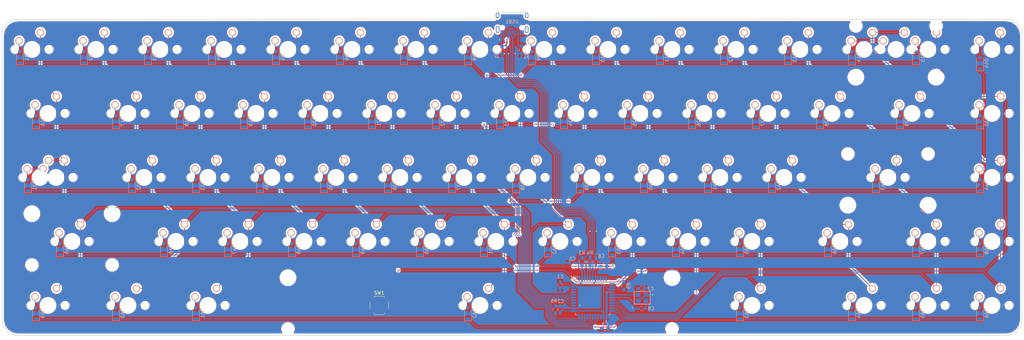
<source format=kicad_pcb>
(kicad_pcb (version 4) (host pcbnew 4.0.7)
  (layers (0 F.Cu signal) (31 B.Cu signal) (34 B.Paste user) (35 F.Paste user) (36 B.SilkS user) (37 F.SilkS user) (38 B.Mask user) (39 F.Mask user) (44 Edge.Cuts user))
  (net 0 "")
  (net 1 GND)
  (net 2 VCC)
  (net 3 "Net-(C6-Pad1)")
  (net 4 "Net-(C7-Pad1)")
  (net 5 "Net-(C8-Pad1)")
  (net 6 /D-)
  (net 7 /D+)
  (net 8 /col0)
  (net 9 /col1)
  (net 10 /col2)
  (net 11 /col3)
  (net 12 /col4)
  (net 13 /col6)
  (net 14 /col7)
  (net 15 /col8)
  (net 16 /col9)
  (net 17 /col10)
  (net 18 /col11)
  (net 19 /col12)
  (net 20 /col13)
  (net 21 /col14)
  (net 22 /col5)
  (net 23 "Net-(R3-Pad2)")
  (net 24 "Net-(R4-Pad2)")
  (net 25 "Net-(R5-Pad2)")
  (net 26 "Net-(R6-Pad2)")
  (net 27 "Net-(U1-Pad1)")
  (net 28 "Net-(U1-Pad8)")
  (net 29 "Net-(U1-Pad9)")
  (net 30 "Net-(U1-Pad10)")
  (net 31 "Net-(U1-Pad25)")
  (net 32 "Net-(U1-Pad42)")
  (net 33 /row0)
  (net 34 /row1)
  (net 35 /row2)
  (net 36 /row3)
  (net 37 /row4)
  (net 38 "Net-(D1-Pad2)")
  (net 39 "Net-(D2-Pad2)")
  (net 40 "Net-(D3-Pad2)")
  (net 41 "Net-(D4-Pad2)")
  (net 42 "Net-(D5-Pad2)")
  (net 43 "Net-(D6-Pad2)")
  (net 44 "Net-(D7-Pad2)")
  (net 45 "Net-(D8-Pad2)")
  (net 46 "Net-(D9-Pad2)")
  (net 47 "Net-(D10-Pad2)")
  (net 48 "Net-(D11-Pad2)")
  (net 49 "Net-(D12-Pad2)")
  (net 50 "Net-(D13-Pad2)")
  (net 51 "Net-(D14-Pad2)")
  (net 52 "Net-(D15-Pad2)")
  (net 53 "Net-(D16-Pad2)")
  (net 54 "Net-(D17-Pad2)")
  (net 55 "Net-(D18-Pad2)")
  (net 56 "Net-(D19-Pad2)")
  (net 57 "Net-(D20-Pad2)")
  (net 58 "Net-(D21-Pad2)")
  (net 59 "Net-(D22-Pad2)")
  (net 60 "Net-(D23-Pad2)")
  (net 61 "Net-(D24-Pad2)")
  (net 62 "Net-(D25-Pad2)")
  (net 63 "Net-(D26-Pad2)")
  (net 64 "Net-(D27-Pad2)")
  (net 65 "Net-(D28-Pad2)")
  (net 66 "Net-(D29-Pad2)")
  (net 67 "Net-(D30-Pad2)")
  (net 68 "Net-(D31-Pad2)")
  (net 69 "Net-(D32-Pad2)")
  (net 70 "Net-(D33-Pad2)")
  (net 71 "Net-(D34-Pad2)")
  (net 72 "Net-(D35-Pad2)")
  (net 73 "Net-(D36-Pad2)")
  (net 74 "Net-(D37-Pad2)")
  (net 75 "Net-(D38-Pad2)")
  (net 76 "Net-(D39-Pad2)")
  (net 77 "Net-(D40-Pad2)")
  (net 78 "Net-(D41-Pad2)")
  (net 79 "Net-(D42-Pad2)")
  (net 80 "Net-(D43-Pad2)")
  (net 81 "Net-(D44-Pad2)")
  (net 82 "Net-(D45-Pad2)")
  (net 83 "Net-(D46-Pad2)")
  (net 84 "Net-(D47-Pad2)")
  (net 85 "Net-(D48-Pad2)")
  (net 86 "Net-(D49-Pad2)")
  (net 87 "Net-(D50-Pad2)")
  (net 88 "Net-(D51-Pad2)")
  (net 89 "Net-(D52-Pad2)")
  (net 90 "Net-(D53-Pad2)")
  (net 91 "Net-(D54-Pad2)")
  (net 92 "Net-(D55-Pad2)")
  (net 93 "Net-(D56-Pad2)")
  (net 94 "Net-(D57-Pad2)")
  (net 95 "Net-(D58-Pad2)")
  (net 96 "Net-(D59-Pad2)")
  (net 97 "Net-(D60-Pad2)")
  (net 98 "Net-(D61-Pad2)")
  (net 99 "Net-(D62-Pad2)")
  (net 100 "Net-(D63-Pad2)")
  (net 101 "Net-(D64-Pad2)")
  (net 102 "Net-(D65-Pad2)")
  (net 103 "Net-(D66-Pad2)")
  (net 104 "Net-(R1-Pad1)")
  (net 105 "Net-(R2-Pad1)")
  (net 106 "Net-(USB1-Pad13)")
  (net 107 "Net-(USB1-Pad9)")
  (net 108 "Net-(USB1-Pad3)")
  (net 109 "Net-(USB1-Pad11)")
  (net 110 "Net-(USB1-Pad12)")
  (module Diodes_SMD:D_SOD-123 (layer B.Cu) (at 372.6625 108.9 90)
    (fp_text reference D44 (at 0 2 90) (layer B.SilkS) (effects (justify mirror)))
    (fp_text value D)
    (pad 1 smd rect (at -1.65 0 90) (size 0.9 1.2) (layers B.Cu B.Paste B.Mask) (net 35 /row2))
    (pad 2 smd rect (at 1.65 0 90) (size 0.9 1.2) (layers B.Cu B.Paste B.Mask) (net 81 "Net-(D44-Pad2)"))
  )
  (module nx75:CHERRY_PCB_100H (layer F.Cu) (at 376.2375 104.775)
    (fp_text reference K14_1)
    (fp_text value KEYSW hide)
    (pad 1 thru_hole circle (at 2.54 -5.08) (size 2.286 2.286) (drill 1.4986) (layers *.Cu *.SilkS *.Mask) (net 21 /col14))
    (pad 2 thru_hole circle (at -3.81 -2.54) (size 2.286 2.286) (drill 1.4986) (layers *.Cu *.SilkS *.Mask) (net 81 "Net-(D44-Pad2)"))
    (pad HOLE np_thru_hole circle (at 0 0) (size 3.9878 3.9878) (drill 3.9878) (layers *.Cu))
    (pad HOLE np_thru_hole circle (at -5.08 0) (size 1.7018 1.7018) (drill 1.7018) (layers *.Cu))
    (pad HOLE np_thru_hole circle (at 5.08 0) (size 1.7018 1.7018) (drill 1.7018) (layers *.Cu))
  )
  (module nx75:CHERRY_PCB_100H (layer F.Cu) (at 219.075 142.875)
    (fp_text reference K35)
    (fp_text value KEYSW hide)
    (pad 1 thru_hole circle (at 2.54 -5.08) (size 2.286 2.286) (drill 1.4986) (layers *.Cu *.SilkS *.Mask) (net 13 /col6))
    (pad 2 thru_hole circle (at -3.81 -2.54) (size 2.286 2.286) (drill 1.4986) (layers *.Cu *.SilkS *.Mask) (net 74 "Net-(D37-Pad2)"))
    (pad HOLE np_thru_hole circle (at 0 0) (size 3.9878 3.9878) (drill 3.9878) (layers *.Cu))
    (pad HOLE np_thru_hole circle (at -5.08 0) (size 1.7018 1.7018) (drill 1.7018) (layers *.Cu))
    (pad HOLE np_thru_hole circle (at 5.08 0) (size 1.7018 1.7018) (drill 1.7018) (layers *.Cu))
  )
  (module nx75:CHERRY_PCB_150H (layer F.Cu) (at 142.875 180.975)
    (fp_text reference K59)
    (fp_text value KEYSW hide)
    (pad 1 thru_hole circle (at 2.54 -5.08) (size 2.286 2.286) (drill 1.4986) (layers *.Cu *.SilkS *.Mask) (net 10 /col2))
    (pad 2 thru_hole circle (at -3.81 -2.54) (size 2.286 2.286) (drill 1.4986) (layers *.Cu *.SilkS *.Mask) (net 98 "Net-(D61-Pad2)"))
    (pad HOLE np_thru_hole circle (at 0 0) (size 3.9878 3.9878) (drill 3.9878) (layers *.Cu))
    (pad HOLE np_thru_hole circle (at -5.08 0) (size 1.7018 1.7018) (drill 1.7018) (layers *.Cu))
    (pad HOLE np_thru_hole circle (at 5.08 0) (size 1.7018 1.7018) (drill 1.7018) (layers *.Cu))
  )
  (module nx75:CHERRY_PCB_100H (layer F.Cu) (at 376.2375 142.875)
    (fp_text reference K42)
    (fp_text value KEYSW hide)
    (pad 1 thru_hole circle (at 2.54 -5.08) (size 2.286 2.286) (drill 1.4986) (layers *.Cu *.SilkS *.Mask) (net 20 /col13))
    (pad 2 thru_hole circle (at -3.81 -2.54) (size 2.286 2.286) (drill 1.4986) (layers *.Cu *.SilkS *.Mask) (net 81 "Net-(D44-Pad2)"))
    (pad HOLE np_thru_hole circle (at 0 0) (size 3.9878 3.9878) (drill 3.9878) (layers *.Cu))
    (pad HOLE np_thru_hole circle (at -5.08 0) (size 1.7018 1.7018) (drill 1.7018) (layers *.Cu))
    (pad HOLE np_thru_hole circle (at 5.08 0) (size 1.7018 1.7018) (drill 1.7018) (layers *.Cu))
  )
  (module nx75:CHERRY_PCB_100H (layer F.Cu) (at 138.1125 123.825)
    (fp_text reference K17)
    (fp_text value KEYSW hide)
    (pad 1 thru_hole circle (at 2.54 -5.08) (size 2.286 2.286) (drill 1.4986) (layers *.Cu *.SilkS *.Mask) (net 10 /col2))
    (pad 2 thru_hole circle (at -3.81 -2.54) (size 2.286 2.286) (drill 1.4986) (layers *.Cu *.SilkS *.Mask) (net 55 "Net-(D18-Pad2)"))
    (pad HOLE np_thru_hole circle (at 0 0) (size 3.9878 3.9878) (drill 3.9878) (layers *.Cu))
    (pad HOLE np_thru_hole circle (at -5.08 0) (size 1.7018 1.7018) (drill 1.7018) (layers *.Cu))
    (pad HOLE np_thru_hole circle (at 5.08 0) (size 1.7018 1.7018) (drill 1.7018) (layers *.Cu))
  )
  (module nx75:CHERRY_PCB_100H (layer F.Cu) (at 271.4625 123.825)
    (fp_text reference K24)
    (fp_text value KEYSW hide)
    (pad 1 thru_hole circle (at 2.54 -5.08) (size 2.286 2.286) (drill 1.4986) (layers *.Cu *.SilkS *.Mask) (net 16 /col9))
    (pad 2 thru_hole circle (at -3.81 -2.54) (size 2.286 2.286) (drill 1.4986) (layers *.Cu *.SilkS *.Mask) (net 62 "Net-(D25-Pad2)"))
    (pad HOLE np_thru_hole circle (at 0 0) (size 3.9878 3.9878) (drill 3.9878) (layers *.Cu))
    (pad HOLE np_thru_hole circle (at -5.08 0) (size 1.7018 1.7018) (drill 1.7018) (layers *.Cu))
    (pad HOLE np_thru_hole circle (at 5.08 0) (size 1.7018 1.7018) (drill 1.7018) (layers *.Cu))
  )
  (module nx75:CHERRY_PCB_100H (layer F.Cu) (at 128.5875 104.775)
    (fp_text reference K2)
    (fp_text value KEYSW hide)
    (pad 1 thru_hole circle (at 2.54 -5.08) (size 2.286 2.286) (drill 1.4986) (layers *.Cu *.SilkS *.Mask) (net 10 /col2))
    (pad 2 thru_hole circle (at -3.81 -2.54) (size 2.286 2.286) (drill 1.4986) (layers *.Cu *.SilkS *.Mask) (net 40 "Net-(D3-Pad2)"))
    (pad HOLE np_thru_hole circle (at 0 0) (size 3.9878 3.9878) (drill 3.9878) (layers *.Cu))
    (pad HOLE np_thru_hole circle (at -5.08 0) (size 1.7018 1.7018) (drill 1.7018) (layers *.Cu))
    (pad HOLE np_thru_hole circle (at 5.08 0) (size 1.7018 1.7018) (drill 1.7018) (layers *.Cu))
  )
  (module Capacitors_SMD:C_0603_HandSoldering (layer B.Cu) (at 247.70625 174.85625 90)
    (fp_text reference C1 (at 2.45 0 180) (layer B.SilkS) (effects (justify mirror)))
    (fp_text value 0.1u)
    (pad 1 smd rect (at -0.95 0 90) (size 1.2 0.75) (layers B.Cu B.Paste B.Mask) (net 1 GND))
    (pad 2 smd rect (at 0.95 0 90) (size 1.2 0.75) (layers B.Cu B.Paste B.Mask) (net 2 VCC))
  )
  (module Capacitors_SMD:C_0603_HandSoldering (layer B.Cu) (at 247.70625 182.15625 270)
    (fp_text reference C2 (at -2.40625 -0.14375 360) (layer B.SilkS) (effects (justify mirror)))
    (fp_text value 0.1u)
    (pad 1 smd rect (at -0.95 0 270) (size 1.2 0.75) (layers B.Cu B.Paste B.Mask) (net 1 GND))
    (pad 2 smd rect (at 0.95 0 270) (size 1.2 0.75) (layers B.Cu B.Paste B.Mask) (net 2 VCC))
  )
  (module Capacitors_SMD:C_0603_HandSoldering (layer B.Cu) (at 261.05625 187.90625 180)
    (fp_text reference C3 (at 0 1.25 180) (layer B.SilkS) (effects (justify mirror)))
    (fp_text value 0.1u)
    (pad 1 smd rect (at -0.95 0 180) (size 1.2 0.75) (layers B.Cu B.Paste B.Mask) (net 1 GND))
    (pad 2 smd rect (at 0.95 0 180) (size 1.2 0.75) (layers B.Cu B.Paste B.Mask) (net 2 VCC))
  )
  (module Capacitors_SMD:C_0603_HandSoldering (layer B.Cu) (at 260.65625 169.30625 180)
    (fp_text reference C4 (at -2.65 0 180) (layer B.SilkS) (effects (justify mirror)))
    (fp_text value 0.1u)
    (pad 1 smd rect (at -0.95 0 180) (size 1.2 0.75) (layers B.Cu B.Paste B.Mask) (net 1 GND))
    (pad 2 smd rect (at 0.95 0 180) (size 1.2 0.75) (layers B.Cu B.Paste B.Mask) (net 2 VCC))
  )
  (module Capacitors_SMD:C_0603_HandSoldering (layer B.Cu) (at 251.35625 168.30625)
    (fp_text reference C5 (at -0.05 -1.2) (layer B.SilkS) (effects (justify mirror)))
    (fp_text value 4.7u)
    (pad 1 smd rect (at -0.95 0) (size 1.2 0.75) (layers B.Cu B.Paste B.Mask) (net 1 GND))
    (pad 2 smd rect (at 0.95 0) (size 1.2 0.75) (layers B.Cu B.Paste B.Mask) (net 2 VCC))
  )
  (module Capacitors_SMD:C_0603_HandSoldering (layer B.Cu) (at 258.30625 167.95625 90)
    (fp_text reference C6 (at 1.70625 1.59375 180) (layer B.SilkS) (effects (justify mirror)))
    (fp_text value 1u)
    (pad 1 smd rect (at -0.95 0 90) (size 1.2 0.75) (layers B.Cu B.Paste B.Mask) (net 3 "Net-(C6-Pad1)"))
    (pad 2 smd rect (at 0.95 0 90) (size 1.2 0.75) (layers B.Cu B.Paste B.Mask) (net 1 GND))
  )
  (module Capacitors_SMD:C_0603_HandSoldering (layer B.Cu) (at 271.90625 175.90625)
    (fp_text reference C7 (at 2.7 0.1) (layer B.SilkS) (effects (justify mirror)))
    (fp_text value C_Small)
    (pad 1 smd rect (at -0.95 0) (size 1.2 0.75) (layers B.Cu B.Paste B.Mask) (net 4 "Net-(C7-Pad1)"))
    (pad 2 smd rect (at 0.95 0) (size 1.2 0.75) (layers B.Cu B.Paste B.Mask) (net 1 GND))
  )
  (module Capacitors_SMD:C_0603_HandSoldering (layer B.Cu) (at 271.90625 181.90625 180)
    (fp_text reference C8 (at -2.8 0 180) (layer B.SilkS) (effects (justify mirror)))
    (fp_text value C_Small)
    (pad 1 smd rect (at -0.95 0 180) (size 1.2 0.75) (layers B.Cu B.Paste B.Mask) (net 5 "Net-(C8-Pad1)"))
    (pad 2 smd rect (at 0.95 0 180) (size 1.2 0.75) (layers B.Cu B.Paste B.Mask) (net 1 GND))
  )
  (module nx75:CHERRY_PCB_100H (layer F.Cu) (at 90.4875 104.775)
    (fp_text reference K0)
    (fp_text value KEYSW hide)
    (pad 1 thru_hole circle (at 2.54 -5.08) (size 2.286 2.286) (drill 1.4986) (layers *.Cu *.SilkS *.Mask) (net 8 /col0))
    (pad 2 thru_hole circle (at -3.81 -2.54) (size 2.286 2.286) (drill 1.4986) (layers *.Cu *.SilkS *.Mask) (net 38 "Net-(D1-Pad2)"))
    (pad HOLE np_thru_hole circle (at 0 0) (size 3.9878 3.9878) (drill 3.9878) (layers *.Cu))
    (pad HOLE np_thru_hole circle (at -5.08 0) (size 1.7018 1.7018) (drill 1.7018) (layers *.Cu))
    (pad HOLE np_thru_hole circle (at 5.08 0) (size 1.7018 1.7018) (drill 1.7018) (layers *.Cu))
  )
  (module nx75:CHERRY_PCB_100H (layer F.Cu) (at 109.5375 104.775)
    (fp_text reference K1)
    (fp_text value KEYSW hide)
    (pad 1 thru_hole circle (at 2.54 -5.08) (size 2.286 2.286) (drill 1.4986) (layers *.Cu *.SilkS *.Mask) (net 9 /col1))
    (pad 2 thru_hole circle (at -3.81 -2.54) (size 2.286 2.286) (drill 1.4986) (layers *.Cu *.SilkS *.Mask) (net 39 "Net-(D2-Pad2)"))
    (pad HOLE np_thru_hole circle (at 0 0) (size 3.9878 3.9878) (drill 3.9878) (layers *.Cu))
    (pad HOLE np_thru_hole circle (at -5.08 0) (size 1.7018 1.7018) (drill 1.7018) (layers *.Cu))
    (pad HOLE np_thru_hole circle (at 5.08 0) (size 1.7018 1.7018) (drill 1.7018) (layers *.Cu))
  )
  (module nx75:CHERRY_PCB_100H (layer F.Cu) (at 147.6375 104.775)
    (fp_text reference K3)
    (fp_text value KEYSW hide)
    (pad 1 thru_hole circle (at 2.54 -5.08) (size 2.286 2.286) (drill 1.4986) (layers *.Cu *.SilkS *.Mask) (net 11 /col3))
    (pad 2 thru_hole circle (at -3.81 -2.54) (size 2.286 2.286) (drill 1.4986) (layers *.Cu *.SilkS *.Mask) (net 41 "Net-(D4-Pad2)"))
    (pad HOLE np_thru_hole circle (at 0 0) (size 3.9878 3.9878) (drill 3.9878) (layers *.Cu))
    (pad HOLE np_thru_hole circle (at -5.08 0) (size 1.7018 1.7018) (drill 1.7018) (layers *.Cu))
    (pad HOLE np_thru_hole circle (at 5.08 0) (size 1.7018 1.7018) (drill 1.7018) (layers *.Cu))
  )
  (module nx75:CHERRY_PCB_100H (layer F.Cu) (at 166.6875 104.775)
    (fp_text reference K4)
    (fp_text value KEYSW hide)
    (pad 1 thru_hole circle (at 2.54 -5.08) (size 2.286 2.286) (drill 1.4986) (layers *.Cu *.SilkS *.Mask) (net 12 /col4))
    (pad 2 thru_hole circle (at -3.81 -2.54) (size 2.286 2.286) (drill 1.4986) (layers *.Cu *.SilkS *.Mask) (net 42 "Net-(D5-Pad2)"))
    (pad HOLE np_thru_hole circle (at 0 0) (size 3.9878 3.9878) (drill 3.9878) (layers *.Cu))
    (pad HOLE np_thru_hole circle (at -5.08 0) (size 1.7018 1.7018) (drill 1.7018) (layers *.Cu))
    (pad HOLE np_thru_hole circle (at 5.08 0) (size 1.7018 1.7018) (drill 1.7018) (layers *.Cu))
  )
  (module nx75:CHERRY_PCB_100H (layer F.Cu) (at 185.7375 104.775)
    (fp_text reference K5)
    (fp_text value KEYSW hide)
    (pad 1 thru_hole circle (at 2.54 -5.08) (size 2.286 2.286) (drill 1.4986) (layers *.Cu *.SilkS *.Mask) (net 22 /col5))
    (pad 2 thru_hole circle (at -3.81 -2.54) (size 2.286 2.286) (drill 1.4986) (layers *.Cu *.SilkS *.Mask) (net 43 "Net-(D6-Pad2)"))
    (pad HOLE np_thru_hole circle (at 0 0) (size 3.9878 3.9878) (drill 3.9878) (layers *.Cu))
    (pad HOLE np_thru_hole circle (at -5.08 0) (size 1.7018 1.7018) (drill 1.7018) (layers *.Cu))
    (pad HOLE np_thru_hole circle (at 5.08 0) (size 1.7018 1.7018) (drill 1.7018) (layers *.Cu))
  )
  (module nx75:CHERRY_PCB_100H (layer F.Cu) (at 204.7875 104.775)
    (fp_text reference K6)
    (fp_text value KEYSW hide)
    (pad 1 thru_hole circle (at 2.54 -5.08) (size 2.286 2.286) (drill 1.4986) (layers *.Cu *.SilkS *.Mask) (net 13 /col6))
    (pad 2 thru_hole circle (at -3.81 -2.54) (size 2.286 2.286) (drill 1.4986) (layers *.Cu *.SilkS *.Mask) (net 44 "Net-(D7-Pad2)"))
    (pad HOLE np_thru_hole circle (at 0 0) (size 3.9878 3.9878) (drill 3.9878) (layers *.Cu))
    (pad HOLE np_thru_hole circle (at -5.08 0) (size 1.7018 1.7018) (drill 1.7018) (layers *.Cu))
    (pad HOLE np_thru_hole circle (at 5.08 0) (size 1.7018 1.7018) (drill 1.7018) (layers *.Cu))
  )
  (module nx75:CHERRY_PCB_100H (layer F.Cu) (at 223.8375 104.775)
    (fp_text reference K7)
    (fp_text value KEYSW hide)
    (pad 1 thru_hole circle (at 2.54 -5.08) (size 2.286 2.286) (drill 1.4986) (layers *.Cu *.SilkS *.Mask) (net 14 /col7))
    (pad 2 thru_hole circle (at -3.81 -2.54) (size 2.286 2.286) (drill 1.4986) (layers *.Cu *.SilkS *.Mask) (net 45 "Net-(D8-Pad2)"))
    (pad HOLE np_thru_hole circle (at 0 0) (size 3.9878 3.9878) (drill 3.9878) (layers *.Cu))
    (pad HOLE np_thru_hole circle (at -5.08 0) (size 1.7018 1.7018) (drill 1.7018) (layers *.Cu))
    (pad HOLE np_thru_hole circle (at 5.08 0) (size 1.7018 1.7018) (drill 1.7018) (layers *.Cu))
  )
  (module nx75:CHERRY_PCB_100H (layer F.Cu) (at 242.8875 104.775)
    (fp_text reference K8)
    (fp_text value KEYSW hide)
    (pad 1 thru_hole circle (at 2.54 -5.08) (size 2.286 2.286) (drill 1.4986) (layers *.Cu *.SilkS *.Mask) (net 15 /col8))
    (pad 2 thru_hole circle (at -3.81 -2.54) (size 2.286 2.286) (drill 1.4986) (layers *.Cu *.SilkS *.Mask) (net 46 "Net-(D9-Pad2)"))
    (pad HOLE np_thru_hole circle (at 0 0) (size 3.9878 3.9878) (drill 3.9878) (layers *.Cu))
    (pad HOLE np_thru_hole circle (at -5.08 0) (size 1.7018 1.7018) (drill 1.7018) (layers *.Cu))
    (pad HOLE np_thru_hole circle (at 5.08 0) (size 1.7018 1.7018) (drill 1.7018) (layers *.Cu))
  )
  (module nx75:CHERRY_PCB_100H (layer F.Cu) (at 261.9375 104.775)
    (fp_text reference K9)
    (fp_text value KEYSW hide)
    (pad 1 thru_hole circle (at 2.54 -5.08) (size 2.286 2.286) (drill 1.4986) (layers *.Cu *.SilkS *.Mask) (net 16 /col9))
    (pad 2 thru_hole circle (at -3.81 -2.54) (size 2.286 2.286) (drill 1.4986) (layers *.Cu *.SilkS *.Mask) (net 47 "Net-(D10-Pad2)"))
    (pad HOLE np_thru_hole circle (at 0 0) (size 3.9878 3.9878) (drill 3.9878) (layers *.Cu))
    (pad HOLE np_thru_hole circle (at -5.08 0) (size 1.7018 1.7018) (drill 1.7018) (layers *.Cu))
    (pad HOLE np_thru_hole circle (at 5.08 0) (size 1.7018 1.7018) (drill 1.7018) (layers *.Cu))
  )
  (module nx75:CHERRY_PCB_100H (layer F.Cu) (at 280.9875 104.775)
    (fp_text reference K10)
    (fp_text value KEYSW hide)
    (pad 1 thru_hole circle (at 2.54 -5.08) (size 2.286 2.286) (drill 1.4986) (layers *.Cu *.SilkS *.Mask) (net 17 /col10))
    (pad 2 thru_hole circle (at -3.81 -2.54) (size 2.286 2.286) (drill 1.4986) (layers *.Cu *.SilkS *.Mask) (net 48 "Net-(D11-Pad2)"))
    (pad HOLE np_thru_hole circle (at 0 0) (size 3.9878 3.9878) (drill 3.9878) (layers *.Cu))
    (pad HOLE np_thru_hole circle (at -5.08 0) (size 1.7018 1.7018) (drill 1.7018) (layers *.Cu))
    (pad HOLE np_thru_hole circle (at 5.08 0) (size 1.7018 1.7018) (drill 1.7018) (layers *.Cu))
  )
  (module nx75:CHERRY_PCB_100H (layer F.Cu) (at 300.0375 104.775)
    (fp_text reference K11)
    (fp_text value KEYSW hide)
    (pad 1 thru_hole circle (at 2.54 -5.08) (size 2.286 2.286) (drill 1.4986) (layers *.Cu *.SilkS *.Mask) (net 18 /col11))
    (pad 2 thru_hole circle (at -3.81 -2.54) (size 2.286 2.286) (drill 1.4986) (layers *.Cu *.SilkS *.Mask) (net 49 "Net-(D12-Pad2)"))
    (pad HOLE np_thru_hole circle (at 0 0) (size 3.9878 3.9878) (drill 3.9878) (layers *.Cu))
    (pad HOLE np_thru_hole circle (at -5.08 0) (size 1.7018 1.7018) (drill 1.7018) (layers *.Cu))
    (pad HOLE np_thru_hole circle (at 5.08 0) (size 1.7018 1.7018) (drill 1.7018) (layers *.Cu))
  )
  (module nx75:CHERRY_PCB_100H (layer F.Cu) (at 319.0875 104.775)
    (fp_text reference K12)
    (fp_text value KEYSW hide)
    (pad 1 thru_hole circle (at 2.54 -5.08) (size 2.286 2.286) (drill 1.4986) (layers *.Cu *.SilkS *.Mask) (net 19 /col12))
    (pad 2 thru_hole circle (at -3.81 -2.54) (size 2.286 2.286) (drill 1.4986) (layers *.Cu *.SilkS *.Mask) (net 50 "Net-(D13-Pad2)"))
    (pad HOLE np_thru_hole circle (at 0 0) (size 3.9878 3.9878) (drill 3.9878) (layers *.Cu))
    (pad HOLE np_thru_hole circle (at -5.08 0) (size 1.7018 1.7018) (drill 1.7018) (layers *.Cu))
    (pad HOLE np_thru_hole circle (at 5.08 0) (size 1.7018 1.7018) (drill 1.7018) (layers *.Cu))
  )
  (module nx75:CHERRY_PCB_200H (layer F.Cu) (at 347.6625 104.775)
    (fp_text reference K13)
    (fp_text value KEYSW hide)
    (pad 1 thru_hole circle (at 2.54 -5.08) (size 2.286 2.286) (drill 1.4986) (layers *.Cu *.SilkS *.Mask) (net 20 /col13))
    (pad 2 thru_hole circle (at -3.81 -2.54) (size 2.286 2.286) (drill 1.4986) (layers *.Cu *.SilkS *.Mask) (net 51 "Net-(D14-Pad2)"))
    (pad HOLE np_thru_hole circle (at 0 0) (size 3.9878 3.9878) (drill 3.9878) (layers *.Cu))
    (pad HOLE np_thru_hole circle (at -5.08 0) (size 1.7018 1.7018) (drill 1.7018) (layers *.Cu))
    (pad HOLE np_thru_hole circle (at 5.08 0) (size 1.7018 1.7018) (drill 1.7018) (layers *.Cu))
    (pad HOLE np_thru_hole circle (at -11.938 -6.985) (size 3.048 3.048) (drill 3.048) (layers *.Cu))
    (pad HOLE np_thru_hole circle (at 11.938 -6.985) (size 3.048 3.048) (drill 3.048) (layers *.Cu))
    (pad HOLE np_thru_hole circle (at -11.938 8.255) (size 3.9878 3.9878) (drill 3.9878) (layers *.Cu))
    (pad HOLE np_thru_hole circle (at 11.938 8.255) (size 3.9878 3.9878) (drill 3.9878) (layers *.Cu))
  )
  (module nx75:CHERRY_PCB_100H (layer F.Cu) (at 338.1375 104.775)
    (fp_text reference K13_1)
    (fp_text value KEYSW hide)
    (pad 1 thru_hole circle (at 2.54 -5.08) (size 2.286 2.286) (drill 1.4986) (layers *.Cu *.SilkS *.Mask) (net 20 /col13))
    (pad 2 thru_hole circle (at -3.81 -2.54) (size 2.286 2.286) (drill 1.4986) (layers *.Cu *.SilkS *.Mask) (net 51 "Net-(D14-Pad2)"))
    (pad HOLE np_thru_hole circle (at 0 0) (size 3.9878 3.9878) (drill 3.9878) (layers *.Cu))
    (pad HOLE np_thru_hole circle (at -5.08 0) (size 1.7018 1.7018) (drill 1.7018) (layers *.Cu))
    (pad HOLE np_thru_hole circle (at 5.08 0) (size 1.7018 1.7018) (drill 1.7018) (layers *.Cu))
  )
  (module nx75:CHERRY_PCB_100H (layer F.Cu) (at 357.1875 104.775)
    (fp_text reference K14)
    (fp_text value KEYSW hide)
    (pad 1 thru_hole circle (at 2.54 -5.08) (size 2.286 2.286) (drill 1.4986) (layers *.Cu *.SilkS *.Mask) (net 21 /col14))
    (pad 2 thru_hole circle (at -3.81 -2.54) (size 2.286 2.286) (drill 1.4986) (layers *.Cu *.SilkS *.Mask) (net 52 "Net-(D15-Pad2)"))
    (pad HOLE np_thru_hole circle (at 0 0) (size 3.9878 3.9878) (drill 3.9878) (layers *.Cu))
    (pad HOLE np_thru_hole circle (at -5.08 0) (size 1.7018 1.7018) (drill 1.7018) (layers *.Cu))
    (pad HOLE np_thru_hole circle (at 5.08 0) (size 1.7018 1.7018) (drill 1.7018) (layers *.Cu))
  )
  (module nx75:CHERRY_PCB_150H (layer F.Cu) (at 95.25 123.825)
    (fp_text reference K15)
    (fp_text value KEYSW hide)
    (pad 1 thru_hole circle (at 2.54 -5.08) (size 2.286 2.286) (drill 1.4986) (layers *.Cu *.SilkS *.Mask) (net 8 /col0))
    (pad 2 thru_hole circle (at -3.81 -2.54) (size 2.286 2.286) (drill 1.4986) (layers *.Cu *.SilkS *.Mask) (net 53 "Net-(D16-Pad2)"))
    (pad HOLE np_thru_hole circle (at 0 0) (size 3.9878 3.9878) (drill 3.9878) (layers *.Cu))
    (pad HOLE np_thru_hole circle (at -5.08 0) (size 1.7018 1.7018) (drill 1.7018) (layers *.Cu))
    (pad HOLE np_thru_hole circle (at 5.08 0) (size 1.7018 1.7018) (drill 1.7018) (layers *.Cu))
  )
  (module nx75:CHERRY_PCB_100H (layer F.Cu) (at 119.0625 123.825)
    (fp_text reference K16)
    (fp_text value KEYSW hide)
    (pad 1 thru_hole circle (at 2.54 -5.08) (size 2.286 2.286) (drill 1.4986) (layers *.Cu *.SilkS *.Mask) (net 9 /col1))
    (pad 2 thru_hole circle (at -3.81 -2.54) (size 2.286 2.286) (drill 1.4986) (layers *.Cu *.SilkS *.Mask) (net 54 "Net-(D17-Pad2)"))
    (pad HOLE np_thru_hole circle (at 0 0) (size 3.9878 3.9878) (drill 3.9878) (layers *.Cu))
    (pad HOLE np_thru_hole circle (at -5.08 0) (size 1.7018 1.7018) (drill 1.7018) (layers *.Cu))
    (pad HOLE np_thru_hole circle (at 5.08 0) (size 1.7018 1.7018) (drill 1.7018) (layers *.Cu))
  )
  (module nx75:CHERRY_PCB_100H (layer F.Cu) (at 157.1625 123.825)
    (fp_text reference K18)
    (fp_text value KEYSW hide)
    (pad 1 thru_hole circle (at 2.54 -5.08) (size 2.286 2.286) (drill 1.4986) (layers *.Cu *.SilkS *.Mask) (net 11 /col3))
    (pad 2 thru_hole circle (at -3.81 -2.54) (size 2.286 2.286) (drill 1.4986) (layers *.Cu *.SilkS *.Mask) (net 56 "Net-(D19-Pad2)"))
    (pad HOLE np_thru_hole circle (at 0 0) (size 3.9878 3.9878) (drill 3.9878) (layers *.Cu))
    (pad HOLE np_thru_hole circle (at -5.08 0) (size 1.7018 1.7018) (drill 1.7018) (layers *.Cu))
    (pad HOLE np_thru_hole circle (at 5.08 0) (size 1.7018 1.7018) (drill 1.7018) (layers *.Cu))
  )
  (module nx75:CHERRY_PCB_100H (layer F.Cu) (at 176.2125 123.825)
    (fp_text reference K19)
    (fp_text value KEYSW hide)
    (pad 1 thru_hole circle (at 2.54 -5.08) (size 2.286 2.286) (drill 1.4986) (layers *.Cu *.SilkS *.Mask) (net 12 /col4))
    (pad 2 thru_hole circle (at -3.81 -2.54) (size 2.286 2.286) (drill 1.4986) (layers *.Cu *.SilkS *.Mask) (net 57 "Net-(D20-Pad2)"))
    (pad HOLE np_thru_hole circle (at 0 0) (size 3.9878 3.9878) (drill 3.9878) (layers *.Cu))
    (pad HOLE np_thru_hole circle (at -5.08 0) (size 1.7018 1.7018) (drill 1.7018) (layers *.Cu))
    (pad HOLE np_thru_hole circle (at 5.08 0) (size 1.7018 1.7018) (drill 1.7018) (layers *.Cu))
  )
  (module nx75:CHERRY_PCB_100H (layer F.Cu) (at 195.2625 123.825)
    (fp_text reference K20)
    (fp_text value KEYSW hide)
    (pad 1 thru_hole circle (at 2.54 -5.08) (size 2.286 2.286) (drill 1.4986) (layers *.Cu *.SilkS *.Mask) (net 22 /col5))
    (pad 2 thru_hole circle (at -3.81 -2.54) (size 2.286 2.286) (drill 1.4986) (layers *.Cu *.SilkS *.Mask) (net 58 "Net-(D21-Pad2)"))
    (pad HOLE np_thru_hole circle (at 0 0) (size 3.9878 3.9878) (drill 3.9878) (layers *.Cu))
    (pad HOLE np_thru_hole circle (at -5.08 0) (size 1.7018 1.7018) (drill 1.7018) (layers *.Cu))
    (pad HOLE np_thru_hole circle (at 5.08 0) (size 1.7018 1.7018) (drill 1.7018) (layers *.Cu))
  )
  (module nx75:CHERRY_PCB_100H (layer F.Cu) (at 214.3125 123.825)
    (fp_text reference K21)
    (fp_text value KEYSW hide)
    (pad 1 thru_hole circle (at 2.54 -5.08) (size 2.286 2.286) (drill 1.4986) (layers *.Cu *.SilkS *.Mask) (net 13 /col6))
    (pad 2 thru_hole circle (at -3.81 -2.54) (size 2.286 2.286) (drill 1.4986) (layers *.Cu *.SilkS *.Mask) (net 59 "Net-(D22-Pad2)"))
    (pad HOLE np_thru_hole circle (at 0 0) (size 3.9878 3.9878) (drill 3.9878) (layers *.Cu))
    (pad HOLE np_thru_hole circle (at -5.08 0) (size 1.7018 1.7018) (drill 1.7018) (layers *.Cu))
    (pad HOLE np_thru_hole circle (at 5.08 0) (size 1.7018 1.7018) (drill 1.7018) (layers *.Cu))
  )
  (module nx75:CHERRY_PCB_100H (layer F.Cu) (at 233.3625 123.825)
    (fp_text reference K22)
    (fp_text value KEYSW hide)
    (pad 1 thru_hole circle (at 2.54 -5.08) (size 2.286 2.286) (drill 1.4986) (layers *.Cu *.SilkS *.Mask) (net 14 /col7))
    (pad 2 thru_hole circle (at -3.81 -2.54) (size 2.286 2.286) (drill 1.4986) (layers *.Cu *.SilkS *.Mask) (net 60 "Net-(D23-Pad2)"))
    (pad HOLE np_thru_hole circle (at 0 0) (size 3.9878 3.9878) (drill 3.9878) (layers *.Cu))
    (pad HOLE np_thru_hole circle (at -5.08 0) (size 1.7018 1.7018) (drill 1.7018) (layers *.Cu))
    (pad HOLE np_thru_hole circle (at 5.08 0) (size 1.7018 1.7018) (drill 1.7018) (layers *.Cu))
  )
  (module nx75:CHERRY_PCB_100H (layer F.Cu) (at 252.4125 123.825)
    (fp_text reference K23)
    (fp_text value KEYSW hide)
    (pad 1 thru_hole circle (at 2.54 -5.08) (size 2.286 2.286) (drill 1.4986) (layers *.Cu *.SilkS *.Mask) (net 15 /col8))
    (pad 2 thru_hole circle (at -3.81 -2.54) (size 2.286 2.286) (drill 1.4986) (layers *.Cu *.SilkS *.Mask) (net 61 "Net-(D24-Pad2)"))
    (pad HOLE np_thru_hole circle (at 0 0) (size 3.9878 3.9878) (drill 3.9878) (layers *.Cu))
    (pad HOLE np_thru_hole circle (at -5.08 0) (size 1.7018 1.7018) (drill 1.7018) (layers *.Cu))
    (pad HOLE np_thru_hole circle (at 5.08 0) (size 1.7018 1.7018) (drill 1.7018) (layers *.Cu))
  )
  (module nx75:CHERRY_PCB_100H (layer F.Cu) (at 290.5125 123.825)
    (fp_text reference K25)
    (fp_text value KEYSW hide)
    (pad 1 thru_hole circle (at 2.54 -5.08) (size 2.286 2.286) (drill 1.4986) (layers *.Cu *.SilkS *.Mask) (net 17 /col10))
    (pad 2 thru_hole circle (at -3.81 -2.54) (size 2.286 2.286) (drill 1.4986) (layers *.Cu *.SilkS *.Mask) (net 63 "Net-(D26-Pad2)"))
    (pad HOLE np_thru_hole circle (at 0 0) (size 3.9878 3.9878) (drill 3.9878) (layers *.Cu))
    (pad HOLE np_thru_hole circle (at -5.08 0) (size 1.7018 1.7018) (drill 1.7018) (layers *.Cu))
    (pad HOLE np_thru_hole circle (at 5.08 0) (size 1.7018 1.7018) (drill 1.7018) (layers *.Cu))
  )
  (module nx75:CHERRY_PCB_100H (layer F.Cu) (at 309.5625 123.825)
    (fp_text reference K26)
    (fp_text value KEYSW hide)
    (pad 1 thru_hole circle (at 2.54 -5.08) (size 2.286 2.286) (drill 1.4986) (layers *.Cu *.SilkS *.Mask) (net 18 /col11))
    (pad 2 thru_hole circle (at -3.81 -2.54) (size 2.286 2.286) (drill 1.4986) (layers *.Cu *.SilkS *.Mask) (net 64 "Net-(D27-Pad2)"))
    (pad HOLE np_thru_hole circle (at 0 0) (size 3.9878 3.9878) (drill 3.9878) (layers *.Cu))
    (pad HOLE np_thru_hole circle (at -5.08 0) (size 1.7018 1.7018) (drill 1.7018) (layers *.Cu))
    (pad HOLE np_thru_hole circle (at 5.08 0) (size 1.7018 1.7018) (drill 1.7018) (layers *.Cu))
  )
  (module nx75:CHERRY_PCB_175H (layer F.Cu) (at 97.63125 142.875)
    (fp_text reference K29)
    (fp_text value KEYSW hide)
    (pad 1 thru_hole circle (at 2.54 -5.08) (size 2.286 2.286) (drill 1.4986) (layers *.Cu *.SilkS *.Mask) (net 8 /col0))
    (pad 2 thru_hole circle (at -3.81 -2.54) (size 2.286 2.286) (drill 1.4986) (layers *.Cu *.SilkS *.Mask) (net 68 "Net-(D31-Pad2)"))
    (pad HOLE np_thru_hole circle (at 0 0) (size 3.9878 3.9878) (drill 3.9878) (layers *.Cu))
    (pad HOLE np_thru_hole circle (at -5.08 0) (size 1.7018 1.7018) (drill 1.7018) (layers *.Cu))
    (pad HOLE np_thru_hole circle (at 5.08 0) (size 1.7018 1.7018) (drill 1.7018) (layers *.Cu))
  )
  (module nx75:CHERRY_PCB_125H (layer F.Cu) (at 92.86875 142.875)
    (fp_text reference K29_1)
    (fp_text value KEYSW hide)
    (pad 1 thru_hole circle (at 2.54 -5.08) (size 2.286 2.286) (drill 1.4986) (layers *.Cu *.SilkS *.Mask) (net 8 /col0))
    (pad 2 thru_hole circle (at -3.81 -2.54) (size 2.286 2.286) (drill 1.4986) (layers *.Cu *.SilkS *.Mask) (net 68 "Net-(D31-Pad2)"))
    (pad HOLE np_thru_hole circle (at 0 0) (size 3.9878 3.9878) (drill 3.9878) (layers *.Cu))
    (pad HOLE np_thru_hole circle (at -5.08 0) (size 1.7018 1.7018) (drill 1.7018) (layers *.Cu))
    (pad HOLE np_thru_hole circle (at 5.08 0) (size 1.7018 1.7018) (drill 1.7018) (layers *.Cu))
  )
  (module nx75:CHERRY_PCB_100H (layer F.Cu) (at 123.825 142.875)
    (fp_text reference K30)
    (fp_text value KEYSW hide)
    (pad 1 thru_hole circle (at 2.54 -5.08) (size 2.286 2.286) (drill 1.4986) (layers *.Cu *.SilkS *.Mask) (net 9 /col1))
    (pad 2 thru_hole circle (at -3.81 -2.54) (size 2.286 2.286) (drill 1.4986) (layers *.Cu *.SilkS *.Mask) (net 69 "Net-(D32-Pad2)"))
    (pad HOLE np_thru_hole circle (at 0 0) (size 3.9878 3.9878) (drill 3.9878) (layers *.Cu))
    (pad HOLE np_thru_hole circle (at -5.08 0) (size 1.7018 1.7018) (drill 1.7018) (layers *.Cu))
    (pad HOLE np_thru_hole circle (at 5.08 0) (size 1.7018 1.7018) (drill 1.7018) (layers *.Cu))
  )
  (module nx75:CHERRY_PCB_100H (layer F.Cu) (at 142.875 142.875)
    (fp_text reference K31)
    (fp_text value KEYSW hide)
    (pad 1 thru_hole circle (at 2.54 -5.08) (size 2.286 2.286) (drill 1.4986) (layers *.Cu *.SilkS *.Mask) (net 10 /col2))
    (pad 2 thru_hole circle (at -3.81 -2.54) (size 2.286 2.286) (drill 1.4986) (layers *.Cu *.SilkS *.Mask) (net 70 "Net-(D33-Pad2)"))
    (pad HOLE np_thru_hole circle (at 0 0) (size 3.9878 3.9878) (drill 3.9878) (layers *.Cu))
    (pad HOLE np_thru_hole circle (at -5.08 0) (size 1.7018 1.7018) (drill 1.7018) (layers *.Cu))
    (pad HOLE np_thru_hole circle (at 5.08 0) (size 1.7018 1.7018) (drill 1.7018) (layers *.Cu))
  )
  (module nx75:CHERRY_PCB_100H (layer F.Cu) (at 161.925 142.875)
    (fp_text reference K32)
    (fp_text value KEYSW hide)
    (pad 1 thru_hole circle (at 2.54 -5.08) (size 2.286 2.286) (drill 1.4986) (layers *.Cu *.SilkS *.Mask) (net 11 /col3))
    (pad 2 thru_hole circle (at -3.81 -2.54) (size 2.286 2.286) (drill 1.4986) (layers *.Cu *.SilkS *.Mask) (net 71 "Net-(D34-Pad2)"))
    (pad HOLE np_thru_hole circle (at 0 0) (size 3.9878 3.9878) (drill 3.9878) (layers *.Cu))
    (pad HOLE np_thru_hole circle (at -5.08 0) (size 1.7018 1.7018) (drill 1.7018) (layers *.Cu))
    (pad HOLE np_thru_hole circle (at 5.08 0) (size 1.7018 1.7018) (drill 1.7018) (layers *.Cu))
  )
  (module nx75:CHERRY_PCB_100H (layer F.Cu) (at 180.975 142.875)
    (fp_text reference K33)
    (fp_text value KEYSW hide)
    (pad 1 thru_hole circle (at 2.54 -5.08) (size 2.286 2.286) (drill 1.4986) (layers *.Cu *.SilkS *.Mask) (net 12 /col4))
    (pad 2 thru_hole circle (at -3.81 -2.54) (size 2.286 2.286) (drill 1.4986) (layers *.Cu *.SilkS *.Mask) (net 72 "Net-(D35-Pad2)"))
    (pad HOLE np_thru_hole circle (at 0 0) (size 3.9878 3.9878) (drill 3.9878) (layers *.Cu))
    (pad HOLE np_thru_hole circle (at -5.08 0) (size 1.7018 1.7018) (drill 1.7018) (layers *.Cu))
    (pad HOLE np_thru_hole circle (at 5.08 0) (size 1.7018 1.7018) (drill 1.7018) (layers *.Cu))
  )
  (module nx75:CHERRY_PCB_100H (layer F.Cu) (at 200.025 142.875)
    (fp_text reference K34)
    (fp_text value KEYSW hide)
    (pad 1 thru_hole circle (at 2.54 -5.08) (size 2.286 2.286) (drill 1.4986) (layers *.Cu *.SilkS *.Mask) (net 22 /col5))
    (pad 2 thru_hole circle (at -3.81 -2.54) (size 2.286 2.286) (drill 1.4986) (layers *.Cu *.SilkS *.Mask) (net 73 "Net-(D36-Pad2)"))
    (pad HOLE np_thru_hole circle (at 0 0) (size 3.9878 3.9878) (drill 3.9878) (layers *.Cu))
    (pad HOLE np_thru_hole circle (at -5.08 0) (size 1.7018 1.7018) (drill 1.7018) (layers *.Cu))
    (pad HOLE np_thru_hole circle (at 5.08 0) (size 1.7018 1.7018) (drill 1.7018) (layers *.Cu))
  )
  (module nx75:CHERRY_PCB_100H (layer F.Cu) (at 238.125 142.875)
    (fp_text reference K36)
    (fp_text value KEYSW hide)
    (pad 1 thru_hole circle (at 2.54 -5.08) (size 2.286 2.286) (drill 1.4986) (layers *.Cu *.SilkS *.Mask) (net 14 /col7))
    (pad 2 thru_hole circle (at -3.81 -2.54) (size 2.286 2.286) (drill 1.4986) (layers *.Cu *.SilkS *.Mask) (net 75 "Net-(D38-Pad2)"))
    (pad HOLE np_thru_hole circle (at 0 0) (size 3.9878 3.9878) (drill 3.9878) (layers *.Cu))
    (pad HOLE np_thru_hole circle (at -5.08 0) (size 1.7018 1.7018) (drill 1.7018) (layers *.Cu))
    (pad HOLE np_thru_hole circle (at 5.08 0) (size 1.7018 1.7018) (drill 1.7018) (layers *.Cu))
  )
  (module nx75:CHERRY_PCB_100H (layer F.Cu) (at 257.175 142.875)
    (fp_text reference K37)
    (fp_text value KEYSW hide)
    (pad 1 thru_hole circle (at 2.54 -5.08) (size 2.286 2.286) (drill 1.4986) (layers *.Cu *.SilkS *.Mask) (net 15 /col8))
    (pad 2 thru_hole circle (at -3.81 -2.54) (size 2.286 2.286) (drill 1.4986) (layers *.Cu *.SilkS *.Mask) (net 76 "Net-(D39-Pad2)"))
    (pad HOLE np_thru_hole circle (at 0 0) (size 3.9878 3.9878) (drill 3.9878) (layers *.Cu))
    (pad HOLE np_thru_hole circle (at -5.08 0) (size 1.7018 1.7018) (drill 1.7018) (layers *.Cu))
    (pad HOLE np_thru_hole circle (at 5.08 0) (size 1.7018 1.7018) (drill 1.7018) (layers *.Cu))
  )
  (module nx75:CHERRY_PCB_100H (layer F.Cu) (at 276.225 142.875)
    (fp_text reference K38)
    (fp_text value KEYSW hide)
    (pad 1 thru_hole circle (at 2.54 -5.08) (size 2.286 2.286) (drill 1.4986) (layers *.Cu *.SilkS *.Mask) (net 16 /col9))
    (pad 2 thru_hole circle (at -3.81 -2.54) (size 2.286 2.286) (drill 1.4986) (layers *.Cu *.SilkS *.Mask) (net 77 "Net-(D40-Pad2)"))
    (pad HOLE np_thru_hole circle (at 0 0) (size 3.9878 3.9878) (drill 3.9878) (layers *.Cu))
    (pad HOLE np_thru_hole circle (at -5.08 0) (size 1.7018 1.7018) (drill 1.7018) (layers *.Cu))
    (pad HOLE np_thru_hole circle (at 5.08 0) (size 1.7018 1.7018) (drill 1.7018) (layers *.Cu))
  )
  (module nx75:CHERRY_PCB_100H (layer F.Cu) (at 295.275 142.875)
    (fp_text reference K39)
    (fp_text value KEYSW hide)
    (pad 1 thru_hole circle (at 2.54 -5.08) (size 2.286 2.286) (drill 1.4986) (layers *.Cu *.SilkS *.Mask) (net 17 /col10))
    (pad 2 thru_hole circle (at -3.81 -2.54) (size 2.286 2.286) (drill 1.4986) (layers *.Cu *.SilkS *.Mask) (net 78 "Net-(D41-Pad2)"))
    (pad HOLE np_thru_hole circle (at 0 0) (size 3.9878 3.9878) (drill 3.9878) (layers *.Cu))
    (pad HOLE np_thru_hole circle (at -5.08 0) (size 1.7018 1.7018) (drill 1.7018) (layers *.Cu))
    (pad HOLE np_thru_hole circle (at 5.08 0) (size 1.7018 1.7018) (drill 1.7018) (layers *.Cu))
  )
  (module nx75:CHERRY_PCB_100H (layer F.Cu) (at 314.325 142.875)
    (fp_text reference K40)
    (fp_text value KEYSW hide)
    (pad 1 thru_hole circle (at 2.54 -5.08) (size 2.286 2.286) (drill 1.4986) (layers *.Cu *.SilkS *.Mask) (net 18 /col11))
    (pad 2 thru_hole circle (at -3.81 -2.54) (size 2.286 2.286) (drill 1.4986) (layers *.Cu *.SilkS *.Mask) (net 79 "Net-(D42-Pad2)"))
    (pad HOLE np_thru_hole circle (at 0 0) (size 3.9878 3.9878) (drill 3.9878) (layers *.Cu))
    (pad HOLE np_thru_hole circle (at -5.08 0) (size 1.7018 1.7018) (drill 1.7018) (layers *.Cu))
    (pad HOLE np_thru_hole circle (at 5.08 0) (size 1.7018 1.7018) (drill 1.7018) (layers *.Cu))
  )
  (module nx75:CHERRY_PCB_225H (layer F.Cu) (at 345.28125 142.875)
    (fp_text reference K41)
    (fp_text value KEYSW hide)
    (pad 1 thru_hole circle (at 2.54 -5.08) (size 2.286 2.286) (drill 1.4986) (layers *.Cu *.SilkS *.Mask) (net 19 /col12))
    (pad 2 thru_hole circle (at -3.81 -2.54) (size 2.286 2.286) (drill 1.4986) (layers *.Cu *.SilkS *.Mask) (net 80 "Net-(D43-Pad2)"))
    (pad HOLE np_thru_hole circle (at 0 0) (size 3.9878 3.9878) (drill 3.9878) (layers *.Cu))
    (pad HOLE np_thru_hole circle (at -5.08 0) (size 1.7018 1.7018) (drill 1.7018) (layers *.Cu))
    (pad HOLE np_thru_hole circle (at 5.08 0) (size 1.7018 1.7018) (drill 1.7018) (layers *.Cu))
    (pad HOLE np_thru_hole circle (at -11.938 -6.985) (size 3.048 3.048) (drill 3.048) (layers *.Cu))
    (pad HOLE np_thru_hole circle (at 11.938 -6.985) (size 3.048 3.048) (drill 3.048) (layers *.Cu))
    (pad HOLE np_thru_hole circle (at -11.938 8.255) (size 3.9878 3.9878) (drill 3.9878) (layers *.Cu))
    (pad HOLE np_thru_hole circle (at 11.938 8.255) (size 3.9878 3.9878) (drill 3.9878) (layers *.Cu))
  )
  (module nx75:CHERRY_PCB_100H (layer F.Cu) (at 133.35 161.925)
    (fp_text reference K44)
    (fp_text value KEYSW hide)
    (pad 1 thru_hole circle (at 2.54 -5.08) (size 2.286 2.286) (drill 1.4986) (layers *.Cu *.SilkS *.Mask) (net 9 /col1))
    (pad 2 thru_hole circle (at -3.81 -2.54) (size 2.286 2.286) (drill 1.4986) (layers *.Cu *.SilkS *.Mask) (net 83 "Net-(D46-Pad2)"))
    (pad HOLE np_thru_hole circle (at 0 0) (size 3.9878 3.9878) (drill 3.9878) (layers *.Cu))
    (pad HOLE np_thru_hole circle (at -5.08 0) (size 1.7018 1.7018) (drill 1.7018) (layers *.Cu))
    (pad HOLE np_thru_hole circle (at 5.08 0) (size 1.7018 1.7018) (drill 1.7018) (layers *.Cu))
  )
  (module nx75:CHERRY_PCB_100H (layer F.Cu) (at 152.4 161.925)
    (fp_text reference K45)
    (fp_text value KEYSW hide)
    (pad 1 thru_hole circle (at 2.54 -5.08) (size 2.286 2.286) (drill 1.4986) (layers *.Cu *.SilkS *.Mask) (net 10 /col2))
    (pad 2 thru_hole circle (at -3.81 -2.54) (size 2.286 2.286) (drill 1.4986) (layers *.Cu *.SilkS *.Mask) (net 84 "Net-(D47-Pad2)"))
    (pad HOLE np_thru_hole circle (at 0 0) (size 3.9878 3.9878) (drill 3.9878) (layers *.Cu))
    (pad HOLE np_thru_hole circle (at -5.08 0) (size 1.7018 1.7018) (drill 1.7018) (layers *.Cu))
    (pad HOLE np_thru_hole circle (at 5.08 0) (size 1.7018 1.7018) (drill 1.7018) (layers *.Cu))
  )
  (module nx75:CHERRY_PCB_100H (layer F.Cu) (at 171.45 161.925)
    (fp_text reference K46)
    (fp_text value KEYSW hide)
    (pad 1 thru_hole circle (at 2.54 -5.08) (size 2.286 2.286) (drill 1.4986) (layers *.Cu *.SilkS *.Mask) (net 11 /col3))
    (pad 2 thru_hole circle (at -3.81 -2.54) (size 2.286 2.286) (drill 1.4986) (layers *.Cu *.SilkS *.Mask) (net 85 "Net-(D48-Pad2)"))
    (pad HOLE np_thru_hole circle (at 0 0) (size 3.9878 3.9878) (drill 3.9878) (layers *.Cu))
    (pad HOLE np_thru_hole circle (at -5.08 0) (size 1.7018 1.7018) (drill 1.7018) (layers *.Cu))
    (pad HOLE np_thru_hole circle (at 5.08 0) (size 1.7018 1.7018) (drill 1.7018) (layers *.Cu))
  )
  (module nx75:CHERRY_PCB_100H (layer F.Cu) (at 190.5 161.925)
    (fp_text reference K47)
    (fp_text value KEYSW hide)
    (pad 1 thru_hole circle (at 2.54 -5.08) (size 2.286 2.286) (drill 1.4986) (layers *.Cu *.SilkS *.Mask) (net 12 /col4))
    (pad 2 thru_hole circle (at -3.81 -2.54) (size 2.286 2.286) (drill 1.4986) (layers *.Cu *.SilkS *.Mask) (net 86 "Net-(D49-Pad2)"))
    (pad HOLE np_thru_hole circle (at 0 0) (size 3.9878 3.9878) (drill 3.9878) (layers *.Cu))
    (pad HOLE np_thru_hole circle (at -5.08 0) (size 1.7018 1.7018) (drill 1.7018) (layers *.Cu))
    (pad HOLE np_thru_hole circle (at 5.08 0) (size 1.7018 1.7018) (drill 1.7018) (layers *.Cu))
  )
  (module nx75:CHERRY_PCB_100H (layer F.Cu) (at 209.55 161.925)
    (fp_text reference K48)
    (fp_text value KEYSW hide)
    (pad 1 thru_hole circle (at 2.54 -5.08) (size 2.286 2.286) (drill 1.4986) (layers *.Cu *.SilkS *.Mask) (net 22 /col5))
    (pad 2 thru_hole circle (at -3.81 -2.54) (size 2.286 2.286) (drill 1.4986) (layers *.Cu *.SilkS *.Mask) (net 87 "Net-(D50-Pad2)"))
    (pad HOLE np_thru_hole circle (at 0 0) (size 3.9878 3.9878) (drill 3.9878) (layers *.Cu))
    (pad HOLE np_thru_hole circle (at -5.08 0) (size 1.7018 1.7018) (drill 1.7018) (layers *.Cu))
    (pad HOLE np_thru_hole circle (at 5.08 0) (size 1.7018 1.7018) (drill 1.7018) (layers *.Cu))
  )
  (module nx75:CHERRY_PCB_100H (layer F.Cu) (at 228.6 161.925)
    (fp_text reference K49)
    (fp_text value KEYSW hide)
    (pad 1 thru_hole circle (at 2.54 -5.08) (size 2.286 2.286) (drill 1.4986) (layers *.Cu *.SilkS *.Mask) (net 13 /col6))
    (pad 2 thru_hole circle (at -3.81 -2.54) (size 2.286 2.286) (drill 1.4986) (layers *.Cu *.SilkS *.Mask) (net 88 "Net-(D51-Pad2)"))
    (pad HOLE np_thru_hole circle (at 0 0) (size 3.9878 3.9878) (drill 3.9878) (layers *.Cu))
    (pad HOLE np_thru_hole circle (at -5.08 0) (size 1.7018 1.7018) (drill 1.7018) (layers *.Cu))
    (pad HOLE np_thru_hole circle (at 5.08 0) (size 1.7018 1.7018) (drill 1.7018) (layers *.Cu))
  )
  (module nx75:CHERRY_PCB_100H (layer F.Cu) (at 247.65 161.925)
    (fp_text reference K50)
    (fp_text value KEYSW hide)
    (pad 1 thru_hole circle (at 2.54 -5.08) (size 2.286 2.286) (drill 1.4986) (layers *.Cu *.SilkS *.Mask) (net 14 /col7))
    (pad 2 thru_hole circle (at -3.81 -2.54) (size 2.286 2.286) (drill 1.4986) (layers *.Cu *.SilkS *.Mask) (net 89 "Net-(D52-Pad2)"))
    (pad HOLE np_thru_hole circle (at 0 0) (size 3.9878 3.9878) (drill 3.9878) (layers *.Cu))
    (pad HOLE np_thru_hole circle (at -5.08 0) (size 1.7018 1.7018) (drill 1.7018) (layers *.Cu))
    (pad HOLE np_thru_hole circle (at 5.08 0) (size 1.7018 1.7018) (drill 1.7018) (layers *.Cu))
  )
  (module nx75:CHERRY_PCB_100H (layer F.Cu) (at 266.7 161.925)
    (fp_text reference K51)
    (fp_text value KEYSW hide)
    (pad 1 thru_hole circle (at 2.54 -5.08) (size 2.286 2.286) (drill 1.4986) (layers *.Cu *.SilkS *.Mask) (net 15 /col8))
    (pad 2 thru_hole circle (at -3.81 -2.54) (size 2.286 2.286) (drill 1.4986) (layers *.Cu *.SilkS *.Mask) (net 90 "Net-(D53-Pad2)"))
    (pad HOLE np_thru_hole circle (at 0 0) (size 3.9878 3.9878) (drill 3.9878) (layers *.Cu))
    (pad HOLE np_thru_hole circle (at -5.08 0) (size 1.7018 1.7018) (drill 1.7018) (layers *.Cu))
    (pad HOLE np_thru_hole circle (at 5.08 0) (size 1.7018 1.7018) (drill 1.7018) (layers *.Cu))
  )
  (module nx75:CHERRY_PCB_100H (layer F.Cu) (at 285.75 161.925)
    (fp_text reference K52)
    (fp_text value KEYSW hide)
    (pad 1 thru_hole circle (at 2.54 -5.08) (size 2.286 2.286) (drill 1.4986) (layers *.Cu *.SilkS *.Mask) (net 16 /col9))
    (pad 2 thru_hole circle (at -3.81 -2.54) (size 2.286 2.286) (drill 1.4986) (layers *.Cu *.SilkS *.Mask) (net 91 "Net-(D54-Pad2)"))
    (pad HOLE np_thru_hole circle (at 0 0) (size 3.9878 3.9878) (drill 3.9878) (layers *.Cu))
    (pad HOLE np_thru_hole circle (at -5.08 0) (size 1.7018 1.7018) (drill 1.7018) (layers *.Cu))
    (pad HOLE np_thru_hole circle (at 5.08 0) (size 1.7018 1.7018) (drill 1.7018) (layers *.Cu))
  )
  (module nx75:CHERRY_PCB_100H (layer F.Cu) (at 304.8 161.925)
    (fp_text reference K53)
    (fp_text value KEYSW hide)
    (pad 1 thru_hole circle (at 2.54 -5.08) (size 2.286 2.286) (drill 1.4986) (layers *.Cu *.SilkS *.Mask) (net 17 /col10))
    (pad 2 thru_hole circle (at -3.81 -2.54) (size 2.286 2.286) (drill 1.4986) (layers *.Cu *.SilkS *.Mask) (net 92 "Net-(D55-Pad2)"))
    (pad HOLE np_thru_hole circle (at 0 0) (size 3.9878 3.9878) (drill 3.9878) (layers *.Cu))
    (pad HOLE np_thru_hole circle (at -5.08 0) (size 1.7018 1.7018) (drill 1.7018) (layers *.Cu))
    (pad HOLE np_thru_hole circle (at 5.08 0) (size 1.7018 1.7018) (drill 1.7018) (layers *.Cu))
  )
  (module nx75:CHERRY_PCB_175H (layer F.Cu) (at 330.99375 161.925)
    (fp_text reference K54)
    (fp_text value KEYSW hide)
    (pad 1 thru_hole circle (at 2.54 -5.08) (size 2.286 2.286) (drill 1.4986) (layers *.Cu *.SilkS *.Mask) (net 18 /col11))
    (pad 2 thru_hole circle (at -3.81 -2.54) (size 2.286 2.286) (drill 1.4986) (layers *.Cu *.SilkS *.Mask) (net 93 "Net-(D56-Pad2)"))
    (pad HOLE np_thru_hole circle (at 0 0) (size 3.9878 3.9878) (drill 3.9878) (layers *.Cu))
    (pad HOLE np_thru_hole circle (at -5.08 0) (size 1.7018 1.7018) (drill 1.7018) (layers *.Cu))
    (pad HOLE np_thru_hole circle (at 5.08 0) (size 1.7018 1.7018) (drill 1.7018) (layers *.Cu))
  )
  (module nx75:CHERRY_PCB_100H (layer F.Cu) (at 357.1875 161.925)
    (fp_text reference K55)
    (fp_text value KEYSW hide)
    (pad 1 thru_hole circle (at 2.54 -5.08) (size 2.286 2.286) (drill 1.4986) (layers *.Cu *.SilkS *.Mask) (net 19 /col12))
    (pad 2 thru_hole circle (at -3.81 -2.54) (size 2.286 2.286) (drill 1.4986) (layers *.Cu *.SilkS *.Mask) (net 94 "Net-(D57-Pad2)"))
    (pad HOLE np_thru_hole circle (at 0 0) (size 3.9878 3.9878) (drill 3.9878) (layers *.Cu))
    (pad HOLE np_thru_hole circle (at -5.08 0) (size 1.7018 1.7018) (drill 1.7018) (layers *.Cu))
    (pad HOLE np_thru_hole circle (at 5.08 0) (size 1.7018 1.7018) (drill 1.7018) (layers *.Cu))
  )
  (module nx75:CHERRY_PCB_100H (layer F.Cu) (at 338.1375 180.975)
    (fp_text reference K62)
    (fp_text value KEYSW hide)
    (pad 1 thru_hole circle (at 2.54 -5.08) (size 2.286 2.286) (drill 1.4986) (layers *.Cu *.SilkS *.Mask) (net 18 /col11))
    (pad 2 thru_hole circle (at -3.81 -2.54) (size 2.286 2.286) (drill 1.4986) (layers *.Cu *.SilkS *.Mask) (net 101 "Net-(D64-Pad2)"))
    (pad HOLE np_thru_hole circle (at 0 0) (size 3.9878 3.9878) (drill 3.9878) (layers *.Cu))
    (pad HOLE np_thru_hole circle (at -5.08 0) (size 1.7018 1.7018) (drill 1.7018) (layers *.Cu))
    (pad HOLE np_thru_hole circle (at 5.08 0) (size 1.7018 1.7018) (drill 1.7018) (layers *.Cu))
  )
  (module nx75:CHERRY_PCB_100H (layer F.Cu) (at 357.1875 180.975)
    (fp_text reference K63)
    (fp_text value KEYSW hide)
    (pad 1 thru_hole circle (at 2.54 -5.08) (size 2.286 2.286) (drill 1.4986) (layers *.Cu *.SilkS *.Mask) (net 19 /col12))
    (pad 2 thru_hole circle (at -3.81 -2.54) (size 2.286 2.286) (drill 1.4986) (layers *.Cu *.SilkS *.Mask) (net 102 "Net-(D65-Pad2)"))
    (pad HOLE np_thru_hole circle (at 0 0) (size 3.9878 3.9878) (drill 3.9878) (layers *.Cu))
    (pad HOLE np_thru_hole circle (at -5.08 0) (size 1.7018 1.7018) (drill 1.7018) (layers *.Cu))
    (pad HOLE np_thru_hole circle (at 5.08 0) (size 1.7018 1.7018) (drill 1.7018) (layers *.Cu))
  )
  (module nx75:CHERRY_PCB_100H (layer F.Cu) (at 376.2375 180.975)
    (fp_text reference K64)
    (fp_text value KEYSW hide)
    (pad 1 thru_hole circle (at 2.54 -5.08) (size 2.286 2.286) (drill 1.4986) (layers *.Cu *.SilkS *.Mask) (net 20 /col13))
    (pad 2 thru_hole circle (at -3.81 -2.54) (size 2.286 2.286) (drill 1.4986) (layers *.Cu *.SilkS *.Mask) (net 103 "Net-(D66-Pad2)"))
    (pad HOLE np_thru_hole circle (at 0 0) (size 3.9878 3.9878) (drill 3.9878) (layers *.Cu))
    (pad HOLE np_thru_hole circle (at -5.08 0) (size 1.7018 1.7018) (drill 1.7018) (layers *.Cu))
    (pad HOLE np_thru_hole circle (at 5.08 0) (size 1.7018 1.7018) (drill 1.7018) (layers *.Cu))
  )
  (module Resistors_SMD:R_0603_HandSoldering (layer B.Cu) (at 230.35625 104.90625 270)
    (fp_text reference R1 (at 1.69375 1.50625 270) (layer B.SilkS) (effects (justify mirror)))
    (fp_text value 5.5k)
    (pad 1 smd rect (at -1.1 0 270) (size 1.2 0.9) (layers B.Cu B.Paste B.Mask) (net 104 "Net-(R1-Pad1)"))
    (pad 2 smd rect (at 1.1 0 270) (size 1.2 0.9) (layers B.Cu B.Paste B.Mask) (net 1 GND))
  )
  (module Resistors_SMD:R_0603_HandSoldering (layer B.Cu) (at 236.20625 104.90625 270)
    (fp_text reference R2 (at 1.64375 -1.39375 270) (layer B.SilkS) (effects (justify mirror)))
    (fp_text value 5.5k)
    (pad 1 smd rect (at -1.1 0 270) (size 1.2 0.9) (layers B.Cu B.Paste B.Mask) (net 105 "Net-(R2-Pad1)"))
    (pad 2 smd rect (at 1.1 0 270) (size 1.2 0.9) (layers B.Cu B.Paste B.Mask) (net 1 GND))
  )
  (module Resistors_SMD:R_0603_HandSoldering (layer B.Cu) (at 254.2 167.9 270)
    (fp_text reference R3 (at -2.59375 -0.00625 360) (layer B.SilkS) (effects (justify mirror)))
    (fp_text value 22)
    (pad 1 smd rect (at -1.1 0 270) (size 1.2 0.9) (layers B.Cu B.Paste B.Mask) (net 6 /D-))
    (pad 2 smd rect (at 1.1 0 270) (size 1.2 0.9) (layers B.Cu B.Paste B.Mask) (net 23 "Net-(R3-Pad2)"))
  )
  (module Resistors_SMD:R_0603_HandSoldering (layer B.Cu) (at 256.6 167.9 270)
    (fp_text reference R4 (at -2.59375 -0.00625 360) (layer B.SilkS) (effects (justify mirror)))
    (fp_text value 22)
    (pad 1 smd rect (at -1.1 0 270) (size 1.2 0.9) (layers B.Cu B.Paste B.Mask) (net 7 /D+))
    (pad 2 smd rect (at 1.1 0 270) (size 1.2 0.9) (layers B.Cu B.Paste B.Mask) (net 24 "Net-(R4-Pad2)"))
  )
  (module Resistors_SMD:R_0603_HandSoldering (layer B.Cu) (at 266.7 175.1125 90)
    (fp_text reference R5 (at 0 1.45 90) (layer B.SilkS) (effects (justify mirror)))
    (fp_text value 10k)
    (pad 1 smd rect (at -1.1 0 90) (size 1.2 0.9) (layers B.Cu B.Paste B.Mask) (net 2 VCC))
    (pad 2 smd rect (at 1.1 0 90) (size 1.2 0.9) (layers B.Cu B.Paste B.Mask) (net 25 "Net-(R5-Pad2)"))
  )
  (module Resistors_SMD:R_0603_HandSoldering (layer B.Cu) (at 246.2 182.2 270)
    (fp_text reference R6 (at -2.55 0.35 360) (layer B.SilkS) (effects (justify mirror)))
    (fp_text value 10k)
    (pad 1 smd rect (at -1.1 0 270) (size 1.2 0.9) (layers B.Cu B.Paste B.Mask) (net 1 GND))
    (pad 2 smd rect (at 1.1 0 270) (size 1.2 0.9) (layers B.Cu B.Paste B.Mask) (net 26 "Net-(R6-Pad2)"))
  )
  (module Buttons_Switches_SMD:SW_SPST_TL3342 (layer F.Cu) (at 193.8375 180.975)
    (fp_text reference SW1 (at 0 -3.75) (layer F.SilkS))
    (fp_text value SW_PUSH)
    (pad 1 smd rect (at -3.15 -1.9) (size 1.7 1) (layers F.Cu F.Paste F.Mask) (net 1 GND))
    (pad 1 smd rect (at 3.15 -1.9) (size 1.7 1) (layers F.Cu F.Paste F.Mask) (net 1 GND))
    (pad 2 smd rect (at -3.15 1.9) (size 1.7 1) (layers F.Cu F.Paste F.Mask) (net 25 "Net-(R5-Pad2)"))
    (pad 2 smd rect (at 3.15 1.9) (size 1.7 1) (layers F.Cu F.Paste F.Mask) (net 25 "Net-(R5-Pad2)"))
  )
  (module Housings_QFP:TQFP-44_10x10mm_Pitch0.8mm (layer B.Cu) (at 257.4 178.59375 270)
    (fp_text reference U1 (at -5.8875 5.79375 360) (layer B.SilkS) (effects (justify mirror)))
    (fp_text value ATMEGA32U4)
    (pad 1 smd rect (at -5.7 4 270) (size 1.5 0.55) (layers B.Cu B.Paste B.Mask) (net 27 "Net-(U1-Pad1)"))
    (pad 2 smd rect (at -5.7 3.2 270) (size 1.5 0.55) (layers B.Cu B.Paste B.Mask) (net 2 VCC))
    (pad 3 smd rect (at -5.7 2.4 270) (size 1.5 0.55) (layers B.Cu B.Paste B.Mask) (net 23 "Net-(R3-Pad2)"))
    (pad 4 smd rect (at -5.7 1.6 270) (size 1.5 0.55) (layers B.Cu B.Paste B.Mask) (net 24 "Net-(R4-Pad2)"))
    (pad 5 smd rect (at -5.7 0.8 270) (size 1.5 0.55) (layers B.Cu B.Paste B.Mask) (net 1 GND))
    (pad 6 smd rect (at -5.7 0 270) (size 1.5 0.55) (layers B.Cu B.Paste B.Mask) (net 3 "Net-(C6-Pad1)"))
    (pad 7 smd rect (at -5.7 -0.8 270) (size 1.5 0.55) (layers B.Cu B.Paste B.Mask) (net 2 VCC))
    (pad 8 smd rect (at -5.7 -1.6 270) (size 1.5 0.55) (layers B.Cu B.Paste B.Mask) (net 28 "Net-(U1-Pad8)"))
    (pad 9 smd rect (at -5.7 -2.4 270) (size 1.5 0.55) (layers B.Cu B.Paste B.Mask) (net 29 "Net-(U1-Pad9)"))
    (pad 10 smd rect (at -5.7 -3.2 270) (size 1.5 0.55) (layers B.Cu B.Paste B.Mask) (net 30 "Net-(U1-Pad10)"))
    (pad 11 smd rect (at -5.7 -4 270) (size 1.5 0.55) (layers B.Cu B.Paste B.Mask) (net 21 /col14))
    (pad 12 smd rect (at -4 -5.7 180) (size 1.5 0.55) (layers B.Cu B.Paste B.Mask) (net 15 /col8))
    (pad 13 smd rect (at -3.2 -5.7 180) (size 1.5 0.55) (layers B.Cu B.Paste B.Mask) (net 25 "Net-(R5-Pad2)"))
    (pad 14 smd rect (at -2.4 -5.7 180) (size 1.5 0.55) (layers B.Cu B.Paste B.Mask) (net 2 VCC))
    (pad 15 smd rect (at -1.6 -5.7 180) (size 1.5 0.55) (layers B.Cu B.Paste B.Mask) (net 1 GND))
    (pad 16 smd rect (at -0.8 -5.7 180) (size 1.5 0.55) (layers B.Cu B.Paste B.Mask) (net 4 "Net-(C7-Pad1)"))
    (pad 17 smd rect (at 0 -5.7 180) (size 1.5 0.55) (layers B.Cu B.Paste B.Mask) (net 5 "Net-(C8-Pad1)"))
    (pad 18 smd rect (at 0.8 -5.7 180) (size 1.5 0.55) (layers B.Cu B.Paste B.Mask) (net 16 /col9))
    (pad 19 smd rect (at 1.6 -5.7 180) (size 1.5 0.55) (layers B.Cu B.Paste B.Mask) (net 20 /col13))
    (pad 20 smd rect (at 2.4 -5.7 180) (size 1.5 0.55) (layers B.Cu B.Paste B.Mask) (net 19 /col12))
    (pad 21 smd rect (at 3.2 -5.7 180) (size 1.5 0.55) (layers B.Cu B.Paste B.Mask) (net 18 /col11))
    (pad 22 smd rect (at 4 -5.7 180) (size 1.5 0.55) (layers B.Cu B.Paste B.Mask) (net 17 /col10))
    (pad 23 smd rect (at 5.7 -4 270) (size 1.5 0.55) (layers B.Cu B.Paste B.Mask) (net 1 GND))
    (pad 24 smd rect (at 5.7 -3.2 270) (size 1.5 0.55) (layers B.Cu B.Paste B.Mask) (net 2 VCC))
    (pad 25 smd rect (at 5.7 -2.4 270) (size 1.5 0.55) (layers B.Cu B.Paste B.Mask) (net 31 "Net-(U1-Pad25)"))
    (pad 26 smd rect (at 5.7 -1.6 270) (size 1.5 0.55) (layers B.Cu B.Paste B.Mask) (net 37 /row4))
    (pad 27 smd rect (at 5.7 -0.8 270) (size 1.5 0.55) (layers B.Cu B.Paste B.Mask) (net 36 /row3))
    (pad 28 smd rect (at 5.7 0 270) (size 1.5 0.55) (layers B.Cu B.Paste B.Mask) (net 35 /row2))
    (pad 29 smd rect (at 5.7 0.8 270) (size 1.5 0.55) (layers B.Cu B.Paste B.Mask) (net 34 /row1))
    (pad 30 smd rect (at 5.7 1.6 270) (size 1.5 0.55) (layers B.Cu B.Paste B.Mask) (net 33 /row0))
    (pad 31 smd rect (at 5.7 2.4 270) (size 1.5 0.55) (layers B.Cu B.Paste B.Mask) (net 13 /col6))
    (pad 32 smd rect (at 5.7 3.2 270) (size 1.5 0.55) (layers B.Cu B.Paste B.Mask) (net 22 /col5))
    (pad 33 smd rect (at 5.7 4 270) (size 1.5 0.55) (layers B.Cu B.Paste B.Mask) (net 26 "Net-(R6-Pad2)"))
    (pad 34 smd rect (at 4 5.7 180) (size 1.5 0.55) (layers B.Cu B.Paste B.Mask) (net 2 VCC))
    (pad 35 smd rect (at 3.2 5.7 180) (size 1.5 0.55) (layers B.Cu B.Paste B.Mask) (net 1 GND))
    (pad 36 smd rect (at 2.4 5.7 180) (size 1.5 0.55) (layers B.Cu B.Paste B.Mask) (net 12 /col4))
    (pad 37 smd rect (at 1.6 5.7 180) (size 1.5 0.55) (layers B.Cu B.Paste B.Mask) (net 11 /col3))
    (pad 38 smd rect (at 0.8 5.7 180) (size 1.5 0.55) (layers B.Cu B.Paste B.Mask) (net 10 /col2))
    (pad 39 smd rect (at 0 5.7 180) (size 1.5 0.55) (layers B.Cu B.Paste B.Mask) (net 9 /col1))
    (pad 40 smd rect (at -0.8 5.7 180) (size 1.5 0.55) (layers B.Cu B.Paste B.Mask) (net 8 /col0))
    (pad 41 smd rect (at -1.6 5.7 180) (size 1.5 0.55) (layers B.Cu B.Paste B.Mask) (net 14 /col7))
    (pad 42 smd rect (at -2.4 5.7 180) (size 1.5 0.55) (layers B.Cu B.Paste B.Mask) (net 32 "Net-(U1-Pad42)"))
    (pad 43 smd rect (at -3.2 5.7 180) (size 1.5 0.55) (layers B.Cu B.Paste B.Mask) (net 1 GND))
    (pad 44 smd rect (at -4 5.7 180) (size 1.5 0.55) (layers B.Cu B.Paste B.Mask) (net 2 VCC))
  )
  (module keyboard_parts:FA-238 (layer B.Cu) (at 272.10625 178.70625)
    (fp_text reference X1 hide)
    (fp_text value XTAL_GND hide)
    (pad 3 smd rect (at -1.1 0.8) (size 1.4 1.2) (drill (offset -0.1 0.05)) (layers B.Cu B.Paste B.Mask) (net 1 GND) (clearance 0.2))
    (pad 2 smd rect (at 1.1 0.8) (size 1.4 1.2) (drill (offset 0.1 0.05)) (layers B.Cu B.Paste B.Mask) (net 5 "Net-(C8-Pad1)") (clearance 0.2))
    (pad 1 smd rect (at -1.1 -0.8) (size 1.4 1.2) (drill (offset -0.1 -0.05)) (layers B.Cu B.Paste B.Mask) (net 4 "Net-(C7-Pad1)") (clearance 0.2))
    (pad 3 smd rect (at 1.1 -0.8) (size 1.4 1.2) (drill (offset 0.1 -0.05)) (layers B.Cu B.Paste B.Mask) (net 1 GND) (clearance 0.2))
  )
  (module nx75:CHERRY_PCB_100H (layer F.Cu) (at 376.2375 123.825)
    (fp_text reference KOOPS1)
    (fp_text value KEYSW hide)
    (pad 1 thru_hole circle (at 2.54 -5.08) (size 2.286 2.286) (drill 1.4986) (layers *.Cu *.SilkS *.Mask) (net 21 /col14))
    (pad 2 thru_hole circle (at -3.81 -2.54) (size 2.286 2.286) (drill 1.4986) (layers *.Cu *.SilkS *.Mask) (net 67 "Net-(D30-Pad2)"))
    (pad HOLE np_thru_hole circle (at 0 0) (size 3.9878 3.9878) (drill 3.9878) (layers *.Cu))
    (pad HOLE np_thru_hole circle (at -5.08 0) (size 1.7018 1.7018) (drill 1.7018) (layers *.Cu))
    (pad HOLE np_thru_hole circle (at 5.08 0) (size 1.7018 1.7018) (drill 1.7018) (layers *.Cu))
  )
  (module nx75:CHERRY_PCB_100H (layer F.Cu) (at 328.6125 123.825)
    (fp_text reference K27)
    (fp_text value KEYSW hide)
    (pad 1 thru_hole circle (at 2.54 -5.08) (size 2.286 2.286) (drill 1.4986) (layers *.Cu *.SilkS *.Mask) (net 19 /col12))
    (pad 2 thru_hole circle (at -3.81 -2.54) (size 2.286 2.286) (drill 1.4986) (layers *.Cu *.SilkS *.Mask) (net 65 "Net-(D28-Pad2)"))
    (pad HOLE np_thru_hole circle (at 0 0) (size 3.9878 3.9878) (drill 3.9878) (layers *.Cu))
    (pad HOLE np_thru_hole circle (at -5.08 0) (size 1.7018 1.7018) (drill 1.7018) (layers *.Cu))
    (pad HOLE np_thru_hole circle (at 5.08 0) (size 1.7018 1.7018) (drill 1.7018) (layers *.Cu))
  )
  (module nx75:CHERRY_PCB_150H (layer F.Cu) (at 352.425 123.825)
    (fp_text reference K28)
    (fp_text value KEYSW hide)
    (pad 1 thru_hole circle (at 2.54 -5.08) (size 2.286 2.286) (drill 1.4986) (layers *.Cu *.SilkS *.Mask) (net 20 /col13))
    (pad 2 thru_hole circle (at -3.81 -2.54) (size 2.286 2.286) (drill 1.4986) (layers *.Cu *.SilkS *.Mask) (net 66 "Net-(D29-Pad2)"))
    (pad HOLE np_thru_hole circle (at 0 0) (size 3.9878 3.9878) (drill 3.9878) (layers *.Cu))
    (pad HOLE np_thru_hole circle (at -5.08 0) (size 1.7018 1.7018) (drill 1.7018) (layers *.Cu))
    (pad HOLE np_thru_hole circle (at 5.08 0) (size 1.7018 1.7018) (drill 1.7018) (layers *.Cu))
  )
  (module nx75:CHERRY_PCB_100H (layer F.Cu) (at 376.2375 161.925)
    (fp_text reference K56)
    (fp_text value KEYSW hide)
    (pad 1 thru_hole circle (at 2.54 -5.08) (size 2.286 2.286) (drill 1.4986) (layers *.Cu *.SilkS *.Mask) (net 20 /col13))
    (pad 2 thru_hole circle (at -3.81 -2.54) (size 2.286 2.286) (drill 1.4986) (layers *.Cu *.SilkS *.Mask) (net 95 "Net-(D58-Pad2)"))
    (pad HOLE np_thru_hole circle (at 0 0) (size 3.9878 3.9878) (drill 3.9878) (layers *.Cu))
    (pad HOLE np_thru_hole circle (at -5.08 0) (size 1.7018 1.7018) (drill 1.7018) (layers *.Cu))
    (pad HOLE np_thru_hole circle (at 5.08 0) (size 1.7018 1.7018) (drill 1.7018) (layers *.Cu))
  )
  (module nx75:CHERRY_PCB_150H (layer F.Cu) (at 95.25 180.975)
    (fp_text reference K57)
    (fp_text value KEYSW hide)
    (pad 1 thru_hole circle (at 2.54 -5.08) (size 2.286 2.286) (drill 1.4986) (layers *.Cu *.SilkS *.Mask) (net 8 /col0))
    (pad 2 thru_hole circle (at -3.81 -2.54) (size 2.286 2.286) (drill 1.4986) (layers *.Cu *.SilkS *.Mask) (net 96 "Net-(D59-Pad2)"))
    (pad HOLE np_thru_hole circle (at 0 0) (size 3.9878 3.9878) (drill 3.9878) (layers *.Cu))
    (pad HOLE np_thru_hole circle (at -5.08 0) (size 1.7018 1.7018) (drill 1.7018) (layers *.Cu))
    (pad HOLE np_thru_hole circle (at 5.08 0) (size 1.7018 1.7018) (drill 1.7018) (layers *.Cu))
  )
  (module nx75:CHERRY_PCB_100H (layer F.Cu) (at 119.0625 180.975)
    (fp_text reference K58)
    (fp_text value KEYSW hide)
    (pad 1 thru_hole circle (at 2.54 -5.08) (size 2.286 2.286) (drill 1.4986) (layers *.Cu *.SilkS *.Mask) (net 9 /col1))
    (pad 2 thru_hole circle (at -3.81 -2.54) (size 2.286 2.286) (drill 1.4986) (layers *.Cu *.SilkS *.Mask) (net 97 "Net-(D60-Pad2)"))
    (pad HOLE np_thru_hole circle (at 0 0) (size 3.9878 3.9878) (drill 3.9878) (layers *.Cu))
    (pad HOLE np_thru_hole circle (at -5.08 0) (size 1.7018 1.7018) (drill 1.7018) (layers *.Cu))
    (pad HOLE np_thru_hole circle (at 5.08 0) (size 1.7018 1.7018) (drill 1.7018) (layers *.Cu))
  )
  (module nx75:CHERRY_PCB_150H (layer F.Cu) (at 304.8 180.975)
    (fp_text reference K61)
    (fp_text value KEYSW hide)
    (pad 1 thru_hole circle (at 2.54 -5.08) (size 2.286 2.286) (drill 1.4986) (layers *.Cu *.SilkS *.Mask) (net 17 /col10))
    (pad 2 thru_hole circle (at -3.81 -2.54) (size 2.286 2.286) (drill 1.4986) (layers *.Cu *.SilkS *.Mask) (net 100 "Net-(D63-Pad2)"))
    (pad HOLE np_thru_hole circle (at 0 0) (size 3.9878 3.9878) (drill 3.9878) (layers *.Cu))
    (pad HOLE np_thru_hole circle (at -5.08 0) (size 1.7018 1.7018) (drill 1.7018) (layers *.Cu))
    (pad HOLE np_thru_hole circle (at 5.08 0) (size 1.7018 1.7018) (drill 1.7018) (layers *.Cu))
  )
  (module nx75:CHERRY_PCB_7H (layer F.Cu) (at 223.8375 180.975)
    (fp_text reference K60)
    (fp_text value KEYSW hide)
    (pad 1 thru_hole circle (at 2.54 -5.08) (size 2.286 2.286) (drill 1.4986) (layers *.Cu *.SilkS *.Mask) (net 13 /col6))
    (pad 2 thru_hole circle (at -3.81 -2.54) (size 2.286 2.286) (drill 1.4986) (layers *.Cu *.SilkS *.Mask) (net 99 "Net-(D62-Pad2)"))
    (pad "" np_thru_hole circle (at 0 0) (size 3.9878 3.9878) (drill 3.9878) (layers *.Cu))
    (pad HOLE np_thru_hole circle (at -5.08 0) (size 1.7018 1.7018) (drill 1.7018) (layers *.Cu))
    (pad HOLE np_thru_hole circle (at 5.08 0) (size 1.7018 1.7018) (drill 1.7018) (layers *.Cu))
    (pad "" np_thru_hole circle (at -57.15 6.985) (size 3.048 3.048) (drill 3.048) (layers *.Cu))
    (pad "" np_thru_hole circle (at 57.15 6.985) (size 3.048 3.048) (drill 3.048) (layers *.Cu))
    (pad "" np_thru_hole circle (at -57.15 -8.255) (size 3.9878 3.9878) (drill 3.9878) (layers *.Cu))
    (pad "" np_thru_hole oval (at 57.15 -8.255) (size 3.9878 3.9878) (drill 3.9878) (layers *.Cu))
  )
  (module Diodes_SMD:D_SOD-123 (layer B.Cu) (at 86.915698 107.15634 90)
    (fp_text reference D1 (at 0 2 90) (layer B.SilkS) (effects (justify mirror)))
    (fp_text value D)
    (pad 1 smd rect (at -1.65 0 90) (size 0.9 1.2) (layers B.Cu B.Paste B.Mask) (net 33 /row0))
    (pad 2 smd rect (at 1.65 0 90) (size 0.9 1.2) (layers B.Cu B.Paste B.Mask) (net 38 "Net-(D1-Pad2)"))
  )
  (module Diodes_SMD:D_SOD-123 (layer B.Cu) (at 105.965714 107.15634 90)
    (fp_text reference D2 (at 0 2 90) (layer B.SilkS) (effects (justify mirror)))
    (fp_text value D)
    (pad 1 smd rect (at -1.65 0 90) (size 0.9 1.2) (layers B.Cu B.Paste B.Mask) (net 33 /row0))
    (pad 2 smd rect (at 1.65 0 90) (size 0.9 1.2) (layers B.Cu B.Paste B.Mask) (net 39 "Net-(D2-Pad2)"))
  )
  (module Diodes_SMD:D_SOD-123 (layer B.Cu) (at 125.015625 107.15625 90)
    (fp_text reference D3 (at 0 2 90) (layer B.SilkS) (effects (justify mirror)))
    (fp_text value D)
    (pad 1 smd rect (at -1.65 0 90) (size 0.9 1.2) (layers B.Cu B.Paste B.Mask) (net 33 /row0))
    (pad 2 smd rect (at 1.65 0 90) (size 0.9 1.2) (layers B.Cu B.Paste B.Mask) (net 40 "Net-(D3-Pad2)"))
  )
  (module Diodes_SMD:D_SOD-123 (layer B.Cu) (at 144.065625 107.15625 90)
    (fp_text reference D4 (at 0 2 90) (layer B.SilkS) (effects (justify mirror)))
    (fp_text value D)
    (pad 1 smd rect (at -1.65 0 90) (size 0.9 1.2) (layers B.Cu B.Paste B.Mask) (net 33 /row0))
    (pad 2 smd rect (at 1.65 0 90) (size 0.9 1.2) (layers B.Cu B.Paste B.Mask) (net 41 "Net-(D4-Pad2)"))
  )
  (module Diodes_SMD:D_SOD-123 (layer B.Cu) (at 163.115625 107.15625 90)
    (fp_text reference D5 (at 0 2 90) (layer B.SilkS) (effects (justify mirror)))
    (fp_text value D)
    (pad 1 smd rect (at -1.65 0 90) (size 0.9 1.2) (layers B.Cu B.Paste B.Mask) (net 33 /row0))
    (pad 2 smd rect (at 1.65 0 90) (size 0.9 1.2) (layers B.Cu B.Paste B.Mask) (net 42 "Net-(D5-Pad2)"))
  )
  (module Diodes_SMD:D_SOD-123 (layer B.Cu) (at 182.165625 107.15625 90)
    (fp_text reference D6 (at 0 2 90) (layer B.SilkS) (effects (justify mirror)))
    (fp_text value D)
    (pad 1 smd rect (at -1.65 0 90) (size 0.9 1.2) (layers B.Cu B.Paste B.Mask) (net 33 /row0))
    (pad 2 smd rect (at 1.65 0 90) (size 0.9 1.2) (layers B.Cu B.Paste B.Mask) (net 43 "Net-(D6-Pad2)"))
  )
  (module Diodes_SMD:D_SOD-123 (layer B.Cu) (at 201.215625 107.15625 90)
    (fp_text reference D7 (at 0 2 90) (layer B.SilkS) (effects (justify mirror)))
    (fp_text value D)
    (pad 1 smd rect (at -1.65 0 90) (size 0.9 1.2) (layers B.Cu B.Paste B.Mask) (net 33 /row0))
    (pad 2 smd rect (at 1.65 0 90) (size 0.9 1.2) (layers B.Cu B.Paste B.Mask) (net 44 "Net-(D7-Pad2)"))
  )
  (module Diodes_SMD:D_SOD-123 (layer B.Cu) (at 220.265625 107.15625 90)
    (fp_text reference D8 (at 0 2 90) (layer B.SilkS) (effects (justify mirror)))
    (fp_text value D)
    (pad 1 smd rect (at -1.65 0 90) (size 0.9 1.2) (layers B.Cu B.Paste B.Mask) (net 33 /row0))
    (pad 2 smd rect (at 1.65 0 90) (size 0.9 1.2) (layers B.Cu B.Paste B.Mask) (net 45 "Net-(D8-Pad2)"))
  )
  (module Diodes_SMD:D_SOD-123 (layer B.Cu) (at 239.315625 107.15625 90)
    (fp_text reference D9 (at 0 2 90) (layer B.SilkS) (effects (justify mirror)))
    (fp_text value D)
    (pad 1 smd rect (at -1.65 0 90) (size 0.9 1.2) (layers B.Cu B.Paste B.Mask) (net 33 /row0))
    (pad 2 smd rect (at 1.65 0 90) (size 0.9 1.2) (layers B.Cu B.Paste B.Mask) (net 46 "Net-(D9-Pad2)"))
  )
  (module Diodes_SMD:D_SOD-123 (layer B.Cu) (at 258.365625 107.15625 90)
    (fp_text reference D10 (at 0 2 90) (layer B.SilkS) (effects (justify mirror)))
    (fp_text value D)
    (pad 1 smd rect (at -1.65 0 90) (size 0.9 1.2) (layers B.Cu B.Paste B.Mask) (net 33 /row0))
    (pad 2 smd rect (at 1.65 0 90) (size 0.9 1.2) (layers B.Cu B.Paste B.Mask) (net 47 "Net-(D10-Pad2)"))
  )
  (module Diodes_SMD:D_SOD-123 (layer B.Cu) (at 277.415625 107.15625 90)
    (fp_text reference D11 (at 0 2 90) (layer B.SilkS) (effects (justify mirror)))
    (fp_text value D)
    (pad 1 smd rect (at -1.65 0 90) (size 0.9 1.2) (layers B.Cu B.Paste B.Mask) (net 33 /row0))
    (pad 2 smd rect (at 1.65 0 90) (size 0.9 1.2) (layers B.Cu B.Paste B.Mask) (net 48 "Net-(D11-Pad2)"))
  )
  (module Diodes_SMD:D_SOD-123 (layer B.Cu) (at 296.465625 107.15625 90)
    (fp_text reference D12 (at 0 2 90) (layer B.SilkS) (effects (justify mirror)))
    (fp_text value D)
    (pad 1 smd rect (at -1.65 0 90) (size 0.9 1.2) (layers B.Cu B.Paste B.Mask) (net 33 /row0))
    (pad 2 smd rect (at 1.65 0 90) (size 0.9 1.2) (layers B.Cu B.Paste B.Mask) (net 49 "Net-(D12-Pad2)"))
  )
  (module Diodes_SMD:D_SOD-123 (layer B.Cu) (at 315.515625 107.15625 90)
    (fp_text reference D13 (at 0 2 90) (layer B.SilkS) (effects (justify mirror)))
    (fp_text value D)
    (pad 1 smd rect (at -1.65 0 90) (size 0.9 1.2) (layers B.Cu B.Paste B.Mask) (net 33 /row0))
    (pad 2 smd rect (at 1.65 0 90) (size 0.9 1.2) (layers B.Cu B.Paste B.Mask) (net 50 "Net-(D13-Pad2)"))
  )
  (module Diodes_SMD:D_SOD-123 (layer B.Cu) (at 334.565625 107.15625 90)
    (fp_text reference D14 (at 0 2 90) (layer B.SilkS) (effects (justify mirror)))
    (fp_text value D)
    (pad 1 smd rect (at -1.65 0 90) (size 0.9 1.2) (layers B.Cu B.Paste B.Mask) (net 33 /row0))
    (pad 2 smd rect (at 1.65 0 90) (size 0.9 1.2) (layers B.Cu B.Paste B.Mask) (net 51 "Net-(D14-Pad2)"))
  )
  (module Diodes_SMD:D_SOD-123 (layer B.Cu) (at 353.615625 107.15625 90)
    (fp_text reference D15 (at 0 2 90) (layer B.SilkS) (effects (justify mirror)))
    (fp_text value D)
    (pad 1 smd rect (at -1.65 0 90) (size 0.9 1.2) (layers B.Cu B.Paste B.Mask) (net 33 /row0))
    (pad 2 smd rect (at 1.65 0 90) (size 0.9 1.2) (layers B.Cu B.Paste B.Mask) (net 52 "Net-(D15-Pad2)"))
  )
  (module Diodes_SMD:D_SOD-123 (layer B.Cu) (at 91.678125 126.20625 90)
    (fp_text reference D16 (at 0 2 90) (layer B.SilkS) (effects (justify mirror)))
    (fp_text value D)
    (pad 1 smd rect (at -1.65 0 90) (size 0.9 1.2) (layers B.Cu B.Paste B.Mask) (net 34 /row1))
    (pad 2 smd rect (at 1.65 0 90) (size 0.9 1.2) (layers B.Cu B.Paste B.Mask) (net 53 "Net-(D16-Pad2)"))
  )
  (module Diodes_SMD:D_SOD-123 (layer B.Cu) (at 115.490625 126.20625 90)
    (fp_text reference D17 (at 0 2 90) (layer B.SilkS) (effects (justify mirror)))
    (fp_text value D)
    (pad 1 smd rect (at -1.65 0 90) (size 0.9 1.2) (layers B.Cu B.Paste B.Mask) (net 34 /row1))
    (pad 2 smd rect (at 1.65 0 90) (size 0.9 1.2) (layers B.Cu B.Paste B.Mask) (net 54 "Net-(D17-Pad2)"))
  )
  (module Diodes_SMD:D_SOD-123 (layer B.Cu) (at 134.540625 126.20625 90)
    (fp_text reference D18 (at 0 2 90) (layer B.SilkS) (effects (justify mirror)))
    (fp_text value D)
    (pad 1 smd rect (at -1.65 0 90) (size 0.9 1.2) (layers B.Cu B.Paste B.Mask) (net 34 /row1))
    (pad 2 smd rect (at 1.65 0 90) (size 0.9 1.2) (layers B.Cu B.Paste B.Mask) (net 55 "Net-(D18-Pad2)"))
  )
  (module Diodes_SMD:D_SOD-123 (layer B.Cu) (at 153.590625 126.20625 90)
    (fp_text reference D19 (at 0 2 90) (layer B.SilkS) (effects (justify mirror)))
    (fp_text value D)
    (pad 1 smd rect (at -1.65 0 90) (size 0.9 1.2) (layers B.Cu B.Paste B.Mask) (net 34 /row1))
    (pad 2 smd rect (at 1.65 0 90) (size 0.9 1.2) (layers B.Cu B.Paste B.Mask) (net 56 "Net-(D19-Pad2)"))
  )
  (module Diodes_SMD:D_SOD-123 (layer B.Cu) (at 172.640625 126.20625 90)
    (fp_text reference D20 (at 0 2 90) (layer B.SilkS) (effects (justify mirror)))
    (fp_text value D)
    (pad 1 smd rect (at -1.65 0 90) (size 0.9 1.2) (layers B.Cu B.Paste B.Mask) (net 34 /row1))
    (pad 2 smd rect (at 1.65 0 90) (size 0.9 1.2) (layers B.Cu B.Paste B.Mask) (net 57 "Net-(D20-Pad2)"))
  )
  (module Diodes_SMD:D_SOD-123 (layer B.Cu) (at 191.690625 126.20625 90)
    (fp_text reference D21 (at 0 2 90) (layer B.SilkS) (effects (justify mirror)))
    (fp_text value D)
    (pad 1 smd rect (at -1.65 0 90) (size 0.9 1.2) (layers B.Cu B.Paste B.Mask) (net 34 /row1))
    (pad 2 smd rect (at 1.65 0 90) (size 0.9 1.2) (layers B.Cu B.Paste B.Mask) (net 58 "Net-(D21-Pad2)"))
  )
  (module Diodes_SMD:D_SOD-123 (layer B.Cu) (at 210.740625 126.20625 90)
    (fp_text reference D22 (at 0 2 90) (layer B.SilkS) (effects (justify mirror)))
    (fp_text value D)
    (pad 1 smd rect (at -1.65 0 90) (size 0.9 1.2) (layers B.Cu B.Paste B.Mask) (net 34 /row1))
    (pad 2 smd rect (at 1.65 0 90) (size 0.9 1.2) (layers B.Cu B.Paste B.Mask) (net 59 "Net-(D22-Pad2)"))
  )
  (module Diodes_SMD:D_SOD-123 (layer B.Cu) (at 229.790625 126.20625 90)
    (fp_text reference D23 (at 0 2 90) (layer B.SilkS) (effects (justify mirror)))
    (fp_text value D)
    (pad 1 smd rect (at -1.65 0 90) (size 0.9 1.2) (layers B.Cu B.Paste B.Mask) (net 34 /row1))
    (pad 2 smd rect (at 1.65 0 90) (size 0.9 1.2) (layers B.Cu B.Paste B.Mask) (net 60 "Net-(D23-Pad2)"))
  )
  (module Diodes_SMD:D_SOD-123 (layer B.Cu) (at 248.840625 126.20625 90)
    (fp_text reference D24 (at 0 2 90) (layer B.SilkS) (effects (justify mirror)))
    (fp_text value D)
    (pad 1 smd rect (at -1.65 0 90) (size 0.9 1.2) (layers B.Cu B.Paste B.Mask) (net 34 /row1))
    (pad 2 smd rect (at 1.65 0 90) (size 0.9 1.2) (layers B.Cu B.Paste B.Mask) (net 61 "Net-(D24-Pad2)"))
  )
  (module Diodes_SMD:D_SOD-123 (layer B.Cu) (at 267.890625 126.20625 90)
    (fp_text reference D25 (at 0 2 90) (layer B.SilkS) (effects (justify mirror)))
    (fp_text value D)
    (pad 1 smd rect (at -1.65 0 90) (size 0.9 1.2) (layers B.Cu B.Paste B.Mask) (net 34 /row1))
    (pad 2 smd rect (at 1.65 0 90) (size 0.9 1.2) (layers B.Cu B.Paste B.Mask) (net 62 "Net-(D25-Pad2)"))
  )
  (module Diodes_SMD:D_SOD-123 (layer B.Cu) (at 286.940625 126.20625 90)
    (fp_text reference D26 (at 0 2 90) (layer B.SilkS) (effects (justify mirror)))
    (fp_text value D)
    (pad 1 smd rect (at -1.65 0 90) (size 0.9 1.2) (layers B.Cu B.Paste B.Mask) (net 34 /row1))
    (pad 2 smd rect (at 1.65 0 90) (size 0.9 1.2) (layers B.Cu B.Paste B.Mask) (net 63 "Net-(D26-Pad2)"))
  )
  (module Diodes_SMD:D_SOD-123 (layer B.Cu) (at 305.990625 126.20625 90)
    (fp_text reference D27 (at 0 2 90) (layer B.SilkS) (effects (justify mirror)))
    (fp_text value D)
    (pad 1 smd rect (at -1.65 0 90) (size 0.9 1.2) (layers B.Cu B.Paste B.Mask) (net 34 /row1))
    (pad 2 smd rect (at 1.65 0 90) (size 0.9 1.2) (layers B.Cu B.Paste B.Mask) (net 64 "Net-(D27-Pad2)"))
  )
  (module Diodes_SMD:D_SOD-123 (layer B.Cu) (at 325.040625 126.20625 90)
    (fp_text reference D28 (at 0 2 90) (layer B.SilkS) (effects (justify mirror)))
    (fp_text value D)
    (pad 1 smd rect (at -1.65 0 90) (size 0.9 1.2) (layers B.Cu B.Paste B.Mask) (net 34 /row1))
    (pad 2 smd rect (at 1.65 0 90) (size 0.9 1.2) (layers B.Cu B.Paste B.Mask) (net 65 "Net-(D28-Pad2)"))
  )
  (module Diodes_SMD:D_SOD-123 (layer B.Cu) (at 348.853125 126.20625 90)
    (fp_text reference D29 (at 0 2 90) (layer B.SilkS) (effects (justify mirror)))
    (fp_text value D)
    (pad 1 smd rect (at -1.65 0 90) (size 0.9 1.2) (layers B.Cu B.Paste B.Mask) (net 34 /row1))
    (pad 2 smd rect (at 1.65 0 90) (size 0.9 1.2) (layers B.Cu B.Paste B.Mask) (net 66 "Net-(D29-Pad2)"))
  )
  (module Diodes_SMD:D_SOD-123 (layer B.Cu) (at 372.665625 126.20625 90)
    (fp_text reference D30 (at 0 2 90) (layer B.SilkS) (effects (justify mirror)))
    (fp_text value D)
    (pad 1 smd rect (at -1.65 0 90) (size 0.9 1.2) (layers B.Cu B.Paste B.Mask) (net 34 /row1))
    (pad 2 smd rect (at 1.65 0 90) (size 0.9 1.2) (layers B.Cu B.Paste B.Mask) (net 67 "Net-(D30-Pad2)"))
  )
  (module Diodes_SMD:D_SOD-123 (layer B.Cu) (at 89.296875 145.25625 90)
    (fp_text reference D31 (at 0 2 90) (layer B.SilkS) (effects (justify mirror)))
    (fp_text value D)
    (pad 1 smd rect (at -1.65 0 90) (size 0.9 1.2) (layers B.Cu B.Paste B.Mask) (net 35 /row2))
    (pad 2 smd rect (at 1.65 0 90) (size 0.9 1.2) (layers B.Cu B.Paste B.Mask) (net 68 "Net-(D31-Pad2)"))
  )
  (module Diodes_SMD:D_SOD-123 (layer B.Cu) (at 120.253125 145.25625 90)
    (fp_text reference D32 (at 0 2 90) (layer B.SilkS) (effects (justify mirror)))
    (fp_text value D)
    (pad 1 smd rect (at -1.65 0 90) (size 0.9 1.2) (layers B.Cu B.Paste B.Mask) (net 35 /row2))
    (pad 2 smd rect (at 1.65 0 90) (size 0.9 1.2) (layers B.Cu B.Paste B.Mask) (net 69 "Net-(D32-Pad2)"))
  )
  (module Diodes_SMD:D_SOD-123 (layer B.Cu) (at 139.303125 145.25625 90)
    (fp_text reference D33 (at 0 2 90) (layer B.SilkS) (effects (justify mirror)))
    (fp_text value D)
    (pad 1 smd rect (at -1.65 0 90) (size 0.9 1.2) (layers B.Cu B.Paste B.Mask) (net 35 /row2))
    (pad 2 smd rect (at 1.65 0 90) (size 0.9 1.2) (layers B.Cu B.Paste B.Mask) (net 70 "Net-(D33-Pad2)"))
  )
  (module Diodes_SMD:D_SOD-123 (layer B.Cu) (at 158.353125 145.25625 90)
    (fp_text reference D34 (at 0 2 90) (layer B.SilkS) (effects (justify mirror)))
    (fp_text value D)
    (pad 1 smd rect (at -1.65 0 90) (size 0.9 1.2) (layers B.Cu B.Paste B.Mask) (net 35 /row2))
    (pad 2 smd rect (at 1.65 0 90) (size 0.9 1.2) (layers B.Cu B.Paste B.Mask) (net 71 "Net-(D34-Pad2)"))
  )
  (module Diodes_SMD:D_SOD-123 (layer B.Cu) (at 177.403125 145.25625 90)
    (fp_text reference D35 (at 0 2 90) (layer B.SilkS) (effects (justify mirror)))
    (fp_text value D)
    (pad 1 smd rect (at -1.65 0 90) (size 0.9 1.2) (layers B.Cu B.Paste B.Mask) (net 35 /row2))
    (pad 2 smd rect (at 1.65 0 90) (size 0.9 1.2) (layers B.Cu B.Paste B.Mask) (net 72 "Net-(D35-Pad2)"))
  )
  (module Diodes_SMD:D_SOD-123 (layer B.Cu) (at 196.453125 145.25625 90)
    (fp_text reference D36 (at 0 2 90) (layer B.SilkS) (effects (justify mirror)))
    (fp_text value D)
    (pad 1 smd rect (at -1.65 0 90) (size 0.9 1.2) (layers B.Cu B.Paste B.Mask) (net 35 /row2))
    (pad 2 smd rect (at 1.65 0 90) (size 0.9 1.2) (layers B.Cu B.Paste B.Mask) (net 73 "Net-(D36-Pad2)"))
  )
  (module Diodes_SMD:D_SOD-123 (layer B.Cu) (at 215.503125 145.25625 90)
    (fp_text reference D37 (at 0 2 90) (layer B.SilkS) (effects (justify mirror)))
    (fp_text value D)
    (pad 1 smd rect (at -1.65 0 90) (size 0.9 1.2) (layers B.Cu B.Paste B.Mask) (net 35 /row2))
    (pad 2 smd rect (at 1.65 0 90) (size 0.9 1.2) (layers B.Cu B.Paste B.Mask) (net 74 "Net-(D37-Pad2)"))
  )
  (module Diodes_SMD:D_SOD-123 (layer B.Cu) (at 234.553125 145.25625 90)
    (fp_text reference D38 (at 0 2 90) (layer B.SilkS) (effects (justify mirror)))
    (fp_text value D)
    (pad 1 smd rect (at -1.65 0 90) (size 0.9 1.2) (layers B.Cu B.Paste B.Mask) (net 35 /row2))
    (pad 2 smd rect (at 1.65 0 90) (size 0.9 1.2) (layers B.Cu B.Paste B.Mask) (net 75 "Net-(D38-Pad2)"))
  )
  (module Diodes_SMD:D_SOD-123 (layer B.Cu) (at 253.603125 145.25625 90)
    (fp_text reference D39 (at 0 2 90) (layer B.SilkS) (effects (justify mirror)))
    (fp_text value D)
    (pad 1 smd rect (at -1.65 0 90) (size 0.9 1.2) (layers B.Cu B.Paste B.Mask) (net 35 /row2))
    (pad 2 smd rect (at 1.65 0 90) (size 0.9 1.2) (layers B.Cu B.Paste B.Mask) (net 76 "Net-(D39-Pad2)"))
  )
  (module Diodes_SMD:D_SOD-123 (layer B.Cu) (at 272.653125 145.25625 90)
    (fp_text reference D40 (at 0 2 90) (layer B.SilkS) (effects (justify mirror)))
    (fp_text value D)
    (pad 1 smd rect (at -1.65 0 90) (size 0.9 1.2) (layers B.Cu B.Paste B.Mask) (net 35 /row2))
    (pad 2 smd rect (at 1.65 0 90) (size 0.9 1.2) (layers B.Cu B.Paste B.Mask) (net 77 "Net-(D40-Pad2)"))
  )
  (module Diodes_SMD:D_SOD-123 (layer B.Cu) (at 291.703125 145.25625 90)
    (fp_text reference D41 (at 0 2 90) (layer B.SilkS) (effects (justify mirror)))
    (fp_text value D)
    (pad 1 smd rect (at -1.65 0 90) (size 0.9 1.2) (layers B.Cu B.Paste B.Mask) (net 35 /row2))
    (pad 2 smd rect (at 1.65 0 90) (size 0.9 1.2) (layers B.Cu B.Paste B.Mask) (net 78 "Net-(D41-Pad2)"))
  )
  (module Diodes_SMD:D_SOD-123 (layer B.Cu) (at 310.753125 145.25625 90)
    (fp_text reference D42 (at 0 2 90) (layer B.SilkS) (effects (justify mirror)))
    (fp_text value D)
    (pad 1 smd rect (at -1.65 0 90) (size 0.9 1.2) (layers B.Cu B.Paste B.Mask) (net 35 /row2))
    (pad 2 smd rect (at 1.65 0 90) (size 0.9 1.2) (layers B.Cu B.Paste B.Mask) (net 79 "Net-(D42-Pad2)"))
  )
  (module Diodes_SMD:D_SOD-123 (layer B.Cu) (at 341.709375 145.25625 90)
    (fp_text reference D43 (at 0 2 90) (layer B.SilkS) (effects (justify mirror)))
    (fp_text value D)
    (pad 1 smd rect (at -1.65 0 90) (size 0.9 1.2) (layers B.Cu B.Paste B.Mask) (net 35 /row2))
    (pad 2 smd rect (at 1.65 0 90) (size 0.9 1.2) (layers B.Cu B.Paste B.Mask) (net 80 "Net-(D43-Pad2)"))
  )
  (module Diodes_SMD:D_SOD-123 (layer B.Cu) (at 372.665625 145.25625 90)
    (fp_text reference D44 (at 0 2 90) (layer B.SilkS) (effects (justify mirror)))
    (fp_text value D)
    (pad 1 smd rect (at -1.65 0 90) (size 0.9 1.2) (layers B.Cu B.Paste B.Mask) (net 35 /row2))
    (pad 2 smd rect (at 1.65 0 90) (size 0.9 1.2) (layers B.Cu B.Paste B.Mask) (net 81 "Net-(D44-Pad2)"))
  )
  (module Diodes_SMD:D_SOD-123 (layer B.Cu) (at 98.821875 164.30625 90)
    (fp_text reference D45 (at 0 2 90) (layer B.SilkS) (effects (justify mirror)))
    (fp_text value D)
    (pad 1 smd rect (at -1.65 0 90) (size 0.9 1.2) (layers B.Cu B.Paste B.Mask) (net 36 /row3))
    (pad 2 smd rect (at 1.65 0 90) (size 0.9 1.2) (layers B.Cu B.Paste B.Mask) (net 82 "Net-(D45-Pad2)"))
  )
  (module Diodes_SMD:D_SOD-123 (layer B.Cu) (at 129.778125 164.30625 90)
    (fp_text reference D46 (at 0 2 90) (layer B.SilkS) (effects (justify mirror)))
    (fp_text value D)
    (pad 1 smd rect (at -1.65 0 90) (size 0.9 1.2) (layers B.Cu B.Paste B.Mask) (net 36 /row3))
    (pad 2 smd rect (at 1.65 0 90) (size 0.9 1.2) (layers B.Cu B.Paste B.Mask) (net 83 "Net-(D46-Pad2)"))
  )
  (module Diodes_SMD:D_SOD-123 (layer B.Cu) (at 148.828125 164.30625 90)
    (fp_text reference D47 (at 0 2 90) (layer B.SilkS) (effects (justify mirror)))
    (fp_text value D)
    (pad 1 smd rect (at -1.65 0 90) (size 0.9 1.2) (layers B.Cu B.Paste B.Mask) (net 36 /row3))
    (pad 2 smd rect (at 1.65 0 90) (size 0.9 1.2) (layers B.Cu B.Paste B.Mask) (net 84 "Net-(D47-Pad2)"))
  )
  (module Diodes_SMD:D_SOD-123 (layer B.Cu) (at 167.878125 164.30625 90)
    (fp_text reference D48 (at 0 2 90) (layer B.SilkS) (effects (justify mirror)))
    (fp_text value D)
    (pad 1 smd rect (at -1.65 0 90) (size 0.9 1.2) (layers B.Cu B.Paste B.Mask) (net 36 /row3))
    (pad 2 smd rect (at 1.65 0 90) (size 0.9 1.2) (layers B.Cu B.Paste B.Mask) (net 85 "Net-(D48-Pad2)"))
  )
  (module Diodes_SMD:D_SOD-123 (layer B.Cu) (at 186.928125 164.30625 90)
    (fp_text reference D49 (at 0 2 90) (layer B.SilkS) (effects (justify mirror)))
    (fp_text value D)
    (pad 1 smd rect (at -1.65 0 90) (size 0.9 1.2) (layers B.Cu B.Paste B.Mask) (net 36 /row3))
    (pad 2 smd rect (at 1.65 0 90) (size 0.9 1.2) (layers B.Cu B.Paste B.Mask) (net 86 "Net-(D49-Pad2)"))
  )
  (module Diodes_SMD:D_SOD-123 (layer B.Cu) (at 205.978125 164.30625 90)
    (fp_text reference D50 (at 0 2 90) (layer B.SilkS) (effects (justify mirror)))
    (fp_text value D)
    (pad 1 smd rect (at -1.65 0 90) (size 0.9 1.2) (layers B.Cu B.Paste B.Mask) (net 36 /row3))
    (pad 2 smd rect (at 1.65 0 90) (size 0.9 1.2) (layers B.Cu B.Paste B.Mask) (net 87 "Net-(D50-Pad2)"))
  )
  (module Diodes_SMD:D_SOD-123 (layer B.Cu) (at 225.028125 164.30625 90)
    (fp_text reference D51 (at 0 2 90) (layer B.SilkS) (effects (justify mirror)))
    (fp_text value D)
    (pad 1 smd rect (at -1.65 0 90) (size 0.9 1.2) (layers B.Cu B.Paste B.Mask) (net 36 /row3))
    (pad 2 smd rect (at 1.65 0 90) (size 0.9 1.2) (layers B.Cu B.Paste B.Mask) (net 88 "Net-(D51-Pad2)"))
  )
  (module Diodes_SMD:D_SOD-123 (layer B.Cu) (at 244.078125 164.30625 90)
    (fp_text reference D52 (at 0 2 90) (layer B.SilkS) (effects (justify mirror)))
    (fp_text value D)
    (pad 1 smd rect (at -1.65 0 90) (size 0.9 1.2) (layers B.Cu B.Paste B.Mask) (net 36 /row3))
    (pad 2 smd rect (at 1.65 0 90) (size 0.9 1.2) (layers B.Cu B.Paste B.Mask) (net 89 "Net-(D52-Pad2)"))
  )
  (module Diodes_SMD:D_SOD-123 (layer B.Cu) (at 263.128125 164.30625 90)
    (fp_text reference D53 (at 0 2 90) (layer B.SilkS) (effects (justify mirror)))
    (fp_text value D)
    (pad 1 smd rect (at -1.65 0 90) (size 0.9 1.2) (layers B.Cu B.Paste B.Mask) (net 36 /row3))
    (pad 2 smd rect (at 1.65 0 90) (size 0.9 1.2) (layers B.Cu B.Paste B.Mask) (net 90 "Net-(D53-Pad2)"))
  )
  (module Diodes_SMD:D_SOD-123 (layer B.Cu) (at 282.178125 164.30625 90)
    (fp_text reference D54 (at 0 2 90) (layer B.SilkS) (effects (justify mirror)))
    (fp_text value D)
    (pad 1 smd rect (at -1.65 0 90) (size 0.9 1.2) (layers B.Cu B.Paste B.Mask) (net 36 /row3))
    (pad 2 smd rect (at 1.65 0 90) (size 0.9 1.2) (layers B.Cu B.Paste B.Mask) (net 91 "Net-(D54-Pad2)"))
  )
  (module Diodes_SMD:D_SOD-123 (layer B.Cu) (at 301.228125 164.30625 90)
    (fp_text reference D55 (at 0 2 90) (layer B.SilkS) (effects (justify mirror)))
    (fp_text value D)
    (pad 1 smd rect (at -1.65 0 90) (size 0.9 1.2) (layers B.Cu B.Paste B.Mask) (net 36 /row3))
    (pad 2 smd rect (at 1.65 0 90) (size 0.9 1.2) (layers B.Cu B.Paste B.Mask) (net 92 "Net-(D55-Pad2)"))
  )
  (module Diodes_SMD:D_SOD-123 (layer B.Cu) (at 327.421875 164.30625 90)
    (fp_text reference D56 (at 0 2 90) (layer B.SilkS) (effects (justify mirror)))
    (fp_text value D)
    (pad 1 smd rect (at -1.65 0 90) (size 0.9 1.2) (layers B.Cu B.Paste B.Mask) (net 36 /row3))
    (pad 2 smd rect (at 1.65 0 90) (size 0.9 1.2) (layers B.Cu B.Paste B.Mask) (net 93 "Net-(D56-Pad2)"))
  )
  (module Diodes_SMD:D_SOD-123 (layer B.Cu) (at 353.615625 164.30625 90)
    (fp_text reference D57 (at 0 2 90) (layer B.SilkS) (effects (justify mirror)))
    (fp_text value D)
    (pad 1 smd rect (at -1.65 0 90) (size 0.9 1.2) (layers B.Cu B.Paste B.Mask) (net 36 /row3))
    (pad 2 smd rect (at 1.65 0 90) (size 0.9 1.2) (layers B.Cu B.Paste B.Mask) (net 94 "Net-(D57-Pad2)"))
  )
  (module Diodes_SMD:D_SOD-123 (layer B.Cu) (at 372.665625 164.30625 90)
    (fp_text reference D58 (at 0 2 90) (layer B.SilkS) (effects (justify mirror)))
    (fp_text value D)
    (pad 1 smd rect (at -1.65 0 90) (size 0.9 1.2) (layers B.Cu B.Paste B.Mask) (net 36 /row3))
    (pad 2 smd rect (at 1.65 0 90) (size 0.9 1.2) (layers B.Cu B.Paste B.Mask) (net 95 "Net-(D58-Pad2)"))
  )
  (module Diodes_SMD:D_SOD-123 (layer B.Cu) (at 91.678125 183.35625 90)
    (fp_text reference D59 (at 0 2 90) (layer B.SilkS) (effects (justify mirror)))
    (fp_text value D)
    (pad 1 smd rect (at -1.65 0 90) (size 0.9 1.2) (layers B.Cu B.Paste B.Mask) (net 37 /row4))
    (pad 2 smd rect (at 1.65 0 90) (size 0.9 1.2) (layers B.Cu B.Paste B.Mask) (net 96 "Net-(D59-Pad2)"))
  )
  (module Diodes_SMD:D_SOD-123 (layer B.Cu) (at 115.490625 183.35625 90)
    (fp_text reference D60 (at 0 2 90) (layer B.SilkS) (effects (justify mirror)))
    (fp_text value D)
    (pad 1 smd rect (at -1.65 0 90) (size 0.9 1.2) (layers B.Cu B.Paste B.Mask) (net 37 /row4))
    (pad 2 smd rect (at 1.65 0 90) (size 0.9 1.2) (layers B.Cu B.Paste B.Mask) (net 97 "Net-(D60-Pad2)"))
  )
  (module Diodes_SMD:D_SOD-123 (layer B.Cu) (at 139.303125 183.35625 90)
    (fp_text reference D61 (at 0 2 90) (layer B.SilkS) (effects (justify mirror)))
    (fp_text value D)
    (pad 1 smd rect (at -1.65 0 90) (size 0.9 1.2) (layers B.Cu B.Paste B.Mask) (net 37 /row4))
    (pad 2 smd rect (at 1.65 0 90) (size 0.9 1.2) (layers B.Cu B.Paste B.Mask) (net 98 "Net-(D61-Pad2)"))
  )
  (module Diodes_SMD:D_SOD-123 (layer B.Cu) (at 220.265625 183.35625 90)
    (fp_text reference D62 (at 0 2 90) (layer B.SilkS) (effects (justify mirror)))
    (fp_text value D)
    (pad 1 smd rect (at -1.65 0 90) (size 0.9 1.2) (layers B.Cu B.Paste B.Mask) (net 37 /row4))
    (pad 2 smd rect (at 1.65 0 90) (size 0.9 1.2) (layers B.Cu B.Paste B.Mask) (net 99 "Net-(D62-Pad2)"))
  )
  (module Diodes_SMD:D_SOD-123 (layer B.Cu) (at 301.228125 183.35625 90)
    (fp_text reference D63 (at 0 2 90) (layer B.SilkS) (effects (justify mirror)))
    (fp_text value D)
    (pad 1 smd rect (at -1.65 0 90) (size 0.9 1.2) (layers B.Cu B.Paste B.Mask) (net 37 /row4))
    (pad 2 smd rect (at 1.65 0 90) (size 0.9 1.2) (layers B.Cu B.Paste B.Mask) (net 100 "Net-(D63-Pad2)"))
  )
  (module Diodes_SMD:D_SOD-123 (layer B.Cu) (at 334.565625 183.35625 90)
    (fp_text reference D64 (at 0 2 90) (layer B.SilkS) (effects (justify mirror)))
    (fp_text value D)
    (pad 1 smd rect (at -1.65 0 90) (size 0.9 1.2) (layers B.Cu B.Paste B.Mask) (net 37 /row4))
    (pad 2 smd rect (at 1.65 0 90) (size 0.9 1.2) (layers B.Cu B.Paste B.Mask) (net 101 "Net-(D64-Pad2)"))
  )
  (module Diodes_SMD:D_SOD-123 (layer B.Cu) (at 353.615625 183.35625 90)
    (fp_text reference D65 (at 0 2 90) (layer B.SilkS) (effects (justify mirror)))
    (fp_text value D)
    (pad 1 smd rect (at -1.65 0 90) (size 0.9 1.2) (layers B.Cu B.Paste B.Mask) (net 37 /row4))
    (pad 2 smd rect (at 1.65 0 90) (size 0.9 1.2) (layers B.Cu B.Paste B.Mask) (net 102 "Net-(D65-Pad2)"))
  )
  (module Diodes_SMD:D_SOD-123 (layer B.Cu) (at 372.665625 183.35625 90)
    (fp_text reference D66 (at 0 2 90) (layer B.SilkS) (effects (justify mirror)))
    (fp_text value D)
    (pad 1 smd rect (at -1.65 0 90) (size 0.9 1.2) (layers B.Cu B.Paste B.Mask) (net 37 /row4))
    (pad 2 smd rect (at 1.65 0 90) (size 0.9 1.2) (layers B.Cu B.Paste B.Mask) (net 103 "Net-(D66-Pad2)"))
  )
  (module nx75:CHERRY_PCB_225H_F (layer F.Cu) (at 102.39375 161.925)
    (fp_text reference K43)
    (fp_text value KEYSW hide)
    (pad 1 thru_hole circle (at 2.54 -5.08) (size 2.286 2.286) (drill 1.4986) (layers *.Cu *.SilkS *.Mask) (net 8 /col0))
    (pad 2 thru_hole circle (at -3.81 -2.54) (size 2.286 2.286) (drill 1.4986) (layers *.Cu *.SilkS *.Mask) (net 82 "Net-(D45-Pad2)"))
    (pad HOLE np_thru_hole circle (at 0 0) (size 3.9878 3.9878) (drill 3.9878) (layers *.Cu))
    (pad HOLE np_thru_hole circle (at -5.08 0) (size 1.7018 1.7018) (drill 1.7018) (layers *.Cu))
    (pad HOLE np_thru_hole circle (at 5.08 0) (size 1.7018 1.7018) (drill 1.7018) (layers *.Cu))
    (pad "" np_thru_hole circle (at -11.938 6.985) (size 3.048 3.048) (drill 3.048) (layers *.Cu))
    (pad "" np_thru_hole circle (at 11.938 6.985) (size 3.048 3.048) (drill 3.048) (layers *.Cu))
    (pad "" np_thru_hole circle (at -11.938 -8.255) (size 3.9878 3.9878) (drill 3.9878) (layers *.Cu))
    (pad "" np_thru_hole circle (at 11.938 -8.255) (size 3.9878 3.9878) (drill 3.9878) (layers *.Cu))
  )
  (module nx75:HRO-TYPE-C-31-M-12-Assembly_Small (layer B.Cu) (at 233.4 92.055)
    (fp_text reference USB1 (at 0 4.445) (layer B.SilkS) (effects (justify mirror)))
    (fp_text value HRO-TYPE-C-31-M-12)
    (pad 13 thru_hole oval (at 4.32 2.6) (size 1 1.6) (drill oval 0.6 1.2) (layers *.Cu *.Mask) (net 106 "Net-(USB1-Pad13)"))
    (pad 13 thru_hole oval (at -4.32 2.6) (size 1 1.6) (drill oval 0.6 1.2) (layers *.Cu *.Mask) (net 106 "Net-(USB1-Pad13)"))
    (pad 13 thru_hole oval (at 4.32 6.78) (size 1 2.1) (drill oval 0.6 1.7) (layers *.Cu *.Mask) (net 106 "Net-(USB1-Pad13)"))
    (pad 13 thru_hole oval (at -4.32 6.78) (size 1 2.1) (drill oval 0.6 1.7) (layers *.Cu *.Mask) (net 106 "Net-(USB1-Pad13)"))
    (pad "" np_thru_hole circle (at -2.89 6.25) (size 0.65 0.65) (drill 0.65) (layers *.Cu *.Mask))
    (pad "" np_thru_hole circle (at 2.89 6.25) (size 0.65 0.65) (drill 0.65) (layers *.Cu *.Mask))
    (pad 6 smd rect (at -0.25 7.695) (size 0.25 1.45) (layers B.Cu B.Paste B.Mask) (net 7 /D+))
    (pad 7 smd rect (at 0.25 7.695) (size 0.25 1.45) (layers B.Cu B.Paste B.Mask) (net 6 /D-))
    (pad 8 smd rect (at 0.75 7.695) (size 0.25 1.45) (layers B.Cu B.Paste B.Mask) (net 7 /D+))
    (pad 5 smd rect (at -0.75 7.695) (size 0.25 1.45) (layers B.Cu B.Paste B.Mask) (net 6 /D-))
    (pad 9 smd rect (at 1.25 7.695) (size 0.25 1.45) (layers B.Cu B.Paste B.Mask) (net 107 "Net-(USB1-Pad9)"))
    (pad 4 smd rect (at -1.25 7.695) (size 0.25 1.45) (layers B.Cu B.Paste B.Mask) (net 104 "Net-(R1-Pad1)"))
    (pad 10 smd rect (at 1.75 7.695) (size 0.25 1.45) (layers B.Cu B.Paste B.Mask) (net 105 "Net-(R2-Pad1)"))
    (pad 3 smd rect (at -1.75 7.695) (size 0.25 1.45) (layers B.Cu B.Paste B.Mask) (net 108 "Net-(USB1-Pad3)"))
    (pad 2 smd rect (at -2.45 7.695) (size 0.5 1.45) (layers B.Cu B.Paste B.Mask) (net 2 VCC))
    (pad 11 smd rect (at 2.45 7.695) (size 0.5 1.45) (layers B.Cu B.Paste B.Mask) (net 109 "Net-(USB1-Pad11)"))
    (pad 1 smd rect (at -3.225 7.695) (size 0.5 1.45) (layers B.Cu B.Paste B.Mask) (net 1 GND))
    (pad 12 smd rect (at 3.225 7.695) (size 0.5 1.45) (layers B.Cu B.Paste B.Mask) (net 110 "Net-(USB1-Pad12)"))
  )
  (gr_line (start 228.50625 94.25625) (end 228.50625 95.25625) (layer Edge.Cuts) (width 0.15))
  (gr_line (start 238.25625 94.25625) (end 238.25625 95.25625) (layer Edge.Cuts) (width 0.15))
  (gr_line (start 229.00625 93.75625) (end 237.75625 93.75625) (layer Edge.Cuts) (width 0.15))
  (gr_arc (start 238.75625 95.25625) (end 238.75625 95.75625) (angle 90) (layer Edge.Cuts) (width 0.15))
  (gr_arc (start 86.320385 100.607893) (end 81.557885 100.607893) (angle 90) (layer Edge.Cuts) (width 0.15))
  (gr_arc (start 86.320385 185.142347) (end 86.320385 189.904847) (angle 90) (layer Edge.Cuts) (width 0.15))
  (gr_arc (start 380.401705 100.565586) (end 380.401705 95.803086) (angle 90) (layer Edge.Cuts) (width 0.15))
  (gr_arc (start 380.405007 185.142347) (end 385.167507 185.142347) (angle 90) (layer Edge.Cuts) (width 0.15))
  (gr_arc (start 237.75625 94.25625) (end 237.75625 93.75625) (angle 90) (layer Edge.Cuts) (width 0.15))
  (gr_arc (start 229.00625 94.25625) (end 228.50625 94.25625) (angle 90) (layer Edge.Cuts) (width 0.15))
  (gr_arc (start 228.00625 95.25625) (end 228.50625 95.25625) (angle 90) (layer Edge.Cuts) (width 0.15))
  (gr_line (start 228.00625 95.75625) (end 86.32024 95.845232) (layer Edge.Cuts) (width 0.15))
  (gr_line (start 380.401424 95.803168) (end 238.75625 95.75625) (layer Edge.Cuts) (width 0.15))
  (gr_line (start 385.166864 185.142032) (end 385.16392 100.565664) (layer Edge.Cuts) (width 0.15))
  (gr_line (start 86.32024 189.904528) (end 380.404368 189.904528) (layer Edge.Cuts) (width 0.15))
  (gr_line (start 81.557744 100.607728) (end 81.557744 185.142032) (layer Edge.Cuts) (width 0.15))
  (segment (start 235.9 113.45) (end 234.3 111.85) (width 0.3) (layer B.Cu) (net 1))
  (segment (start 234.3 111.85) (end 234.3 106) (width 0.3) (layer B.Cu) (net 1))
  (segment (start 240.32282 113.45) (end 235.9 113.45) (width 0.3) (layer B.Cu) (net 1))
  (segment (start 248.22995 135.57995) (end 244.25001 131.60001) (width 0.3) (layer B.Cu) (net 1))
  (segment (start 244.25001 131.60001) (end 244.250009 117.377189) (width 0.3) (layer B.Cu) (net 1))
  (segment (start 244.250009 117.377189) (end 240.32282 113.45) (width 0.3) (layer B.Cu) (net 1))
  (segment (start 248.25001 151.20001) (end 248.25001 140.85001) (width 0.3) (layer B.Cu) (net 1))
  (segment (start 248.25001 140.85001) (end 248.22995 140.82995) (width 0.3) (layer B.Cu) (net 1))
  (segment (start 248.22995 140.82995) (end 248.22995 135.57995) (width 0.3) (layer B.Cu) (net 1))
  (segment (start 258.45 158.9) (end 258.45 155.77718) (width 0.3) (layer B.Cu) (net 1))
  (segment (start 258.45 155.77718) (end 254.42281 151.74999) (width 0.3) (layer B.Cu) (net 1))
  (segment (start 254.42281 151.74999) (end 248.79999 151.74999) (width 0.3) (layer B.Cu) (net 1))
  (segment (start 248.79999 151.74999) (end 248.25001 151.20001) (width 0.3) (layer B.Cu) (net 1))
  (segment (start 256.6 158.9) (end 258.45 158.9) (width 0.3) (layer F.Cu) (net 1))
  (via (at 258.45 158.9) (size 0.5) (drill 0.3) (layers F.Cu B.Cu) (net 1))
  (segment (start 254.1 153.4) (end 256.6 155.9) (width 0.3) (layer B.Cu) (net 1))
  (segment (start 256.6 155.9) (end 256.6 158.9) (width 0.3) (layer B.Cu) (net 1))
  (via (at 256.6 158.9) (size 0.5) (drill 0.3) (layers F.Cu B.Cu) (net 1))
  (segment (start 248.2 153.4) (end 254.1 153.4) (width 0.3) (layer B.Cu) (net 1))
  (segment (start 246.6 151.8) (end 248.2 153.4) (width 0.3) (layer B.Cu) (net 1))
  (segment (start 246.6 135.96359) (end 246.6 151.8) (width 0.3) (layer B.Cu) (net 1))
  (segment (start 242.6 117.65) (end 242.6 131.96359) (width 0.3) (layer B.Cu) (net 1))
  (segment (start 242.6 131.96359) (end 246.6 135.96359) (width 0.3) (layer B.Cu) (net 1))
  (segment (start 235.43641 115.2) (end 240.15 115.2) (width 0.3) (layer B.Cu) (net 1))
  (segment (start 240.15 115.2) (end 242.6 117.65) (width 0.3) (layer B.Cu) (net 1))
  (segment (start 232.35 106) (end 232.35 112.11359) (width 0.3) (layer B.Cu) (net 1))
  (segment (start 232.35 112.11359) (end 235.43641 115.2) (width 0.3) (layer B.Cu) (net 1))
  (segment (start 230.175 99.75) (end 230.175 101.425) (width 0.3) (layer B.Cu) (net 1))
  (segment (start 230.175 101.425) (end 229.7 101.9) (width 0.3) (layer B.Cu) (net 1))
  (via (at 229.7 101.9) (size 0.5) (drill 0.3) (layers F.Cu B.Cu) (net 1))
  (segment (start 231.15 106) (end 230.3625 106) (width 0.3) (layer B.Cu) (net 1))
  (segment (start 230.3625 106) (end 230.35625 106.00625) (width 0.3) (layer B.Cu) (net 1))
  (segment (start 232.35 106) (end 231.15 106) (width 0.3) (layer F.Cu) (net 1))
  (via (at 231.15 106) (size 0.5) (drill 0.3) (layers F.Cu B.Cu) (net 1))
  (segment (start 234.3 106) (end 232.35 106) (width 0.3) (layer F.Cu) (net 1))
  (via (at 232.35 106) (size 0.5) (drill 0.3) (layers F.Cu B.Cu) (net 1))
  (segment (start 236.20625 106.00625) (end 234.30625 106.00625) (width 0.3) (layer B.Cu) (net 1))
  (segment (start 234.30625 106.00625) (end 234.3 106) (width 0.3) (layer B.Cu) (net 1))
  (via (at 234.3 106) (size 0.5) (drill 0.3) (layers F.Cu B.Cu) (net 1))
  (segment (start 261.4 184.29375) (end 261.4 185.6) (width 0.3) (layer B.Cu) (net 1))
  (segment (start 261.4 185.6) (end 261.40625 185.60625) (width 0.3) (layer B.Cu) (net 1))
  (via (at 261.40625 185.60625) (size 0.5) (drill 0.3) (layers F.Cu B.Cu) (net 1))
  (via (at 253.60625 180.9375) (size 0.5) (drill 0.3) (layers F.Cu B.Cu) (net 1))
  (segment (start 273.20625 177.90625) (end 275.10625 177.90625) (width 0.3) (layer B.Cu) (net 1))
  (segment (start 275.10625 177.90625) (end 275.20625 177.80625) (width 0.3) (layer B.Cu) (net 1))
  (via (at 275.20625 177.80625) (size 0.5) (drill 0.3) (layers F.Cu B.Cu) (net 1))
  (segment (start 270.95625 181.90625) (end 269.50625 181.90625) (width 0.3) (layer B.Cu) (net 1))
  (segment (start 269.50625 181.90625) (end 269.20625 181.60625) (width 0.3) (layer B.Cu) (net 1))
  (via (at 269.20625 181.60625) (size 0.5) (drill 0.3) (layers F.Cu B.Cu) (net 1))
  (segment (start 257.40625 169.783752) (end 257.40625 168.216248) (width 0.3) (layer B.Cu) (net 1))
  (segment (start 257.40625 168.216248) (end 257.196252 168.00625) (width 0.3) (layer B.Cu) (net 1))
  (segment (start 257.196252 168.00625) (end 255.40625 168.00625) (width 0.3) (layer B.Cu) (net 1))
  (via (at 255.40625 168.00625) (size 0.5) (drill 0.3) (layers F.Cu B.Cu) (net 1))
  (segment (start 256.6 172.89375) (end 256.6 170.590002) (width 0.3) (layer B.Cu) (net 1))
  (segment (start 256.6 170.590002) (end 257.40625 169.783752) (width 0.3) (layer B.Cu) (net 1))
  (segment (start 247.70625 175.80625) (end 248.38125 175.80625) (width 0.3) (layer B.Cu) (net 1))
  (segment (start 248.38125 175.80625) (end 248.79375 175.39375) (width 0.3) (layer B.Cu) (net 1))
  (segment (start 248.79375 175.39375) (end 250.65 175.39375) (width 0.3) (layer B.Cu) (net 1))
  (segment (start 250.65 175.39375) (end 251.7 175.39375) (width 0.3) (layer B.Cu) (net 1))
  (segment (start 247.70625 181.20625) (end 248.38125 181.20625) (width 0.3) (layer B.Cu) (net 1))
  (segment (start 248.38125 181.20625) (end 248.96875 181.79375) (width 0.3) (layer B.Cu) (net 1))
  (segment (start 248.96875 181.79375) (end 250.65 181.79375) (width 0.3) (layer B.Cu) (net 1))
  (segment (start 250.65 181.79375) (end 251.7 181.79375) (width 0.3) (layer B.Cu) (net 1))
  (segment (start 253.60625 176.534998) (end 253.60625 180.9375) (width 0.3) (layer B.Cu) (net 1))
  (segment (start 253.60625 180.9375) (end 252.75 181.79375) (width 0.3) (layer B.Cu) (net 1))
  (segment (start 252.75 181.79375) (end 251.7 181.79375) (width 0.3) (layer B.Cu) (net 1))
  (segment (start 251.7 175.39375) (end 252.465002 175.39375) (width 0.3) (layer B.Cu) (net 1))
  (segment (start 252.465002 175.39375) (end 253.60625 176.534998) (width 0.3) (layer B.Cu) (net 1))
  (segment (start 261.4 184.29375) (end 261.4 177.64375) (width 0.3) (layer B.Cu) (net 1))
  (segment (start 261.4 177.64375) (end 262.05 176.99375) (width 0.3) (layer B.Cu) (net 1))
  (segment (start 262.05 176.99375) (end 263.1 176.99375) (width 0.3) (layer B.Cu) (net 1))
  (segment (start 272.85625 175.90625) (end 272.85625 177.55625) (width 0.3) (layer B.Cu) (net 1))
  (segment (start 272.85625 177.55625) (end 273.20625 177.90625) (width 0.3) (layer B.Cu) (net 1))
  (segment (start 271.00625 179.50625) (end 271.426248 179.50625) (width 0.3) (layer B.Cu) (net 1))
  (segment (start 271.426248 179.50625) (end 273.026248 177.90625) (width 0.3) (layer B.Cu) (net 1))
  (segment (start 273.026248 177.90625) (end 273.20625 177.90625) (width 0.3) (layer B.Cu) (net 1))
  (segment (start 230.35625 105.85625) (end 230.35625 106.00625) (width 0.2) (layer B.Cu) (net 1))
  (segment (start 236.20625 105.85625) (end 236.20625 106.00625) (width 0.2) (layer B.Cu) (net 1))
  (segment (start 231.749999 103) (end 231.749999 112.149999) (width 0.3) (layer B.Cu) (net 2))
  (segment (start 230.95 99.75) (end 230.95 102.200001) (width 0.3) (layer B.Cu) (net 2))
  (segment (start 230.95 102.200001) (end 231.749999 103) (width 0.3) (layer B.Cu) (net 2))
  (segment (start 240 115.8) (end 242 117.8) (width 0.3) (layer B.Cu) (net 2))
  (segment (start 235.4 115.8) (end 240 115.8) (width 0.3) (layer B.Cu) (net 2))
  (segment (start 242 132) (end 246 136) (width 0.3) (layer B.Cu) (net 2))
  (segment (start 231.749999 112.149999) (end 235.4 115.8) (width 0.3) (layer B.Cu) (net 2))
  (segment (start 256 156) (end 256 159.4) (width 0.3) (layer B.Cu) (net 2))
  (segment (start 242 117.8) (end 242 132) (width 0.3) (layer B.Cu) (net 2))
  (segment (start 256 159.4) (end 256.6 160) (width 0.3) (layer B.Cu) (net 2))
  (segment (start 246 136) (end 246 152) (width 0.3) (layer B.Cu) (net 2))
  (segment (start 248 154) (end 254 154) (width 0.3) (layer B.Cu) (net 2))
  (segment (start 246 152) (end 248 154) (width 0.3) (layer B.Cu) (net 2))
  (segment (start 254 154) (end 256 156) (width 0.3) (layer B.Cu) (net 2))
  (segment (start 256.6 160) (end 256.6 164.4) (width 0.3) (layer B.Cu) (net 2))
  (segment (start 256.6 164.4) (end 255.4 165.6) (width 0.3) (layer B.Cu) (net 2))
  (segment (start 255.4 165.6) (end 253.86359 165.6) (width 0.3) (layer B.Cu) (net 2))
  (segment (start 253.86359 165.6) (end 253.2 166.26359) (width 0.3) (layer B.Cu) (net 2))
  (segment (start 253.2 166.26359) (end 253.2 167.70625) (width 0.3) (layer B.Cu) (net 2))
  (segment (start 262.05 176.19375) (end 260.60625 174.75) (width 0.3) (layer B.Cu) (net 2))
  (segment (start 260.60625 174.75) (end 260.45 174.59375) (width 0.3) (layer B.Cu) (net 2))
  (segment (start 260.6 184.29375) (end 260.6 174.75625) (width 0.3) (layer B.Cu) (net 2))
  (segment (start 260.6 174.75625) (end 260.60625 174.75) (width 0.3) (layer B.Cu) (net 2))
  (segment (start 251.7 182.59375) (end 259.95 182.59375) (width 0.3) (layer B.Cu) (net 2))
  (segment (start 259.95 182.59375) (end 260.6 183.24375) (width 0.3) (layer B.Cu) (net 2))
  (segment (start 260.6 183.24375) (end 260.6 184.29375) (width 0.3) (layer B.Cu) (net 2))
  (segment (start 263.1 176.19375) (end 262.05 176.19375) (width 0.3) (layer B.Cu) (net 2))
  (segment (start 260.45 174.59375) (end 257.55 174.59375) (width 0.3) (layer B.Cu) (net 2))
  (segment (start 253.55 174.59375) (end 257.55 174.59375) (width 0.3) (layer B.Cu) (net 2))
  (segment (start 257.55 174.59375) (end 258.2 173.94375) (width 0.3) (layer B.Cu) (net 2))
  (segment (start 258.2 173.94375) (end 258.2 172.89375) (width 0.3) (layer B.Cu) (net 2))
  (segment (start 251.7 174.59375) (end 253.55 174.59375) (width 0.3) (layer B.Cu) (net 2))
  (segment (start 253.55 174.59375) (end 254.2 173.94375) (width 0.3) (layer B.Cu) (net 2))
  (segment (start 254.2 173.94375) (end 254.2 172.89375) (width 0.3) (layer B.Cu) (net 2))
  (segment (start 253.2 167.70625) (end 253.2 169.8) (width 0.3) (layer B.Cu) (net 2))
  (segment (start 253.2 167.70625) (end 253.13125 167.70625) (width 0.2) (layer B.Cu) (net 2))
  (segment (start 253.13125 167.70625) (end 252.53125 168.30625) (width 0.2) (layer B.Cu) (net 2))
  (segment (start 252.53125 168.30625) (end 252.30625 168.30625) (width 0.2) (layer B.Cu) (net 2))
  (segment (start 258.2 172.89375) (end 258.2 170.5875) (width 0.2) (layer B.Cu) (net 2))
  (segment (start 258.2 170.5875) (end 259.48125 169.30625) (width 0.2) (layer B.Cu) (net 2))
  (segment (start 259.48125 169.30625) (end 259.70625 169.30625) (width 0.2) (layer B.Cu) (net 2))
  (segment (start 251.7 174.59375) (end 248.39375 174.59375) (width 0.2) (layer B.Cu) (net 2))
  (segment (start 248.39375 174.59375) (end 247.70625 173.90625) (width 0.2) (layer B.Cu) (net 2))
  (segment (start 251.7 182.59375) (end 248.21875 182.59375) (width 0.2) (layer B.Cu) (net 2))
  (segment (start 248.21875 182.59375) (end 247.70625 183.10625) (width 0.2) (layer B.Cu) (net 2))
  (segment (start 260.6 184.29375) (end 260.6 187.4125) (width 0.2) (layer B.Cu) (net 2))
  (segment (start 260.6 187.4125) (end 260.10625 187.90625) (width 0.2) (layer B.Cu) (net 2))
  (segment (start 263.1 176.19375) (end 266.68125 176.19375) (width 0.15) (layer B.Cu) (net 2))
  (segment (start 266.68125 176.19375) (end 266.7 176.2125) (width 0.15) (layer B.Cu) (net 2))
  (segment (start 254.2 170.8) (end 254.2 172.89375) (width 0.3) (layer B.Cu) (net 2))
  (segment (start 253.2 169.8) (end 254.2 170.8) (width 0.3) (layer B.Cu) (net 2))
  (segment (start 258.30625 168.90625) (end 258.30625 169.70625) (width 0.2) (layer B.Cu) (net 3))
  (segment (start 258.30625 169.70625) (end 257.4 170.6125) (width 0.2) (layer B.Cu) (net 3))
  (segment (start 257.4 170.6125) (end 257.4 171.94375) (width 0.2) (layer B.Cu) (net 3))
  (segment (start 257.4 171.94375) (end 257.4 172.89375) (width 0.2) (layer B.Cu) (net 3))
  (segment (start 263.1 177.79375) (end 270.89375 177.79375) (width 0.3) (layer B.Cu) (net 4))
  (segment (start 270.89375 177.79375) (end 271.00625 177.90625) (width 0.3) (layer B.Cu) (net 4))
  (segment (start 270.95625 175.90625) (end 270.95625 177.85625) (width 0.3) (layer B.Cu) (net 4))
  (segment (start 270.95625 177.85625) (end 271.00625 177.90625) (width 0.3) (layer B.Cu) (net 4))
  (segment (start 263.1 178.59375) (end 268.013748 178.59375) (width 0.3) (layer B.Cu) (net 5))
  (segment (start 268.013748 178.59375) (end 269.926249 180.506251) (width 0.3) (layer B.Cu) (net 5))
  (segment (start 269.926249 180.506251) (end 272.206249 180.506251) (width 0.3) (layer B.Cu) (net 5))
  (segment (start 272.206249 180.506251) (end 273.20625 179.50625) (width 0.3) (layer B.Cu) (net 5))
  (segment (start 273.20625 179.50625) (end 273.20625 181.55625) (width 0.3) (layer B.Cu) (net 5))
  (segment (start 273.20625 181.55625) (end 272.85625 181.90625) (width 0.3) (layer B.Cu) (net 5))
  (segment (start 232.875 98.5) (end 233.425 98.5) (width 0.3) (layer B.Cu) (net 6))
  (segment (start 233.425 98.5) (end 233.649999 98.724999) (width 0.3) (layer B.Cu) (net 6))
  (segment (start 232.65 98.725) (end 232.875 98.5) (width 0.3) (layer B.Cu) (net 6))
  (segment (start 257.2 164.6) (end 255 166.8) (width 0.3) (layer B.Cu) (net 6))
  (segment (start 257.2 155.8) (end 257.2 164.6) (width 0.3) (layer B.Cu) (net 6))
  (segment (start 248.4 152.8) (end 254.2 152.8) (width 0.3) (layer B.Cu) (net 6))
  (segment (start 243.2 131.85647) (end 247.2 135.85647) (width 0.3) (layer B.Cu) (net 6))
  (segment (start 243.2 117.6) (end 243.2 131.85647) (width 0.3) (layer B.Cu) (net 6))
  (segment (start 240.2 114.6) (end 243.2 117.6) (width 0.3) (layer B.Cu) (net 6))
  (segment (start 235.63641 114.6) (end 240.2 114.6) (width 0.3) (layer B.Cu) (net 6))
  (segment (start 254.2 152.8) (end 257.2 155.8) (width 0.3) (layer B.Cu) (net 6))
  (segment (start 233 111.96359) (end 235.63641 114.6) (width 0.3) (layer B.Cu) (net 6))
  (segment (start 247.2 151.6) (end 248.4 152.8) (width 0.3) (layer B.Cu) (net 6))
  (segment (start 233.00625 111.95734) (end 233 111.96359) (width 0.3) (layer B.Cu) (net 6))
  (segment (start 247.2 135.85647) (end 247.2 151.6) (width 0.3) (layer B.Cu) (net 6))
  (segment (start 232.65 104.1) (end 233.00625 104.45625) (width 0.3) (layer B.Cu) (net 6))
  (segment (start 232.65 99.75) (end 232.65 104.1) (width 0.3) (layer B.Cu) (net 6))
  (segment (start 255 166.8) (end 254.2 166.8) (width 0.3) (layer B.Cu) (net 6))
  (segment (start 233.00625 111.95734) (end 233.00625 104.45625) (width 0.3) (layer B.Cu) (net 6))
  (segment (start 233.65 99.75) (end 233.649999 98.724999) (width 0.3) (layer B.Cu) (net 6))
  (segment (start 232.65 98.725) (end 232.65 99.75) (width 0.3) (layer B.Cu) (net 6))
  (segment (start 248.6 152.2) (end 254.23641 152.2) (width 0.3) (layer B.Cu) (net 7))
  (segment (start 254.23641 152.2) (end 257.8 155.76359) (width 0.3) (layer B.Cu) (net 7))
  (segment (start 247.77994 135.8) (end 247.77994 151.37994) (width 0.3) (layer B.Cu) (net 7))
  (segment (start 247.77994 151.37994) (end 248.6 152.2) (width 0.3) (layer B.Cu) (net 7))
  (segment (start 234.15 99.75) (end 234.15 100.775) (width 0.3) (layer B.Cu) (net 7))
  (segment (start 234.15 100.775) (end 233.7 101.225) (width 0.3) (layer B.Cu) (net 7))
  (segment (start 233.7 101.225) (end 233.6 101.225) (width 0.3) (layer B.Cu) (net 7))
  (segment (start 233.6 104.60625) (end 233.6 104.9) (width 0.3) (layer B.Cu) (net 7))
  (segment (start 233.6 104.9) (end 233.6 111.8) (width 0.3) (layer B.Cu) (net 7))
  (segment (start 233.15 99.75) (end 233.15 100.775) (width 0.3) (layer B.Cu) (net 7))
  (segment (start 233.15 100.775) (end 233.6 101.225) (width 0.3) (layer B.Cu) (net 7))
  (segment (start 233.6 101.225) (end 233.6 104.9) (width 0.3) (layer B.Cu) (net 7))
  (segment (start 233.6 111.8) (end 235.8 114) (width 0.3) (layer B.Cu) (net 7))
  (segment (start 235.8 114) (end 240.23641 114) (width 0.3) (layer B.Cu) (net 7))
  (segment (start 240.23641 114) (end 243.8 117.56359) (width 0.3) (layer B.Cu) (net 7))
  (segment (start 243.8 117.56359) (end 243.8 131.82006) (width 0.3) (layer B.Cu) (net 7))
  (segment (start 257.8 164.7) (end 256.6 165.9) (width 0.3) (layer B.Cu) (net 7))
  (segment (start 243.8 131.82006) (end 247.77994 135.8) (width 0.3) (layer B.Cu) (net 7))
  (segment (start 257.8 155.76359) (end 257.8 164.7) (width 0.3) (layer B.Cu) (net 7))
  (segment (start 256.6 165.9) (end 256.6 166.8) (width 0.3) (layer B.Cu) (net 7))
  (segment (start 93.0275 99.695) (end 93.0275 113.9825) (width 0.2) (layer F.Cu) (net 8))
  (segment (start 93.0275 113.9825) (end 97.79 118.745) (width 0.2) (layer F.Cu) (net 8))
  (segment (start 97.79 118.745) (end 97.79 135.41375) (width 0.2) (layer F.Cu) (net 8))
  (segment (start 97.79 135.41375) (end 100.17125 137.795) (width 0.2) (layer F.Cu) (net 8))
  (segment (start 251.7 177.79375) (end 250.75 177.79375) (width 0.2) (layer B.Cu) (net 8))
  (segment (start 250.75 177.79375) (end 250.28751 178.25624) (width 0.2) (layer B.Cu) (net 8))
  (segment (start 250.28751 178.25624) (end 241.761252 178.25624) (width 0.2) (layer B.Cu) (net 8))
  (segment (start 241.761252 178.25624) (end 238.55624 175.051228) (width 0.2) (layer B.Cu) (net 8))
  (segment (start 236.90625 151.90625) (end 109.8725 151.90625) (width 0.2) (layer B.Cu) (net 8))
  (segment (start 238.55624 175.051228) (end 238.55624 153.55624) (width 0.2) (layer B.Cu) (net 8))
  (segment (start 238.55624 153.55624) (end 236.90625 151.90625) (width 0.2) (layer B.Cu) (net 8))
  (segment (start 109.8725 151.90625) (end 104.93375 156.845) (width 0.2) (layer B.Cu) (net 8))
  (segment (start 104.93375 156.845) (end 104.93375 168.75125) (width 0.2) (layer F.Cu) (net 8))
  (segment (start 104.93375 168.75125) (end 97.79 175.895) (width 0.2) (layer F.Cu) (net 8))
  (segment (start 100.17125 137.795) (end 100.17125 152.0825) (width 0.2) (layer F.Cu) (net 8))
  (segment (start 100.17125 152.0825) (end 104.93375 156.845) (width 0.2) (layer F.Cu) (net 8))
  (segment (start 95.40875 137.795) (end 100.17125 137.795) (width 0.2) (layer B.Cu) (net 8))
  (segment (start 251.7 178.59375) (end 250.75 178.59375) (width 0.2) (layer B.Cu) (net 9))
  (segment (start 250.75 178.59375) (end 250.7375 178.60625) (width 0.2) (layer B.Cu) (net 9))
  (segment (start 250.7375 178.60625) (end 241.616274 178.60625) (width 0.2) (layer B.Cu) (net 9))
  (segment (start 241.616274 178.60625) (end 238.20623 175.196206) (width 0.2) (layer B.Cu) (net 9))
  (segment (start 238.20623 175.196206) (end 238.20623 153.70623) (width 0.2) (layer B.Cu) (net 9))
  (segment (start 238.20623 153.70623) (end 236.75626 152.25626) (width 0.2) (layer B.Cu) (net 9))
  (segment (start 236.75626 152.25626) (end 140.47874 152.25626) (width 0.2) (layer B.Cu) (net 9))
  (segment (start 140.47874 152.25626) (end 135.89 156.845) (width 0.2) (layer B.Cu) (net 9))
  (segment (start 121.6025 175.895) (end 123.218946 175.895) (width 0.2) (layer F.Cu) (net 9))
  (segment (start 123.218946 175.895) (end 135.89 163.223946) (width 0.2) (layer F.Cu) (net 9))
  (segment (start 135.89 163.223946) (end 135.89 158.461446) (width 0.2) (layer F.Cu) (net 9))
  (segment (start 135.89 158.461446) (end 135.89 156.845) (width 0.2) (layer F.Cu) (net 9))
  (segment (start 126.365 137.795) (end 126.365 147.32) (width 0.2) (layer F.Cu) (net 9))
  (segment (start 126.365 147.32) (end 135.89 156.845) (width 0.2) (layer F.Cu) (net 9))
  (segment (start 121.6025 118.745) (end 121.6025 133.0325) (width 0.2) (layer F.Cu) (net 9))
  (segment (start 121.6025 133.0325) (end 126.365 137.795) (width 0.2) (layer F.Cu) (net 9))
  (segment (start 112.0775 99.695) (end 112.0775 109.22) (width 0.2) (layer F.Cu) (net 9))
  (segment (start 112.0775 109.22) (end 121.6025 118.745) (width 0.2) (layer F.Cu) (net 9))
  (segment (start 251.7 179.39375) (end 250.75 179.39375) (width 0.2) (layer B.Cu) (net 10))
  (segment (start 250.75 179.39375) (end 250.31251 178.95626) (width 0.2) (layer B.Cu) (net 10))
  (segment (start 250.31251 178.95626) (end 241.471296 178.95626) (width 0.2) (layer B.Cu) (net 10))
  (segment (start 241.471296 178.95626) (end 237.85622 175.341184) (width 0.2) (layer B.Cu) (net 10))
  (segment (start 237.85622 175.341184) (end 237.85622 153.85622) (width 0.2) (layer B.Cu) (net 10))
  (segment (start 237.85622 153.85622) (end 236.60627 152.60627) (width 0.2) (layer B.Cu) (net 10))
  (segment (start 236.60627 152.60627) (end 159.17873 152.60627) (width 0.2) (layer B.Cu) (net 10))
  (segment (start 159.17873 152.60627) (end 154.94 156.845) (width 0.2) (layer B.Cu) (net 10))
  (segment (start 145.415 175.895) (end 154.94 166.37) (width 0.2) (layer F.Cu) (net 10))
  (segment (start 154.94 166.37) (end 154.94 156.845) (width 0.2) (layer F.Cu) (net 10))
  (segment (start 145.415 137.795) (end 145.415 147.32) (width 0.2) (layer F.Cu) (net 10))
  (segment (start 145.415 147.32) (end 154.94 156.845) (width 0.2) (layer F.Cu) (net 10))
  (segment (start 140.6525 118.745) (end 140.6525 133.0325) (width 0.2) (layer F.Cu) (net 10))
  (segment (start 140.6525 133.0325) (end 145.415 137.795) (width 0.2) (layer F.Cu) (net 10))
  (segment (start 131.1275 99.695) (end 131.1275 109.22) (width 0.2) (layer F.Cu) (net 10))
  (segment (start 131.1275 109.22) (end 140.6525 118.745) (width 0.2) (layer F.Cu) (net 10))
  (segment (start 237.50621 154.001198) (end 236.905012 153.4) (width 0.2) (layer B.Cu) (net 11))
  (segment (start 236.905012 153.4) (end 236.511262 153.00625) (width 0.2) (layer B.Cu) (net 11))
  (segment (start 173.99 156.845) (end 177.87872 152.95628) (width 0.2) (layer B.Cu) (net 11))
  (segment (start 177.87872 152.95628) (end 236.461292 152.95628) (width 0.2) (layer B.Cu) (net 11))
  (segment (start 236.461292 152.95628) (end 236.905012 153.4) (width 0.2) (layer B.Cu) (net 11))
  (segment (start 237.50621 175.486162) (end 237.50621 154.001198) (width 0.2) (layer B.Cu) (net 11))
  (segment (start 242.10627 179.30627) (end 241.326318 179.30627) (width 0.2) (layer B.Cu) (net 11))
  (segment (start 241.326318 179.30627) (end 237.50621 175.486162) (width 0.2) (layer B.Cu) (net 11))
  (segment (start 164.465 137.795) (end 164.465 147.32) (width 0.2) (layer F.Cu) (net 11))
  (segment (start 164.465 147.32) (end 173.99 156.845) (width 0.2) (layer F.Cu) (net 11))
  (segment (start 159.7025 118.745) (end 159.7025 133.0325) (width 0.2) (layer F.Cu) (net 11))
  (segment (start 159.7025 133.0325) (end 164.465 137.795) (width 0.2) (layer F.Cu) (net 11))
  (segment (start 150.1775 99.695) (end 150.1775 109.22) (width 0.2) (layer F.Cu) (net 11))
  (segment (start 150.1775 109.22) (end 159.7025 118.745) (width 0.2) (layer F.Cu) (net 11))
  (segment (start 245.20625 179.30627) (end 242.10627 179.30627) (width 0.2) (layer B.Cu) (net 11))
  (segment (start 249.86252 179.30627) (end 245.20625 179.30627) (width 0.2) (layer B.Cu) (net 11))
  (segment (start 251.7 180.19375) (end 250.75 180.19375) (width 0.2) (layer B.Cu) (net 11))
  (segment (start 250.75 180.19375) (end 249.86252 179.30627) (width 0.2) (layer B.Cu) (net 11))
  (segment (start 251.7 180.99375) (end 250.75 180.99375) (width 0.2) (layer B.Cu) (net 12))
  (segment (start 250.75 180.99375) (end 249.41253 179.65628) (width 0.2) (layer B.Cu) (net 12))
  (segment (start 249.41253 179.65628) (end 241.18134 179.65628) (width 0.2) (layer B.Cu) (net 12))
  (segment (start 236.30629 153.30629) (end 196.57871 153.30629) (width 0.2) (layer B.Cu) (net 12))
  (segment (start 241.18134 179.65628) (end 237.1562 175.63114) (width 0.2) (layer B.Cu) (net 12))
  (segment (start 237.1562 175.63114) (end 237.1562 154.1562) (width 0.2) (layer B.Cu) (net 12))
  (segment (start 237.1562 154.1562) (end 236.30629 153.30629) (width 0.2) (layer B.Cu) (net 12))
  (segment (start 196.57871 153.30629) (end 193.04 156.845) (width 0.2) (layer B.Cu) (net 12))
  (segment (start 183.515 137.795) (end 183.515 147.32) (width 0.2) (layer F.Cu) (net 12))
  (segment (start 183.515 147.32) (end 193.04 156.845) (width 0.2) (layer F.Cu) (net 12))
  (segment (start 178.7525 118.745) (end 178.7525 133.0325) (width 0.2) (layer F.Cu) (net 12))
  (segment (start 178.7525 133.0325) (end 183.515 137.795) (width 0.2) (layer F.Cu) (net 12))
  (segment (start 169.2275 99.695) (end 169.2275 109.22) (width 0.2) (layer F.Cu) (net 12))
  (segment (start 169.2275 109.22) (end 178.7525 118.745) (width 0.2) (layer F.Cu) (net 12))
  (segment (start 231.14 156.845) (end 234.045 156.845) (width 0.2) (layer B.Cu) (net 13))
  (segment (start 234.045 156.845) (end 236.456182 159.256182) (width 0.2) (layer B.Cu) (net 13))
  (segment (start 236.535084 176) (end 236.45618 175.921096) (width 0.2) (layer B.Cu) (net 13))
  (segment (start 240.891384 180.3563) (end 236.535084 176) (width 0.2) (layer B.Cu) (net 13))
  (segment (start 236.535084 176) (end 236.456182 175.921098) (width 0.2) (layer B.Cu) (net 13))
  (segment (start 236.456182 175.921098) (end 236.456182 159.256182) (width 0.2) (layer B.Cu) (net 13))
  (segment (start 242.20625 180.3563) (end 240.891384 180.3563) (width 0.2) (layer B.Cu) (net 13))
  (segment (start 244.1563 180.3563) (end 242.20625 180.3563) (width 0.2) (layer B.Cu) (net 13))
  (segment (start 244.85624 181.05624) (end 244.1563 180.3563) (width 0.2) (layer B.Cu) (net 13))
  (segment (start 244.85624 183.95123) (end 244.85624 181.05624) (width 0.2) (layer B.Cu) (net 13))
  (segment (start 246.548769 185.643759) (end 244.85624 183.95123) (width 0.2) (layer B.Cu) (net 13))
  (segment (start 254.599991 185.643759) (end 246.548769 185.643759) (width 0.2) (layer B.Cu) (net 13))
  (segment (start 255 185.24375) (end 254.599991 185.643759) (width 0.2) (layer B.Cu) (net 13))
  (segment (start 255 184.29375) (end 255 185.24375) (width 0.2) (layer B.Cu) (net 13))
  (segment (start 231.14 156.845) (end 231.14 171.1325) (width 0.2) (layer F.Cu) (net 13))
  (segment (start 231.14 171.1325) (end 226.3775 175.895) (width 0.2) (layer F.Cu) (net 13))
  (segment (start 221.615 137.795) (end 221.615 147.32) (width 0.2) (layer F.Cu) (net 13))
  (segment (start 221.615 147.32) (end 231.14 156.845) (width 0.2) (layer F.Cu) (net 13))
  (segment (start 216.8525 118.745) (end 216.8525 133.0325) (width 0.2) (layer F.Cu) (net 13))
  (segment (start 216.8525 133.0325) (end 221.615 137.795) (width 0.2) (layer F.Cu) (net 13))
  (segment (start 207.3275 99.695) (end 207.3275 109.22) (width 0.2) (layer F.Cu) (net 13))
  (segment (start 207.3275 109.22) (end 216.8525 118.745) (width 0.2) (layer F.Cu) (net 13))
  (segment (start 251.7 176.99375) (end 250.61875 176.99375) (width 0.2) (layer B.Cu) (net 14))
  (segment (start 250.61875 176.99375) (end 249.70627 177.90623) (width 0.2) (layer B.Cu) (net 14))
  (segment (start 249.70627 177.90623) (end 241.90623 177.90623) (width 0.2) (layer B.Cu) (net 14))
  (segment (start 238.90625 159.20625) (end 241.2675 156.845) (width 0.2) (layer B.Cu) (net 14))
  (segment (start 241.90623 177.90623) (end 238.90625 174.90625) (width 0.2) (layer B.Cu) (net 14))
  (segment (start 238.90625 174.90625) (end 238.90625 159.20625) (width 0.2) (layer B.Cu) (net 14))
  (segment (start 241.2675 156.845) (end 250.19 156.845) (width 0.2) (layer B.Cu) (net 14))
  (segment (start 240.665 137.795) (end 240.665 147.32) (width 0.2) (layer F.Cu) (net 14))
  (segment (start 240.665 147.32) (end 250.19 156.845) (width 0.2) (layer F.Cu) (net 14))
  (segment (start 235.9025 118.745) (end 235.9025 133.0325) (width 0.2) (layer F.Cu) (net 14))
  (segment (start 235.9025 133.0325) (end 240.665 137.795) (width 0.2) (layer F.Cu) (net 14))
  (segment (start 226.3775 99.695) (end 226.3775 109.22) (width 0.2) (layer F.Cu) (net 14))
  (segment (start 226.3775 109.22) (end 235.9025 118.745) (width 0.2) (layer F.Cu) (net 14))
  (segment (start 265.00625 174.60625) (end 263.1125 174.60625) (width 0.2) (layer B.Cu) (net 15))
  (segment (start 263.1125 174.60625) (end 263.1 174.59375) (width 0.2) (layer B.Cu) (net 15))
  (segment (start 269.24 156.845) (end 269.24 170.3725) (width 0.2) (layer F.Cu) (net 15))
  (segment (start 269.24 170.3725) (end 265.00625 174.60625) (width 0.2) (layer F.Cu) (net 15))
  (via (at 265.00625 174.60625) (size 0.5) (drill 0.3) (layers F.Cu B.Cu) (net 15))
  (segment (start 259.715 137.795) (end 259.715 147.32) (width 0.2) (layer F.Cu) (net 15))
  (segment (start 259.715 147.32) (end 269.24 156.845) (width 0.2) (layer F.Cu) (net 15))
  (segment (start 254.9525 118.745) (end 254.9525 133.0325) (width 0.2) (layer F.Cu) (net 15))
  (segment (start 254.9525 133.0325) (end 259.715 137.795) (width 0.2) (layer F.Cu) (net 15))
  (segment (start 245.4275 99.695) (end 245.4275 109.22) (width 0.2) (layer F.Cu) (net 15))
  (segment (start 245.4275 109.22) (end 254.9525 118.745) (width 0.2) (layer F.Cu) (net 15))
  (segment (start 288.30625 177.10625) (end 288.30625 177.526298) (width 0.2) (layer B.Cu) (net 16))
  (segment (start 288.30625 177.526298) (end 282.326338 183.50621) (width 0.2) (layer B.Cu) (net 16))
  (segment (start 282.326338 183.50621) (end 268.16246 183.50621) (width 0.2) (layer B.Cu) (net 16))
  (segment (start 268.16246 183.50621) (end 264.05 179.39375) (width 0.2) (layer B.Cu) (net 16))
  (segment (start 264.05 179.39375) (end 263.1 179.39375) (width 0.2) (layer B.Cu) (net 16))
  (segment (start 288.29 156.845) (end 288.29 177.09) (width 0.2) (layer F.Cu) (net 16))
  (segment (start 288.29 177.09) (end 288.30625 177.10625) (width 0.2) (layer F.Cu) (net 16))
  (via (at 288.30625 177.10625) (size 0.5) (drill 0.3) (layers F.Cu B.Cu) (net 16))
  (segment (start 278.765 137.795) (end 278.765 147.32) (width 0.2) (layer F.Cu) (net 16))
  (segment (start 278.765 147.32) (end 288.29 156.845) (width 0.2) (layer F.Cu) (net 16))
  (segment (start 274.0025 118.745) (end 274.0025 133.0325) (width 0.2) (layer F.Cu) (net 16))
  (segment (start 274.0025 133.0325) (end 278.765 137.795) (width 0.2) (layer F.Cu) (net 16))
  (segment (start 264.4775 99.695) (end 264.4775 109.22) (width 0.2) (layer F.Cu) (net 16))
  (segment (start 264.4775 109.22) (end 274.0025 118.745) (width 0.2) (layer F.Cu) (net 16))
  (segment (start 263.1 182.59375) (end 264.05 182.59375) (width 0.2) (layer B.Cu) (net 17))
  (segment (start 266.3625 184.90625) (end 282.90625 184.90625) (width 0.2) (layer B.Cu) (net 17))
  (segment (start 264.05 182.59375) (end 266.3625 184.90625) (width 0.2) (layer B.Cu) (net 17))
  (segment (start 282.90625 184.90625) (end 295.90625 171.90625) (width 0.2) (layer B.Cu) (net 17))
  (segment (start 295.90625 171.90625) (end 303.35125 171.90625) (width 0.2) (layer B.Cu) (net 17))
  (segment (start 303.35125 171.90625) (end 307.34 175.895) (width 0.2) (layer B.Cu) (net 17))
  (segment (start 307.34 156.845) (end 307.34 175.895) (width 0.2) (layer F.Cu) (net 17))
  (segment (start 297.815 137.795) (end 297.815 147.32) (width 0.2) (layer F.Cu) (net 17))
  (segment (start 297.815 147.32) (end 307.34 156.845) (width 0.2) (layer F.Cu) (net 17))
  (segment (start 293.0525 118.745) (end 293.0525 133.0325) (width 0.2) (layer F.Cu) (net 17))
  (segment (start 293.0525 133.0325) (end 297.815 137.795) (width 0.2) (layer F.Cu) (net 17))
  (segment (start 283.5275 99.695) (end 283.5275 109.22) (width 0.2) (layer F.Cu) (net 17))
  (segment (start 283.5275 109.22) (end 293.0525 118.745) (width 0.2) (layer F.Cu) (net 17))
  (segment (start 263.1 181.79375) (end 264.05 181.79375) (width 0.2) (layer B.Cu) (net 18))
  (segment (start 264.05 181.79375) (end 266.81249 184.55624) (width 0.2) (layer B.Cu) (net 18))
  (segment (start 282.761272 184.55624) (end 295.761272 171.55624) (width 0.2) (layer B.Cu) (net 18))
  (segment (start 266.81249 184.55624) (end 282.761272 184.55624) (width 0.2) (layer B.Cu) (net 18))
  (segment (start 295.761272 171.55624) (end 336.33874 171.55624) (width 0.2) (layer B.Cu) (net 18))
  (segment (start 336.33874 171.55624) (end 340.6775 175.895) (width 0.2) (layer B.Cu) (net 18))
  (segment (start 333.53375 156.845) (end 333.53375 168.75125) (width 0.2) (layer F.Cu) (net 18))
  (segment (start 333.53375 168.75125) (end 340.6775 175.895) (width 0.2) (layer F.Cu) (net 18))
  (segment (start 316.865 137.795) (end 316.865 143.655974) (width 0.2) (layer F.Cu) (net 18))
  (segment (start 316.865 143.655974) (end 330.054026 156.845) (width 0.2) (layer F.Cu) (net 18))
  (segment (start 330.054026 156.845) (end 331.917304 156.845) (width 0.2) (layer F.Cu) (net 18))
  (segment (start 331.917304 156.845) (end 333.53375 156.845) (width 0.2) (layer F.Cu) (net 18))
  (segment (start 312.1025 118.745) (end 312.1025 133.0325) (width 0.2) (layer F.Cu) (net 18))
  (segment (start 312.1025 133.0325) (end 316.865 137.795) (width 0.2) (layer F.Cu) (net 18))
  (segment (start 302.5775 99.695) (end 302.5775 109.22) (width 0.2) (layer F.Cu) (net 18))
  (segment (start 302.5775 109.22) (end 312.1025 118.745) (width 0.2) (layer F.Cu) (net 18))
  (segment (start 263.1 180.99375) (end 264.05 180.99375) (width 0.2) (layer B.Cu) (net 19))
  (segment (start 264.05 180.99375) (end 267.26248 184.20623) (width 0.2) (layer B.Cu) (net 19))
  (segment (start 267.26248 184.20623) (end 282.616294 184.20623) (width 0.2) (layer B.Cu) (net 19))
  (segment (start 282.616294 184.20623) (end 295.616294 171.20623) (width 0.2) (layer B.Cu) (net 19))
  (segment (start 295.616294 171.20623) (end 355.03873 171.20623) (width 0.2) (layer B.Cu) (net 19))
  (segment (start 355.03873 171.20623) (end 359.7275 175.895) (width 0.2) (layer B.Cu) (net 19))
  (segment (start 359.7275 156.845) (end 359.7275 175.895) (width 0.2) (layer F.Cu) (net 19))
  (segment (start 347.82125 137.795) (end 347.82125 144.93875) (width 0.2) (layer F.Cu) (net 19))
  (segment (start 347.82125 144.93875) (end 359.7275 156.845) (width 0.2) (layer F.Cu) (net 19))
  (segment (start 331.1525 118.745) (end 347.82125 135.41375) (width 0.2) (layer F.Cu) (net 19))
  (segment (start 347.82125 135.41375) (end 347.82125 137.795) (width 0.2) (layer F.Cu) (net 19))
  (segment (start 321.6275 99.695) (end 321.6275 109.22) (width 0.2) (layer F.Cu) (net 19))
  (segment (start 321.6275 109.22) (end 331.1525 118.745) (width 0.2) (layer F.Cu) (net 19))
  (segment (start 263.1 180.19375) (end 264.05 180.19375) (width 0.2) (layer B.Cu) (net 20))
  (segment (start 264.05 180.19375) (end 267.71247 183.85622) (width 0.2) (layer B.Cu) (net 20))
  (segment (start 267.71247 183.85622) (end 282.471316 183.85622) (width 0.2) (layer B.Cu) (net 20))
  (segment (start 282.471316 183.85622) (end 295.471316 170.85622) (width 0.2) (layer B.Cu) (net 20))
  (segment (start 295.471316 170.85622) (end 373.73872 170.85622) (width 0.2) (layer B.Cu) (net 20))
  (segment (start 373.73872 170.85622) (end 378.7775 175.895) (width 0.2) (layer B.Cu) (net 20))
  (segment (start 378.7775 156.845) (end 378.7775 175.895) (width 0.2) (layer F.Cu) (net 20))
  (segment (start 378.7775 137.795) (end 378.7775 156.845) (width 0.2) (layer F.Cu) (net 20))
  (segment (start 354.965 118.745) (end 374.015 137.795) (width 0.2) (layer F.Cu) (net 20))
  (segment (start 374.015 137.795) (end 378.7775 137.795) (width 0.2) (layer F.Cu) (net 20))
  (segment (start 340.6775 99.695) (end 350.2025 99.695) (width 0.2) (layer B.Cu) (net 20))
  (segment (start 340.6775 99.695) (end 340.6775 104.4575) (width 0.2) (layer F.Cu) (net 20))
  (segment (start 340.6775 104.4575) (end 354.965 118.745) (width 0.2) (layer F.Cu) (net 20))
  (segment (start 378.7775 99.695) (end 378.7775 101.311446) (width 0.2) (layer F.Cu) (net 21))
  (segment (start 378.7775 101.311446) (end 378.7775 118.745) (width 0.2) (layer F.Cu) (net 21))
  (segment (start 316.076099 170.476099) (end 374.336401 170.476099) (width 0.2) (layer B.Cu) (net 21))
  (segment (start 374.336401 170.476099) (end 380.216599 164.595901) (width 0.2) (layer B.Cu) (net 21))
  (segment (start 380.216599 164.595901) (end 380.216599 120.184099) (width 0.2) (layer B.Cu) (net 21))
  (segment (start 380.216599 120.184099) (end 378.7775 118.745) (width 0.2) (layer B.Cu) (net 21))
  (segment (start 272.90625 170.80625) (end 273.236401 170.476099) (width 0.2) (layer B.Cu) (net 21))
  (segment (start 273.236401 170.476099) (end 316.076099 170.476099) (width 0.2) (layer B.Cu) (net 21))
  (segment (start 316.076099 170.476099) (end 316.10621 170.50621) (width 0.2) (layer B.Cu) (net 21))
  (segment (start 270.90625 170.80625) (end 272.90625 170.80625) (width 0.2) (layer F.Cu) (net 21))
  (via (at 272.90625 170.80625) (size 0.5) (drill 0.3) (layers F.Cu B.Cu) (net 21))
  (segment (start 261.4 172.89375) (end 268.81875 172.89375) (width 0.2) (layer B.Cu) (net 21))
  (segment (start 268.81875 172.89375) (end 270.90625 170.80625) (width 0.2) (layer B.Cu) (net 21))
  (via (at 270.90625 170.80625) (size 0.5) (drill 0.3) (layers F.Cu B.Cu) (net 21))
  (segment (start 368.77625 118.745) (end 359.7275 109.69625) (width 0.2) (layer F.Cu) (net 21))
  (segment (start 359.7275 109.69625) (end 359.7275 99.695) (width 0.2) (layer F.Cu) (net 21))
  (segment (start 378.7775 118.745) (end 368.77625 118.745) (width 0.2) (layer F.Cu) (net 21))
  (segment (start 188.2775 99.695) (end 188.2775 109.22) (width 0.15) (layer F.Cu) (net 22))
  (segment (start 188.2775 109.22) (end 197.8025 118.745) (width 0.15) (layer F.Cu) (net 22))
  (segment (start 215.2787 153.6563) (end 236.161312 153.6563) (width 0.2) (layer B.Cu) (net 22))
  (segment (start 236.161312 153.6563) (end 236.80619 154.301178) (width 0.2) (layer B.Cu) (net 22))
  (segment (start 212.09 156.845) (end 215.2787 153.6563) (width 0.2) (layer B.Cu) (net 22))
  (segment (start 254.2 184.29375) (end 254.2 184.968752) (width 0.2) (layer B.Cu) (net 22))
  (segment (start 254.2 184.968752) (end 253.875001 185.293751) (width 0.2) (layer B.Cu) (net 22))
  (segment (start 246.693749 185.293751) (end 245.20625 183.806252) (width 0.2) (layer B.Cu) (net 22))
  (segment (start 236.80619 175.776118) (end 236.80619 154.301178) (width 0.2) (layer B.Cu) (net 22))
  (segment (start 253.875001 185.293751) (end 246.693749 185.293751) (width 0.2) (layer B.Cu) (net 22))
  (segment (start 244.30629 180.00629) (end 241.036362 180.00629) (width 0.2) (layer B.Cu) (net 22))
  (segment (start 245.20625 183.806252) (end 245.20625 180.90625) (width 0.2) (layer B.Cu) (net 22))
  (segment (start 245.20625 180.90625) (end 244.30629 180.00629) (width 0.2) (layer B.Cu) (net 22))
  (segment (start 241.036362 180.00629) (end 236.80619 175.776118) (width 0.2) (layer B.Cu) (net 22))
  (segment (start 202.565 137.795) (end 202.565 147.32) (width 0.2) (layer F.Cu) (net 22))
  (segment (start 202.565 147.32) (end 212.09 156.845) (width 0.2) (layer F.Cu) (net 22))
  (segment (start 197.8025 118.745) (end 197.8025 133.0325) (width 0.2) (layer F.Cu) (net 22))
  (segment (start 197.8025 133.0325) (end 202.565 137.795) (width 0.2) (layer F.Cu) (net 22))
  (segment (start 254.2 169) (end 254.2 169.9) (width 0.3) (layer B.Cu) (net 23))
  (segment (start 254.2 169.9) (end 255 170.7) (width 0.3) (layer B.Cu) (net 23))
  (segment (start 255 170.7) (end 255 171.84375) (width 0.3) (layer B.Cu) (net 23))
  (segment (start 255 171.84375) (end 255 172.89375) (width 0.3) (layer B.Cu) (net 23))
  (segment (start 256.6 169) (end 256.6 169.9) (width 0.3) (layer B.Cu) (net 24))
  (segment (start 256.6 169.9) (end 255.8 170.7) (width 0.3) (layer B.Cu) (net 24))
  (segment (start 255.8 170.7) (end 255.8 171.84375) (width 0.3) (layer B.Cu) (net 24))
  (segment (start 255.8 171.84375) (end 255.8 172.89375) (width 0.3) (layer B.Cu) (net 24))
  (segment (start 251.75625 173.25625) (end 249.00625 170.50625) (width 0.2) (layer B.Cu) (net 25))
  (segment (start 249.00625 170.50625) (end 240.75625 170.50625) (width 0.2) (layer B.Cu) (net 25))
  (segment (start 196.9875 182.875) (end 190.6875 182.875) (width 0.2) (layer F.Cu) (net 25))
  (segment (start 199.50625 170.50625) (end 199.50625 180.70625) (width 0.2) (layer F.Cu) (net 25))
  (segment (start 197.3375 182.875) (end 196.9875 182.875) (width 0.2) (layer F.Cu) (net 25))
  (segment (start 199.50625 180.70625) (end 197.3375 182.875) (width 0.2) (layer F.Cu) (net 25))
  (segment (start 234.50625 170.50625) (end 199.50625 170.50625) (width 0.2) (layer B.Cu) (net 25))
  (via (at 199.50625 170.50625) (size 0.5) (drill 0.3) (layers F.Cu B.Cu) (net 25))
  (segment (start 240.75625 170.50625) (end 234.50625 170.50625) (width 0.2) (layer F.Cu) (net 25))
  (via (at 234.50625 170.50625) (size 0.5) (drill 0.3) (layers F.Cu B.Cu) (net 25))
  (via (at 240.75625 170.50625) (size 0.5) (drill 0.3) (layers F.Cu B.Cu) (net 25))
  (segment (start 264.75625 174.00625) (end 252.50625 174.00625) (width 0.2) (layer F.Cu) (net 25))
  (segment (start 252.50625 174.00625) (end 251.75625 173.25625) (width 0.2) (layer F.Cu) (net 25))
  (via (at 251.75625 173.25625) (size 0.5) (drill 0.3) (layers F.Cu B.Cu) (net 25))
  (segment (start 265.25625 173.50625) (end 264.75625 174.00625) (width 0.2) (layer F.Cu) (net 25))
  (segment (start 266.7 174.0125) (end 265.7625 174.0125) (width 0.2) (layer B.Cu) (net 25))
  (via (at 265.25625 173.50625) (size 0.5) (drill 0.3) (layers F.Cu B.Cu) (net 25))
  (segment (start 265.7625 174.0125) (end 265.25625 173.50625) (width 0.2) (layer B.Cu) (net 25))
  (segment (start 263.1 175.39375) (end 265.46875 175.39375) (width 0.15) (layer B.Cu) (net 25))
  (segment (start 265.46875 175.39375) (end 266.7 174.1625) (width 0.15) (layer B.Cu) (net 25))
  (segment (start 266.7 174.1625) (end 266.7 174.0125) (width 0.15) (layer B.Cu) (net 25))
  (segment (start 246.2 183.3) (end 246.2 184.1) (width 0.2) (layer B.Cu) (net 26))
  (segment (start 246.2 184.1) (end 246.9 184.8) (width 0.2) (layer B.Cu) (net 26))
  (segment (start 246.9 184.8) (end 252.89375 184.8) (width 0.2) (layer B.Cu) (net 26))
  (segment (start 252.89375 184.8) (end 253.4 184.29375) (width 0.2) (layer B.Cu) (net 26))
  (via (at 225.90625 112.4) (size 0.5) (drill 0.3) (layers F.Cu B.Cu) (net 33))
  (segment (start 239.315625 108.80625) (end 258.365625 108.80625) (width 0.2) (layer B.Cu) (net 33))
  (segment (start 236.125 112.39375) (end 239.315625 109.203125) (width 0.2) (layer B.Cu) (net 33))
  (segment (start 239.315625 109.203125) (end 239.315625 108.80625) (width 0.2) (layer B.Cu) (net 33))
  (segment (start 277.415625 108.80625) (end 276.615625 108.80625) (width 0.2) (layer B.Cu) (net 33))
  (segment (start 276.615625 108.80625) (end 258.365625 108.80625) (width 0.2) (layer B.Cu) (net 33))
  (segment (start 277.415625 108.80625) (end 278.215625 108.80625) (width 0.2) (layer B.Cu) (net 33))
  (segment (start 278.215625 108.80625) (end 296.465625 108.80625) (width 0.2) (layer B.Cu) (net 33))
  (segment (start 315.515625 108.80625) (end 314.715625 108.80625) (width 0.2) (layer B.Cu) (net 33))
  (segment (start 314.715625 108.80625) (end 296.465625 108.80625) (width 0.2) (layer B.Cu) (net 33))
  (segment (start 315.515625 108.80625) (end 334.565625 108.80625) (width 0.2) (layer B.Cu) (net 33))
  (segment (start 353.615625 108.80625) (end 334.565625 108.80625) (width 0.2) (layer B.Cu) (net 33))
  (segment (start 105.965714 108.80634) (end 86.915698 108.80634) (width 0.2) (layer B.Cu) (net 33))
  (segment (start 125.015625 108.80625) (end 105.965804 108.80625) (width 0.2) (layer B.Cu) (net 33))
  (segment (start 105.965804 108.80625) (end 105.965714 108.80634) (width 0.2) (layer B.Cu) (net 33))
  (segment (start 144.065625 108.80625) (end 143.265625 108.80625) (width 0.2) (layer B.Cu) (net 33))
  (segment (start 143.265625 108.80625) (end 125.015625 108.80625) (width 0.2) (layer B.Cu) (net 33))
  (segment (start 162.259375 108.75) (end 162.203125 108.80625) (width 0.2) (layer B.Cu) (net 33))
  (segment (start 162.203125 108.80625) (end 144.065625 108.80625) (width 0.2) (layer B.Cu) (net 33))
  (segment (start 163.115625 108.80625) (end 162.315625 108.80625) (width 0.2) (layer B.Cu) (net 33))
  (segment (start 162.315625 108.80625) (end 162.259375 108.75) (width 0.2) (layer B.Cu) (net 33))
  (segment (start 182.165625 108.80625) (end 181.365625 108.80625) (width 0.2) (layer B.Cu) (net 33))
  (segment (start 181.365625 108.80625) (end 163.115625 108.80625) (width 0.2) (layer B.Cu) (net 33))
  (segment (start 182.165625 108.80625) (end 182.965625 108.80625) (width 0.2) (layer B.Cu) (net 33))
  (segment (start 182.965625 108.80625) (end 201.215625 108.80625) (width 0.2) (layer B.Cu) (net 33))
  (segment (start 220.265625 108.80625) (end 201.215625 108.80625) (width 0.2) (layer B.Cu) (net 33))
  (segment (start 220.265625 108.80625) (end 221.065625 108.80625) (width 0.2) (layer B.Cu) (net 33))
  (segment (start 221.065625 108.80625) (end 224.653125 112.39375) (width 0.2) (layer B.Cu) (net 33))
  (segment (start 224.653125 112.39375) (end 225.9 112.39375) (width 0.2) (layer B.Cu) (net 33))
  (segment (start 200.965625 108.75625) (end 201.565625 108.75625) (width 0.2) (layer B.Cu) (net 33))
  (segment (start 225.9 112.39375) (end 230.725 112.39375) (width 0.2) (layer B.Cu) (net 33))
  (segment (start 246.403791 185.993769) (end 244.50623 184.096208) (width 0.2) (layer B.Cu) (net 33))
  (segment (start 254.744969 185.993769) (end 246.403791 185.993769) (width 0.2) (layer B.Cu) (net 33))
  (segment (start 255.8 184.938738) (end 254.744969 185.993769) (width 0.2) (layer B.Cu) (net 33))
  (segment (start 244.50623 181.40623) (end 243.80631 180.70631) (width 0.2) (layer B.Cu) (net 33))
  (segment (start 244.50623 184.096208) (end 244.50623 181.40623) (width 0.2) (layer B.Cu) (net 33))
  (segment (start 243.80631 180.70631) (end 242.20625 180.70631) (width 0.2) (layer B.Cu) (net 33))
  (segment (start 240.746406 180.70631) (end 236.106172 176.066076) (width 0.2) (layer B.Cu) (net 33))
  (segment (start 242.20625 180.70631) (end 240.746406 180.70631) (width 0.2) (layer B.Cu) (net 33))
  (segment (start 236.106172 176.066076) (end 236.106172 161.90625) (width 0.2) (layer B.Cu) (net 33))
  (via (at 230.725 112.39375) (size 0.5) (drill 0.3) (layers F.Cu B.Cu) (net 33))
  (via (at 236.125 112.39375) (size 0.5) (drill 0.3) (layers F.Cu B.Cu) (net 33))
  (segment (start 230.725 112.39375) (end 236.125 112.39375) (width 0.2) (layer F.Cu) (net 33))
  (via (at 235.50625 159.90625) (size 0.5) (drill 0.3) (layers F.Cu B.Cu) (net 33))
  (segment (start 236.106172 160.506172) (end 235.50625 159.90625) (width 0.2) (layer B.Cu) (net 33))
  (segment (start 236.106172 161.90625) (end 236.106172 160.506172) (width 0.2) (layer B.Cu) (net 33))
  (segment (start 225.90625 141.90625) (end 225.90625 112.4) (width 0.2) (layer F.Cu) (net 33))
  (segment (start 235.50625 151.50625) (end 225.90625 141.90625) (width 0.2) (layer F.Cu) (net 33))
  (segment (start 225.90625 112.4) (end 225.9 112.39375) (width 0.2) (layer F.Cu) (net 33))
  (segment (start 235.50625 159.90625) (end 235.50625 151.50625) (width 0.2) (layer F.Cu) (net 33))
  (segment (start 255.8 184.29375) (end 255.8 184.938738) (width 0.2) (layer B.Cu) (net 33))
  (segment (start 372.665625 127.85625) (end 371.865625 127.85625) (width 0.2) (layer B.Cu) (net 34))
  (segment (start 371.865625 127.85625) (end 348.853125 127.85625) (width 0.2) (layer B.Cu) (net 34))
  (segment (start 325.040625 127.85625) (end 348.853125 127.85625) (width 0.2) (layer B.Cu) (net 34))
  (segment (start 325.040625 127.85625) (end 305.990625 127.85625) (width 0.2) (layer B.Cu) (net 34))
  (segment (start 286.940625 127.85625) (end 287.740625 127.85625) (width 0.2) (layer B.Cu) (net 34))
  (segment (start 287.740625 127.85625) (end 305.990625 127.85625) (width 0.2) (layer B.Cu) (net 34))
  (segment (start 267.890625 127.85625) (end 268.690625 127.85625) (width 0.2) (layer B.Cu) (net 34))
  (segment (start 268.690625 127.85625) (end 286.940625 127.85625) (width 0.2) (layer B.Cu) (net 34))
  (segment (start 248.840625 127.85625) (end 246.20625 127.85625) (width 0.2) (layer B.Cu) (net 34))
  (segment (start 246.20625 127.85625) (end 245.45 127.1) (width 0.2) (layer B.Cu) (net 34))
  (segment (start 248.840625 127.85625) (end 267.890625 127.85625) (width 0.2) (layer B.Cu) (net 34))
  (segment (start 231.75 127.05625) (end 240.34375 127.05625) (width 0.2) (layer B.Cu) (net 34))
  (segment (start 229.790625 127.85625) (end 230.590625 127.85625) (width 0.2) (layer B.Cu) (net 34))
  (segment (start 230.590625 127.85625) (end 231.390625 127.05625) (width 0.2) (layer B.Cu) (net 34))
  (segment (start 231.390625 127.05625) (end 231.75 127.05625) (width 0.2) (layer B.Cu) (net 34))
  (segment (start 210.740625 127.85625) (end 224 127.85625) (width 0.2) (layer B.Cu) (net 34))
  (segment (start 224 127.85625) (end 224.2 127.85625) (width 0.2) (layer B.Cu) (net 34))
  (segment (start 229.790625 127.85625) (end 224 127.85625) (width 0.2) (layer B.Cu) (net 34))
  (segment (start 224.2 127.85625) (end 225 127.05625) (width 0.2) (layer B.Cu) (net 34))
  (segment (start 191.690625 127.85625) (end 192.490625 127.85625) (width 0.2) (layer B.Cu) (net 34))
  (segment (start 192.490625 127.85625) (end 210.740625 127.85625) (width 0.2) (layer B.Cu) (net 34))
  (segment (start 172.640625 127.85625) (end 173.440625 127.85625) (width 0.2) (layer B.Cu) (net 34))
  (segment (start 173.440625 127.85625) (end 191.690625 127.85625) (width 0.2) (layer B.Cu) (net 34))
  (segment (start 153.590625 127.85625) (end 154.390625 127.85625) (width 0.2) (layer B.Cu) (net 34))
  (segment (start 154.390625 127.85625) (end 172.640625 127.85625) (width 0.2) (layer B.Cu) (net 34))
  (segment (start 134.540625 127.85625) (end 153.590625 127.85625) (width 0.2) (layer B.Cu) (net 34))
  (segment (start 115.490625 127.85625) (end 134.540625 127.85625) (width 0.2) (layer B.Cu) (net 34))
  (segment (start 91.678125 127.85625) (end 92.478125 127.85625) (width 0.2) (layer B.Cu) (net 34))
  (segment (start 92.478125 127.85625) (end 115.490625 127.85625) (width 0.2) (layer B.Cu) (net 34))
  (segment (start 240.35 127.05) (end 245.4 127.05) (width 0.2) (layer F.Cu) (net 34))
  (segment (start 245.4 127.05) (end 245.45 127.1) (width 0.2) (layer F.Cu) (net 34))
  (via (at 245.45 127.1) (size 0.5) (drill 0.3) (layers F.Cu B.Cu) (net 34))
  (segment (start 240.34375 127.05625) (end 240.35 127.05) (width 0.2) (layer B.Cu) (net 34))
  (via (at 240.35 127.05) (size 0.5) (drill 0.3) (layers F.Cu B.Cu) (net 34))
  (segment (start 225.55624 142.051228) (end 225.55624 127.61249) (width 0.2) (layer F.Cu) (net 34))
  (via (at 225 127.05625) (size 0.5) (drill 0.3) (layers F.Cu B.Cu) (net 34))
  (segment (start 225.55624 127.61249) (end 225 127.05625) (width 0.2) (layer F.Cu) (net 34))
  (segment (start 235.15624 151.651228) (end 225.55624 142.051228) (width 0.2) (layer F.Cu) (net 34))
  (segment (start 234.8 159.9) (end 234.8 159.341435) (width 0.2) (layer F.Cu) (net 34))
  (segment (start 234.8 159.341435) (end 235.15624 158.985195) (width 0.2) (layer F.Cu) (net 34))
  (segment (start 235.15624 158.985195) (end 235.15624 151.651228) (width 0.2) (layer F.Cu) (net 34))
  (segment (start 256.6 184.29375) (end 256.6 185.24375) (width 0.2) (layer B.Cu) (net 34))
  (segment (start 256.6 185.24375) (end 255.499971 186.343779) (width 0.2) (layer B.Cu) (net 34))
  (segment (start 255.499971 186.343779) (end 246.258813 186.343779) (width 0.2) (layer B.Cu) (net 34))
  (segment (start 246.258813 186.343779) (end 244.15622 184.241186) (width 0.2) (layer B.Cu) (net 34))
  (segment (start 243.661332 181.05632) (end 240.601428 181.05632) (width 0.2) (layer B.Cu) (net 34))
  (segment (start 244.15622 184.241186) (end 244.15622 181.551208) (width 0.2) (layer B.Cu) (net 34))
  (via (at 234.8 159.9) (size 0.5) (drill 0.3) (layers F.Cu B.Cu) (net 34))
  (segment (start 244.15622 181.551208) (end 243.661332 181.05632) (width 0.2) (layer B.Cu) (net 34))
  (segment (start 235.756162 160.896164) (end 234.8 159.940002) (width 0.2) (layer B.Cu) (net 34))
  (segment (start 234.8 159.940002) (end 234.8 159.9) (width 0.2) (layer B.Cu) (net 34))
  (segment (start 240.601428 181.05632) (end 235.756162 176.211054) (width 0.2) (layer B.Cu) (net 34))
  (segment (start 235.756162 176.211054) (end 235.756162 160.896164) (width 0.2) (layer B.Cu) (net 34))
  (segment (start 372.6625 110.55) (end 372.6625 111.2) (width 0.2) (layer B.Cu) (net 35))
  (segment (start 372.6625 111.2) (end 373.820501 112.358001) (width 0.2) (layer B.Cu) (net 35))
  (segment (start 373.820501 112.358001) (end 373.820501 145.101374) (width 0.2) (layer B.Cu) (net 35))
  (segment (start 373.820501 145.101374) (end 372.665625 146.25625) (width 0.2) (layer B.Cu) (net 35))
  (segment (start 372.665625 146.25625) (end 372.665625 146.90625) (width 0.2) (layer B.Cu) (net 35))
  (segment (start 341.709375 146.90625) (end 372.665625 146.90625) (width 0.2) (layer B.Cu) (net 35))
  (segment (start 310.753125 146.90625) (end 341.709375 146.90625) (width 0.2) (layer B.Cu) (net 35))
  (segment (start 250.2 149.9) (end 251.259375 149.9) (width 0.2) (layer B.Cu) (net 35))
  (segment (start 253.603125 147.55625) (end 253.603125 146.90625) (width 0.2) (layer B.Cu) (net 35))
  (segment (start 251.259375 149.9) (end 253.603125 147.55625) (width 0.2) (layer B.Cu) (net 35))
  (segment (start 272.653125 146.90625) (end 271.853125 146.90625) (width 0.2) (layer B.Cu) (net 35))
  (segment (start 271.853125 146.90625) (end 253.603125 146.90625) (width 0.2) (layer B.Cu) (net 35))
  (segment (start 291.703125 146.90625) (end 272.653125 146.90625) (width 0.2) (layer B.Cu) (net 35))
  (segment (start 310.753125 146.90625) (end 291.703125 146.90625) (width 0.2) (layer B.Cu) (net 35))
  (segment (start 234.553125 146.90625) (end 234.553125 148.046875) (width 0.2) (layer B.Cu) (net 35))
  (segment (start 234.553125 148.046875) (end 232.698952 149.901048) (width 0.2) (layer B.Cu) (net 35))
  (segment (start 215.503125 146.90625) (end 215.653125 146.90625) (width 0.2) (layer B.Cu) (net 35))
  (segment (start 215.653125 146.90625) (end 234.553125 146.90625) (width 0.2) (layer B.Cu) (net 35))
  (segment (start 196.453125 146.90625) (end 215.503125 146.90625) (width 0.2) (layer B.Cu) (net 35))
  (segment (start 177.403125 146.90625) (end 178.203125 146.90625) (width 0.2) (layer B.Cu) (net 35))
  (segment (start 178.203125 146.90625) (end 196.453125 146.90625) (width 0.2) (layer B.Cu) (net 35))
  (segment (start 158.353125 146.90625) (end 177.403125 146.90625) (width 0.2) (layer B.Cu) (net 35))
  (segment (start 158.353125 146.90625) (end 157.553125 146.90625) (width 0.2) (layer B.Cu) (net 35))
  (segment (start 157.553125 146.90625) (end 139.303125 146.90625) (width 0.2) (layer B.Cu) (net 35))
  (segment (start 120.253125 146.90625) (end 139.303125 146.90625) (width 0.2) (layer B.Cu) (net 35))
  (segment (start 89.296875 146.90625) (end 90.096875 146.90625) (width 0.2) (layer B.Cu) (net 35))
  (segment (start 90.096875 146.90625) (end 120.253125 146.90625) (width 0.2) (layer B.Cu) (net 35))
  (segment (start 245 149.9) (end 250.2 149.9) (width 0.2) (layer F.Cu) (net 35))
  (via (at 250.2 149.9) (size 0.5) (drill 0.3) (layers F.Cu B.Cu) (net 35))
  (segment (start 232.698952 149.901048) (end 244.998952 149.901048) (width 0.2) (layer B.Cu) (net 35))
  (segment (start 244.998952 149.901048) (end 245 149.9) (width 0.2) (layer B.Cu) (net 35))
  (via (at 245 149.9) (size 0.5) (drill 0.3) (layers F.Cu B.Cu) (net 35))
  (segment (start 234.1 159.9) (end 234.1 159.546447) (width 0.2) (layer F.Cu) (net 35))
  (segment (start 234.1 159.546447) (end 234.80623 158.840217) (width 0.2) (layer F.Cu) (net 35))
  (segment (start 234.80623 158.840217) (end 234.80623 152.008326) (width 0.2) (layer F.Cu) (net 35))
  (segment (start 234.80623 152.008326) (end 232.698952 149.901048) (width 0.2) (layer F.Cu) (net 35))
  (via (at 232.698952 149.901048) (size 0.5) (drill 0.3) (layers F.Cu B.Cu) (net 35))
  (segment (start 243.80621 181.70621) (end 243.50633 181.40633) (width 0.2) (layer B.Cu) (net 35))
  (segment (start 243.50633 181.40633) (end 240.45645 181.40633) (width 0.2) (layer B.Cu) (net 35))
  (segment (start 240.45645 181.40633) (end 235.406152 176.356032) (width 0.2) (layer B.Cu) (net 35))
  (segment (start 235.406152 176.356032) (end 235.406152 161.246154) (width 0.2) (layer B.Cu) (net 35))
  (segment (start 235.406152 161.246154) (end 234.1 159.940002) (width 0.2) (layer B.Cu) (net 35))
  (segment (start 234.1 159.940002) (end 234.1 159.9) (width 0.2) (layer B.Cu) (net 35))
  (via (at 234.1 159.9) (size 0.5) (drill 0.3) (layers F.Cu B.Cu) (net 35))
  (segment (start 257.4 184.29375) (end 257.4 185.24375) (width 0.2) (layer B.Cu) (net 35))
  (segment (start 257.4 185.24375) (end 255.949961 186.693789) (width 0.2) (layer B.Cu) (net 35))
  (segment (start 255.949961 186.693789) (end 246.113835 186.693789) (width 0.2) (layer B.Cu) (net 35))
  (segment (start 246.113835 186.693789) (end 243.80621 184.386164) (width 0.2) (layer B.Cu) (net 35))
  (segment (start 243.80621 184.386164) (end 243.80621 181.70621) (width 0.2) (layer B.Cu) (net 35))
  (segment (start 353.615625 165.95625) (end 372.665625 165.95625) (width 0.2) (layer B.Cu) (net 36))
  (segment (start 327.421875 165.95625) (end 328.221875 165.95625) (width 0.2) (layer B.Cu) (net 36))
  (segment (start 328.221875 165.95625) (end 353.615625 165.95625) (width 0.2) (layer B.Cu) (net 36))
  (segment (start 301.228125 165.95625) (end 327.421875 165.95625) (width 0.2) (layer B.Cu) (net 36))
  (segment (start 282.178125 165.95625) (end 282.978125 165.95625) (width 0.2) (layer B.Cu) (net 36))
  (segment (start 282.978125 165.95625) (end 301.228125 165.95625) (width 0.2) (layer B.Cu) (net 36))
  (segment (start 263.128125 165.95625) (end 263.928125 165.95625) (width 0.2) (layer B.Cu) (net 36))
  (segment (start 263.928125 165.95625) (end 282.178125 165.95625) (width 0.2) (layer B.Cu) (net 36))
  (segment (start 263.30625 169.30625) (end 263.30625 166.134375) (width 0.2) (layer B.Cu) (net 36))
  (segment (start 263.30625 166.134375) (end 263.128125 165.95625) (width 0.2) (layer B.Cu) (net 36))
  (via (at 251.70625 169.30625) (size 0.5) (drill 0.3) (layers F.Cu B.Cu) (net 36))
  (via (at 263.30625 169.30625) (size 0.5) (drill 0.3) (layers F.Cu B.Cu) (net 36))
  (segment (start 251.70625 169.30625) (end 263.30625 169.30625) (width 0.2) (layer F.Cu) (net 36))
  (segment (start 240.80625 169.30625) (end 251.70625 169.30625) (width 0.2) (layer B.Cu) (net 36))
  (segment (start 263.128125 169.128125) (end 263.30625 169.30625) (width 0.2) (layer B.Cu) (net 36))
  (segment (start 225.028125 165.95625) (end 231.15 165.95625) (width 0.2) (layer B.Cu) (net 36))
  (segment (start 231.15 165.95625) (end 234.5 169.30625) (width 0.2) (layer B.Cu) (net 36))
  (segment (start 205.978125 165.95625) (end 225.028125 165.95625) (width 0.2) (layer B.Cu) (net 36))
  (segment (start 186.928125 165.95625) (end 187.728125 165.95625) (width 0.2) (layer B.Cu) (net 36))
  (segment (start 187.728125 165.95625) (end 205.978125 165.95625) (width 0.2) (layer B.Cu) (net 36))
  (segment (start 167.878125 165.95625) (end 168.678125 165.95625) (width 0.2) (layer B.Cu) (net 36))
  (segment (start 168.678125 165.95625) (end 186.928125 165.95625) (width 0.2) (layer B.Cu) (net 36))
  (segment (start 148.828125 165.95625) (end 149.628125 165.95625) (width 0.2) (layer B.Cu) (net 36))
  (segment (start 149.628125 165.95625) (end 167.878125 165.95625) (width 0.2) (layer B.Cu) (net 36))
  (segment (start 129.778125 165.95625) (end 130.578125 165.95625) (width 0.2) (layer B.Cu) (net 36))
  (segment (start 130.578125 165.95625) (end 148.828125 165.95625) (width 0.2) (layer B.Cu) (net 36))
  (segment (start 98.821875 165.95625) (end 99.621875 165.95625) (width 0.2) (layer B.Cu) (net 36))
  (segment (start 99.621875 165.95625) (end 129.778125 165.95625) (width 0.2) (layer B.Cu) (net 36))
  (segment (start 244.078125 166.021875) (end 240.8 169.3) (width 0.2) (layer B.Cu) (net 36))
  (via (at 234.5 169.30625) (size 0.5) (drill 0.3) (layers F.Cu B.Cu) (net 36))
  (via (at 240.8 169.3) (size 0.5) (drill 0.3) (layers F.Cu B.Cu) (net 36))
  (segment (start 234.50625 169.3) (end 234.5 169.30625) (width 0.2) (layer F.Cu) (net 36))
  (segment (start 240.8 169.3) (end 234.50625 169.3) (width 0.2) (layer F.Cu) (net 36))
  (segment (start 258.2 184.29375) (end 258.2 185.24375) (width 0.2) (layer B.Cu) (net 36))
  (segment (start 258.2 185.24375) (end 256.399951 187.043799) (width 0.2) (layer B.Cu) (net 36))
  (segment (start 243.3 181.75634) (end 240.311472 181.75634) (width 0.2) (layer B.Cu) (net 36))
  (segment (start 240.311472 181.75634) (end 235.056142 176.50101) (width 0.2) (layer B.Cu) (net 36))
  (segment (start 235.056142 176.50101) (end 235.056142 169.862392) (width 0.2) (layer B.Cu) (net 36))
  (segment (start 256.399951 187.043799) (end 245.968857 187.043799) (width 0.2) (layer B.Cu) (net 36))
  (segment (start 243.40625 181.86259) (end 243.3 181.75634) (width 0.2) (layer B.Cu) (net 36))
  (segment (start 245.968857 187.043799) (end 243.40625 184.481192) (width 0.2) (layer B.Cu) (net 36))
  (segment (start 235.056142 169.862392) (end 234.5 169.30625) (width 0.2) (layer B.Cu) (net 36))
  (segment (start 243.40625 184.481192) (end 243.40625 181.86259) (width 0.2) (layer B.Cu) (net 36))
  (segment (start 353.615625 185.00625) (end 372.665625 185.00625) (width 0.2) (layer B.Cu) (net 37))
  (segment (start 334.565625 185.00625) (end 335.365625 185.00625) (width 0.2) (layer B.Cu) (net 37))
  (segment (start 335.365625 185.00625) (end 353.615625 185.00625) (width 0.2) (layer B.Cu) (net 37))
  (segment (start 301.228125 185.00625) (end 334.565625 185.00625) (width 0.2) (layer B.Cu) (net 37))
  (segment (start 301.228125 185.00625) (end 301.078125 185.00625) (width 0.2) (layer B.Cu) (net 37))
  (segment (start 301.078125 185.00625) (end 300.790624 185.293751) (width 0.2) (layer B.Cu) (net 37))
  (segment (start 300.790624 185.293751) (end 265.918749 185.293751) (width 0.2) (layer B.Cu) (net 37))
  (segment (start 263.80625 187.40625) (end 265.918749 185.293751) (width 0.2) (layer B.Cu) (net 37))
  (segment (start 220.265625 185.00625) (end 220.415625 185.00625) (width 0.2) (layer B.Cu) (net 37))
  (segment (start 220.415625 185.00625) (end 222.803184 187.393809) (width 0.2) (layer B.Cu) (net 37))
  (segment (start 222.803184 187.393809) (end 256.849941 187.393809) (width 0.2) (layer B.Cu) (net 37))
  (segment (start 139.303125 185.00625) (end 220.265625 185.00625) (width 0.2) (layer B.Cu) (net 37))
  (segment (start 115.490625 185.00625) (end 139.303125 185.00625) (width 0.2) (layer B.Cu) (net 37))
  (segment (start 91.678125 185.00625) (end 115.490625 185.00625) (width 0.2) (layer B.Cu) (net 37))
  (segment (start 258.20625 187.40625) (end 263.80625 187.40625) (width 0.2) (layer F.Cu) (net 37))
  (via (at 263.80625 187.40625) (size 0.5) (drill 0.3) (layers F.Cu B.Cu) (net 37))
  (segment (start 256.849941 187.393809) (end 258.193809 187.393809) (width 0.2) (layer B.Cu) (net 37))
  (segment (start 258.193809 187.393809) (end 258.20625 187.40625) (width 0.2) (layer B.Cu) (net 37))
  (via (at 258.20625 187.40625) (size 0.5) (drill 0.3) (layers F.Cu B.Cu) (net 37))
  (segment (start 259 184.29375) (end 259 185.24375) (width 0.2) (layer B.Cu) (net 37))
  (segment (start 259 185.24375) (end 256.849941 187.393809) (width 0.2) (layer B.Cu) (net 37))
  (segment (start 86.6775 102.235) (end 86.6775 105.268142) (width 0.2) (layer B.Cu) (net 38))
  (segment (start 86.6775 105.268142) (end 86.915698 105.50634) (width 0.2) (layer B.Cu) (net 38))
  (segment (start 86.915698 102.473198) (end 86.6775 102.235) (width 0.15) (layer B.Cu) (net 38))
  (segment (start 105.7275 102.235) (end 105.7275 105.268126) (width 0.2) (layer B.Cu) (net 39))
  (segment (start 105.7275 105.268126) (end 105.965714 105.50634) (width 0.2) (layer B.Cu) (net 39))
  (segment (start 105.965714 102.473214) (end 105.7275 102.235) (width 0.15) (layer B.Cu) (net 39))
  (segment (start 124.7775 102.235) (end 124.7775 105.268125) (width 0.2) (layer B.Cu) (net 40))
  (segment (start 124.7775 105.268125) (end 125.015625 105.50625) (width 0.2) (layer B.Cu) (net 40))
  (segment (start 125.015625 102.473125) (end 124.7775 102.235) (width 0.2) (layer B.Cu) (net 40))
  (segment (start 143.8275 102.235) (end 143.8275 105.268125) (width 0.2) (layer B.Cu) (net 41))
  (segment (start 143.8275 105.268125) (end 144.065625 105.50625) (width 0.2) (layer B.Cu) (net 41))
  (segment (start 144.065625 102.473125) (end 143.8275 102.235) (width 0.2) (layer B.Cu) (net 41))
  (segment (start 162.8775 102.235) (end 162.8775 105.268125) (width 0.2) (layer B.Cu) (net 42))
  (segment (start 162.8775 105.268125) (end 163.115625 105.50625) (width 0.2) (layer B.Cu) (net 42))
  (segment (start 163.115625 102.473125) (end 162.8775 102.235) (width 0.2) (layer B.Cu) (net 42))
  (segment (start 181.9275 102.235) (end 181.9275 105.268125) (width 0.2) (layer B.Cu) (net 43))
  (segment (start 181.9275 105.268125) (end 182.165625 105.50625) (width 0.2) (layer B.Cu) (net 43))
  (segment (start 182.165625 102.473125) (end 181.9275 102.235) (width 0.2) (layer B.Cu) (net 43))
  (segment (start 200.9775 102.235) (end 200.9775 105.268125) (width 0.2) (layer B.Cu) (net 44))
  (segment (start 200.9775 105.268125) (end 201.215625 105.50625) (width 0.2) (layer B.Cu) (net 44))
  (segment (start 201.215625 102.473125) (end 200.9775 102.235) (width 0.2) (layer B.Cu) (net 44))
  (segment (start 220.0275 102.235) (end 220.0275 105.268125) (width 0.2) (layer B.Cu) (net 45))
  (segment (start 220.0275 105.268125) (end 220.265625 105.50625) (width 0.2) (layer B.Cu) (net 45))
  (segment (start 220.265625 102.473125) (end 220.0275 102.235) (width 0.2) (layer B.Cu) (net 45))
  (segment (start 239.0775 102.235) (end 239.0775 105.268125) (width 0.2) (layer B.Cu) (net 46))
  (segment (start 239.0775 105.268125) (end 239.315625 105.50625) (width 0.2) (layer B.Cu) (net 46))
  (segment (start 239.315625 102.473125) (end 239.0775 102.235) (width 0.2) (layer B.Cu) (net 46))
  (segment (start 258.1275 102.235) (end 258.1275 105.268125) (width 0.2) (layer B.Cu) (net 47))
  (segment (start 258.1275 105.268125) (end 258.365625 105.50625) (width 0.2) (layer B.Cu) (net 47))
  (segment (start 258.365625 102.473125) (end 258.1275 102.235) (width 0.2) (layer B.Cu) (net 47))
  (segment (start 277.1775 102.235) (end 277.1775 105.268125) (width 0.2) (layer B.Cu) (net 48))
  (segment (start 277.1775 105.268125) (end 277.415625 105.50625) (width 0.2) (layer B.Cu) (net 48))
  (segment (start 277.415625 102.473125) (end 277.1775 102.235) (width 0.2) (layer B.Cu) (net 48))
  (segment (start 296.2275 102.235) (end 296.2275 105.268125) (width 0.2) (layer B.Cu) (net 49))
  (segment (start 296.2275 105.268125) (end 296.465625 105.50625) (width 0.2) (layer B.Cu) (net 49))
  (segment (start 296.465625 102.473125) (end 296.2275 102.235) (width 0.2) (layer B.Cu) (net 49))
  (segment (start 315.2775 102.235) (end 315.2775 105.268125) (width 0.2) (layer B.Cu) (net 50))
  (segment (start 315.2775 105.268125) (end 315.515625 105.50625) (width 0.2) (layer B.Cu) (net 50))
  (segment (start 315.515625 102.473125) (end 315.2775 102.235) (width 0.2) (layer B.Cu) (net 50))
  (segment (start 334.3275 102.235) (end 334.3275 105.268125) (width 0.2) (layer B.Cu) (net 51))
  (segment (start 334.3275 105.268125) (end 334.565625 105.50625) (width 0.2) (layer B.Cu) (net 51))
  (segment (start 334.565625 102.473125) (end 334.3275 102.235) (width 0.2) (layer B.Cu) (net 51))
  (segment (start 334.3275 102.235) (end 343.8525 102.235) (width 0.2) (layer B.Cu) (net 51))
  (segment (start 354.75 104.521875) (end 354.75 103.6075) (width 0.2) (layer B.Cu) (net 52))
  (segment (start 354.75 103.6075) (end 353.3775 102.235) (width 0.2) (layer B.Cu) (net 52))
  (segment (start 353.615625 105.50625) (end 353.765625 105.50625) (width 0.2) (layer B.Cu) (net 52))
  (segment (start 353.765625 105.50625) (end 354.75 104.521875) (width 0.2) (layer B.Cu) (net 52))
  (segment (start 91.44 121.285) (end 91.44 124.318125) (width 0.2) (layer B.Cu) (net 53))
  (segment (start 91.44 124.318125) (end 91.678125 124.55625) (width 0.2) (layer B.Cu) (net 53))
  (segment (start 115.2525 121.285) (end 115.2525 124.318125) (width 0.2) (layer B.Cu) (net 54))
  (segment (start 115.2525 124.318125) (end 115.490625 124.55625) (width 0.2) (layer B.Cu) (net 54))
  (segment (start 115.490625 121.523125) (end 115.2525 121.285) (width 0.2) (layer B.Cu) (net 54))
  (segment (start 134.3025 121.285) (end 134.3025 124.318125) (width 0.2) (layer B.Cu) (net 55))
  (segment (start 134.3025 124.318125) (end 134.540625 124.55625) (width 0.2) (layer B.Cu) (net 55))
  (segment (start 134.540625 121.523125) (end 134.3025 121.285) (width 0.2) (layer B.Cu) (net 55))
  (segment (start 153.3525 121.285) (end 153.3525 124.318125) (width 0.2) (layer B.Cu) (net 56))
  (segment (start 153.3525 124.318125) (end 153.590625 124.55625) (width 0.2) (layer B.Cu) (net 56))
  (segment (start 153.590625 121.523125) (end 153.3525 121.285) (width 0.2) (layer B.Cu) (net 56))
  (segment (start 172.4025 121.285) (end 172.4025 124.318125) (width 0.2) (layer B.Cu) (net 57))
  (segment (start 172.4025 124.318125) (end 172.640625 124.55625) (width 0.2) (layer B.Cu) (net 57))
  (segment (start 172.640625 121.523125) (end 172.4025 121.285) (width 0.2) (layer B.Cu) (net 57))
  (segment (start 191.4525 121.285) (end 191.4525 124.318125) (width 0.2) (layer B.Cu) (net 58))
  (segment (start 191.4525 124.318125) (end 191.690625 124.55625) (width 0.2) (layer B.Cu) (net 58))
  (segment (start 191.690625 121.523125) (end 191.4525 121.285) (width 0.2) (layer B.Cu) (net 58))
  (segment (start 210.5025 121.285) (end 210.5025 124.318125) (width 0.2) (layer B.Cu) (net 59))
  (segment (start 210.5025 124.318125) (end 210.740625 124.55625) (width 0.2) (layer B.Cu) (net 59))
  (segment (start 210.740625 121.523125) (end 210.5025 121.285) (width 0.2) (layer B.Cu) (net 59))
  (segment (start 229.5525 121.285) (end 229.5525 124.318125) (width 0.2) (layer B.Cu) (net 60))
  (segment (start 229.5525 124.318125) (end 229.790625 124.55625) (width 0.2) (layer B.Cu) (net 60))
  (segment (start 229.790625 121.523125) (end 229.5525 121.285) (width 0.2) (layer B.Cu) (net 60))
  (segment (start 248.6025 121.285) (end 248.6025 124.318125) (width 0.2) (layer B.Cu) (net 61))
  (segment (start 248.6025 124.318125) (end 248.840625 124.55625) (width 0.2) (layer B.Cu) (net 61))
  (segment (start 248.840625 121.523125) (end 248.6025 121.285) (width 0.2) (layer B.Cu) (net 61))
  (segment (start 267.6525 121.285) (end 267.6525 124.318125) (width 0.2) (layer B.Cu) (net 62))
  (segment (start 267.6525 124.318125) (end 267.890625 124.55625) (width 0.2) (layer B.Cu) (net 62))
  (segment (start 267.890625 121.523125) (end 267.6525 121.285) (width 0.2) (layer B.Cu) (net 62))
  (segment (start 286.7025 121.285) (end 286.7025 124.318125) (width 0.2) (layer B.Cu) (net 63))
  (segment (start 286.7025 124.318125) (end 286.940625 124.55625) (width 0.2) (layer B.Cu) (net 63))
  (segment (start 286.940625 121.523125) (end 286.7025 121.285) (width 0.2) (layer B.Cu) (net 63))
  (segment (start 305.7525 121.285) (end 305.7525 124.318125) (width 0.2) (layer B.Cu) (net 64))
  (segment (start 305.7525 124.318125) (end 305.990625 124.55625) (width 0.2) (layer B.Cu) (net 64))
  (segment (start 305.990625 121.523125) (end 305.7525 121.285) (width 0.2) (layer B.Cu) (net 64))
  (segment (start 324.8025 121.285) (end 324.8025 124.318125) (width 0.2) (layer B.Cu) (net 65))
  (segment (start 324.8025 124.318125) (end 325.040625 124.55625) (width 0.2) (layer B.Cu) (net 65))
  (segment (start 325.040625 121.523125) (end 324.8025 121.285) (width 0.2) (layer B.Cu) (net 65))
  (segment (start 348.615 121.285) (end 348.615 124.318125) (width 0.2) (layer B.Cu) (net 66))
  (segment (start 348.615 124.318125) (end 348.853125 124.55625) (width 0.2) (layer B.Cu) (net 66))
  (segment (start 348.853125 121.523125) (end 348.615 121.285) (width 0.2) (layer B.Cu) (net 66))
  (segment (start 372.4275 121.285) (end 372.4275 124.318125) (width 0.2) (layer B.Cu) (net 67))
  (segment (start 372.4275 124.318125) (end 372.665625 124.55625) (width 0.2) (layer B.Cu) (net 67))
  (segment (start 372.665625 121.523125) (end 372.4275 121.285) (width 0.2) (layer B.Cu) (net 67))
  (segment (start 89.05875 140.335) (end 89.05875 143.368125) (width 0.2) (layer B.Cu) (net 68))
  (segment (start 89.05875 143.368125) (end 89.296875 143.60625) (width 0.2) (layer B.Cu) (net 68))
  (segment (start 89.296875 140.573125) (end 89.05875 140.335) (width 0.2) (layer B.Cu) (net 68))
  (segment (start 89.05875 140.335) (end 90.675196 140.335) (width 0.2) (layer B.Cu) (net 68))
  (segment (start 90.675196 140.335) (end 93.82125 140.335) (width 0.2) (layer B.Cu) (net 68))
  (segment (start 120.015 140.335) (end 120.015 143.368125) (width 0.2) (layer B.Cu) (net 69))
  (segment (start 120.015 143.368125) (end 120.253125 143.60625) (width 0.2) (layer B.Cu) (net 69))
  (segment (start 120.253125 140.573125) (end 120.015 140.335) (width 0.2) (layer B.Cu) (net 69))
  (segment (start 139.065 140.335) (end 139.065 143.368125) (width 0.2) (layer B.Cu) (net 70))
  (segment (start 139.065 143.368125) (end 139.303125 143.60625) (width 0.2) (layer B.Cu) (net 70))
  (segment (start 139.303125 140.573125) (end 139.065 140.335) (width 0.2) (layer B.Cu) (net 70))
  (segment (start 158.115 140.335) (end 158.115 143.368125) (width 0.2) (layer B.Cu) (net 71))
  (segment (start 158.115 143.368125) (end 158.353125 143.60625) (width 0.2) (layer B.Cu) (net 71))
  (segment (start 158.353125 140.573125) (end 158.115 140.335) (width 0.2) (layer B.Cu) (net 71))
  (segment (start 177.165 140.335) (end 177.165 143.368125) (width 0.2) (layer B.Cu) (net 72))
  (segment (start 177.165 143.368125) (end 177.403125 143.60625) (width 0.2) (layer B.Cu) (net 72))
  (segment (start 177.403125 140.573125) (end 177.165 140.335) (width 0.2) (layer B.Cu) (net 72))
  (segment (start 196.215 140.335) (end 196.215 143.368125) (width 0.2) (layer B.Cu) (net 73))
  (segment (start 196.215 143.368125) (end 196.453125 143.60625) (width 0.2) (layer B.Cu) (net 73))
  (segment (start 196.453125 140.573125) (end 196.215 140.335) (width 0.2) (layer B.Cu) (net 73))
  (segment (start 215.265 140.335) (end 215.265 143.368125) (width 0.2) (layer B.Cu) (net 74))
  (segment (start 215.265 143.368125) (end 215.503125 143.60625) (width 0.2) (layer B.Cu) (net 74))
  (segment (start 215.503125 140.573125) (end 215.265 140.335) (width 0.2) (layer B.Cu) (net 74))
  (segment (start 234.315 140.335) (end 234.315 143.368125) (width 0.2) (layer B.Cu) (net 75))
  (segment (start 234.315 143.368125) (end 234.553125 143.60625) (width 0.2) (layer B.Cu) (net 75))
  (segment (start 234.553125 140.573125) (end 234.315 140.335) (width 0.2) (layer B.Cu) (net 75))
  (segment (start 253.365 140.335) (end 253.365 143.368125) (width 0.2) (layer B.Cu) (net 76))
  (segment (start 253.365 143.368125) (end 253.603125 143.60625) (width 0.2) (layer B.Cu) (net 76))
  (segment (start 253.603125 140.573125) (end 253.365 140.335) (width 0.2) (layer B.Cu) (net 76))
  (segment (start 272.415 140.335) (end 272.415 143.368125) (width 0.2) (layer B.Cu) (net 77))
  (segment (start 272.415 143.368125) (end 272.653125 143.60625) (width 0.2) (layer B.Cu) (net 77))
  (segment (start 272.653125 140.573125) (end 272.415 140.335) (width 0.2) (layer B.Cu) (net 77))
  (segment (start 291.465 140.335) (end 291.465 143.368125) (width 0.2) (layer B.Cu) (net 78))
  (segment (start 291.465 143.368125) (end 291.703125 143.60625) (width 0.2) (layer B.Cu) (net 78))
  (segment (start 291.703125 140.573125) (end 291.465 140.335) (width 0.2) (layer B.Cu) (net 78))
  (segment (start 310.515 140.335) (end 310.515 143.368125) (width 0.2) (layer B.Cu) (net 79))
  (segment (start 310.515 143.368125) (end 310.753125 143.60625) (width 0.2) (layer B.Cu) (net 79))
  (segment (start 310.753125 140.573125) (end 310.515 140.335) (width 0.2) (layer B.Cu) (net 79))
  (segment (start 341.47125 140.335) (end 341.47125 143.368125) (width 0.2) (layer B.Cu) (net 80))
  (segment (start 341.47125 143.368125) (end 341.709375 143.60625) (width 0.2) (layer B.Cu) (net 80))
  (segment (start 341.709375 140.573125) (end 341.47125 140.335) (width 0.2) (layer B.Cu) (net 80))
  (segment (start 372.4275 102.235) (end 372.4275 107.015) (width 0.2) (layer B.Cu) (net 81))
  (segment (start 372.4275 107.015) (end 372.6625 107.25) (width 0.2) (layer B.Cu) (net 81))
  (segment (start 372.4275 140.335) (end 372.4275 143.368125) (width 0.2) (layer B.Cu) (net 81))
  (segment (start 372.4275 143.368125) (end 372.665625 143.60625) (width 0.2) (layer B.Cu) (net 81))
  (segment (start 372.665625 140.573125) (end 372.4275 140.335) (width 0.2) (layer B.Cu) (net 81))
  (segment (start 98.58375 159.385) (end 98.58375 162.418125) (width 0.2) (layer B.Cu) (net 82))
  (segment (start 98.58375 162.418125) (end 98.821875 162.65625) (width 0.2) (layer B.Cu) (net 82))
  (segment (start 98.821875 159.623125) (end 98.58375 159.385) (width 0.2) (layer B.Cu) (net 82))
  (segment (start 129.54 159.385) (end 129.54 162.418125) (width 0.2) (layer B.Cu) (net 83))
  (segment (start 129.54 162.418125) (end 129.778125 162.65625) (width 0.2) (layer B.Cu) (net 83))
  (segment (start 129.778125 159.623125) (end 129.54 159.385) (width 0.2) (layer B.Cu) (net 83))
  (segment (start 148.59 159.385) (end 148.59 162.418125) (width 0.2) (layer B.Cu) (net 84))
  (segment (start 148.59 162.418125) (end 148.828125 162.65625) (width 0.2) (layer B.Cu) (net 84))
  (segment (start 148.828125 159.623125) (end 148.59 159.385) (width 0.2) (layer B.Cu) (net 84))
  (segment (start 167.64 159.385) (end 167.64 162.418125) (width 0.2) (layer B.Cu) (net 85))
  (segment (start 167.64 162.418125) (end 167.878125 162.65625) (width 0.2) (layer B.Cu) (net 85))
  (segment (start 167.878125 159.623125) (end 167.64 159.385) (width 0.2) (layer B.Cu) (net 85))
  (segment (start 186.69 159.385) (end 186.69 162.418125) (width 0.2) (layer B.Cu) (net 86))
  (segment (start 186.69 162.418125) (end 186.928125 162.65625) (width 0.2) (layer B.Cu) (net 86))
  (segment (start 186.928125 159.623125) (end 186.69 159.385) (width 0.2) (layer B.Cu) (net 86))
  (segment (start 205.74 159.385) (end 205.74 162.418125) (width 0.2) (layer B.Cu) (net 87))
  (segment (start 205.74 162.418125) (end 205.978125 162.65625) (width 0.2) (layer B.Cu) (net 87))
  (segment (start 205.978125 159.623125) (end 205.74 159.385) (width 0.2) (layer B.Cu) (net 87))
  (segment (start 224.79 159.385) (end 224.79 162.418125) (width 0.2) (layer B.Cu) (net 88))
  (segment (start 224.79 162.418125) (end 225.028125 162.65625) (width 0.2) (layer B.Cu) (net 88))
  (segment (start 225.028125 159.623125) (end 224.79 159.385) (width 0.2) (layer B.Cu) (net 88))
  (segment (start 243.84 159.385) (end 243.84 162.418125) (width 0.2) (layer B.Cu) (net 89))
  (segment (start 243.84 162.418125) (end 244.078125 162.65625) (width 0.2) (layer B.Cu) (net 89))
  (segment (start 244.078125 159.623125) (end 243.84 159.385) (width 0.2) (layer B.Cu) (net 89))
  (segment (start 262.89 159.385) (end 262.89 162.418125) (width 0.2) (layer B.Cu) (net 90))
  (segment (start 262.89 162.418125) (end 263.128125 162.65625) (width 0.2) (layer B.Cu) (net 90))
  (segment (start 263.128125 159.623125) (end 262.89 159.385) (width 0.2) (layer B.Cu) (net 90))
  (segment (start 281.94 159.385) (end 281.94 162.418125) (width 0.2) (layer B.Cu) (net 91))
  (segment (start 281.94 162.418125) (end 282.178125 162.65625) (width 0.2) (layer B.Cu) (net 91))
  (segment (start 282.178125 159.623125) (end 281.94 159.385) (width 0.2) (layer B.Cu) (net 91))
  (segment (start 300.99 159.385) (end 300.99 162.418125) (width 0.2) (layer B.Cu) (net 92))
  (segment (start 300.99 162.418125) (end 301.228125 162.65625) (width 0.2) (layer B.Cu) (net 92))
  (segment (start 301.228125 159.623125) (end 300.99 159.385) (width 0.2) (layer B.Cu) (net 92))
  (segment (start 327.18375 159.385) (end 327.18375 162.418125) (width 0.2) (layer B.Cu) (net 93))
  (segment (start 327.18375 162.418125) (end 327.421875 162.65625) (width 0.2) (layer B.Cu) (net 93))
  (segment (start 327.421875 159.623125) (end 327.18375 159.385) (width 0.2) (layer B.Cu) (net 93))
  (segment (start 353.3775 159.385) (end 353.3775 162.418125) (width 0.2) (layer B.Cu) (net 94))
  (segment (start 353.3775 162.418125) (end 353.615625 162.65625) (width 0.2) (layer B.Cu) (net 94))
  (segment (start 353.615625 159.623125) (end 353.3775 159.385) (width 0.2) (layer B.Cu) (net 94))
  (segment (start 372.4275 159.385) (end 372.4275 162.418125) (width 0.2) (layer B.Cu) (net 95))
  (segment (start 372.4275 162.418125) (end 372.665625 162.65625) (width 0.2) (layer B.Cu) (net 95))
  (segment (start 372.665625 159.623125) (end 372.4275 159.385) (width 0.2) (layer B.Cu) (net 95))
  (segment (start 91.44 178.435) (end 91.44 181.468125) (width 0.2) (layer B.Cu) (net 96))
  (segment (start 91.44 181.468125) (end 91.678125 181.70625) (width 0.2) (layer B.Cu) (net 96))
  (segment (start 91.678125 178.673125) (end 91.44 178.435) (width 0.2) (layer B.Cu) (net 96))
  (segment (start 115.2525 178.435) (end 115.2525 181.468125) (width 0.2) (layer B.Cu) (net 97))
  (segment (start 115.2525 181.468125) (end 115.490625 181.70625) (width 0.2) (layer B.Cu) (net 97))
  (segment (start 115.490625 178.673125) (end 115.2525 178.435) (width 0.2) (layer B.Cu) (net 97))
  (segment (start 139.065 178.435) (end 139.065 181.468125) (width 0.2) (layer B.Cu) (net 98))
  (segment (start 139.065 181.468125) (end 139.303125 181.70625) (width 0.2) (layer B.Cu) (net 98))
  (segment (start 139.303125 178.673125) (end 139.065 178.435) (width 0.2) (layer B.Cu) (net 98))
  (segment (start 220.0275 178.435) (end 220.0275 181.468125) (width 0.2) (layer B.Cu) (net 99))
  (segment (start 220.0275 181.468125) (end 220.265625 181.70625) (width 0.2) (layer B.Cu) (net 99))
  (segment (start 220.265625 178.673125) (end 220.0275 178.435) (width 0.2) (layer B.Cu) (net 99))
  (segment (start 300.99 178.435) (end 300.99 181.468125) (width 0.2) (layer B.Cu) (net 100))
  (segment (start 300.99 181.468125) (end 301.228125 181.70625) (width 0.2) (layer B.Cu) (net 100))
  (segment (start 301.228125 178.673125) (end 300.99 178.435) (width 0.2) (layer B.Cu) (net 100))
  (segment (start 334.3275 178.435) (end 334.3275 181.468125) (width 0.2) (layer B.Cu) (net 101))
  (segment (start 334.3275 181.468125) (end 334.565625 181.70625) (width 0.2) (layer B.Cu) (net 101))
  (segment (start 334.565625 178.673125) (end 334.3275 178.435) (width 0.2) (layer B.Cu) (net 101))
  (segment (start 353.3775 178.435) (end 353.3775 181.468125) (width 0.2) (layer B.Cu) (net 102))
  (segment (start 353.3775 181.468125) (end 353.615625 181.70625) (width 0.2) (layer B.Cu) (net 102))
  (segment (start 353.615625 178.673125) (end 353.3775 178.435) (width 0.2) (layer B.Cu) (net 102))
  (segment (start 372.4275 178.435) (end 372.4275 181.468125) (width 0.2) (layer B.Cu) (net 103))
  (segment (start 372.4275 181.468125) (end 372.665625 181.70625) (width 0.2) (layer B.Cu) (net 103))
  (segment (start 372.665625 178.673125) (end 372.4275 178.435) (width 0.2) (layer B.Cu) (net 103))
  (segment (start 232.15 99.75) (end 232.15 101.55) (width 0.3) (layer B.Cu) (net 104))
  (segment (start 232.15 101.55) (end 231.9 101.8) (width 0.3) (layer B.Cu) (net 104))
  (segment (start 231.9 101.8) (end 231.9 103.05) (width 0.3) (layer F.Cu) (net 104))
  (segment (start 231.9 103.05) (end 231.15 103.8) (width 0.3) (layer F.Cu) (net 104))
  (segment (start 231.15 103.8) (end 230.3625 103.8) (width 0.3) (layer B.Cu) (net 104))
  (segment (start 230.3625 103.8) (end 230.35625 103.80625) (width 0.3) (layer B.Cu) (net 104))
  (via (at 231.15 103.8) (size 0.5) (drill 0.3) (layers F.Cu B.Cu) (net 104))
  (via (at 231.9 101.8) (size 0.5) (drill 0.3) (layers F.Cu B.Cu) (net 104))
  (segment (start 235.15 99.75) (end 235.15 103.5) (width 0.3) (layer B.Cu) (net 105))
  (segment (start 235.15 103.5) (end 235.45625 103.80625) (width 0.3) (layer B.Cu) (net 105))
  (segment (start 235.45625 103.80625) (end 236.20625 103.80625) (width 0.3) (layer B.Cu) (net 105))
  (segment (start 229.08 98.285) (end 229.08 98.835) (width 0.3) (layer B.Cu) (net 106))
  (zone (net 1) (net_name GND) (layer B.Cu) (connect_pads (clearance 0.508)) (min_thickness 0.254) (fill yes (arc_segments 16) (thermal_gap 0.508) (thermal_bridge_width 0.508))
    (polygon (pts (xy 80.9625 90.4875) (xy 385.7625 92.86875) (xy 385.7625 190.5) (xy 80.9625 190.5)))
  )
  (zone (net 1) (net_name GND) (layer F.Cu) (connect_pads (clearance 0.508)) (min_thickness 0.254) (fill yes (arc_segments 16) (thermal_gap 0.508) (thermal_bridge_width 0.508))
    (polygon (pts (xy 80.9625 90.4875) (xy 80.9625 190.5) (xy 385.7625 190.5) (xy 385.7625 92.86875)))
  )
)
</source>
